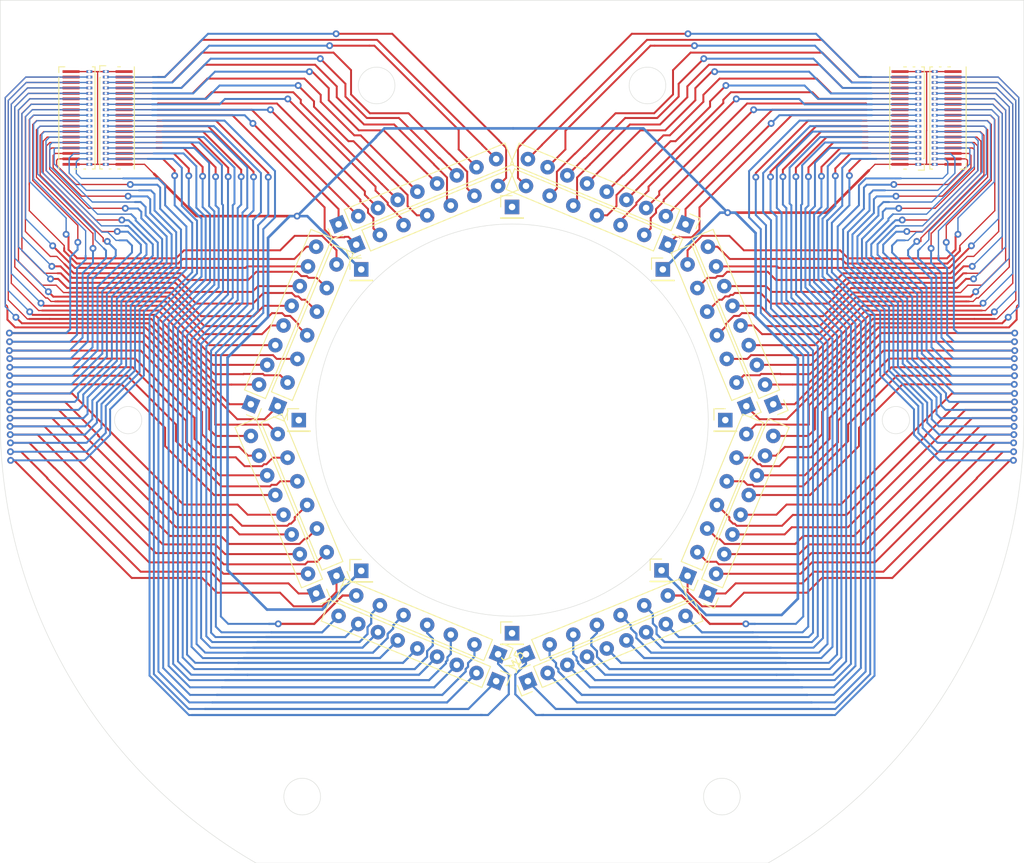
<source format=kicad_pcb>
(kicad_pcb (version 20221018) (generator pcbnew)
  (layers (0 "F.Cu" signal) (31 "B.Cu" signal) (34 "B.Paste" user) (35 "F.Paste" user) (36 "B.SilkS" user "B.Silkscreen") (37 "F.SilkS" user "F.Silkscreen") (38 "B.Mask" user) (39 "F.Mask" user) (44 "Edge.Cuts" user))
  (net 0 "")
  (net 1 "Net-(J1_G1-Pin_1)")
  (net 2 "Net-(J15-Pin_1)")
  (net 3 "Net-(J16-Pin_1)")
  (net 4 "Net-(J16-Pin_2)")
  (net 5 "Net-(J15-Pin_2)")
  (net 6 "Net-(J16-Pin_3)")
  (net 7 "Net-(J15-Pin_3)")
  (net 8 "Net-(J16-Pin_4)")
  (net 9 "Net-(J15-Pin_4)")
  (net 10 "Net-(J16-Pin_5)")
  (net 11 "Net-(J16-Pin_6)")
  (net 12 "Net-(J15-Pin_5)")
  (net 13 "Net-(J16-Pin_7)")
  (net 14 "Net-(J15-Pin_6)")
  (net 15 "Net-(J16-Pin_8)")
  (net 16 "Net-(J16-Pin_9)")
  (net 17 "Net-(J15-Pin_7)")
  (net 18 "Net-(J3_Omnetics1-Pin_19)")
  (net 19 "Net-(J10-Pin_1)")
  (net 20 "Net-(J10-Pin_2)")
  (net 21 "Net-(J3_Omnetics1-Pin_22)")
  (net 22 "Net-(J10-Pin_3)")
  (net 23 "Net-(J3_Omnetics1-Pin_24)")
  (net 24 "Net-(J10-Pin_4)")
  (net 25 "Net-(J3_Omnetics1-Pin_26)")
  (net 26 "Net-(J10-Pin_5)")
  (net 27 "Net-(J10-Pin_6)")
  (net 28 "Net-(J3_Omnetics1-Pin_29)")
  (net 29 "Net-(J10-Pin_7)")
  (net 30 "Net-(J3_Omnetics1-Pin_31)")
  (net 31 "Net-(J10-Pin_8)")
  (net 32 "Net-(J10-Pin_9)")
  (net 33 "Net-(J3_Omnetics1-Pin_34)")
  (net 34 "Net-(J1_Omnetics1-Pin_3)")
  (net 35 "Net-(J1_Omnetics1-Pin_4)")
  (net 36 "Net-(J1_Omnetics1-Pin_5)")
  (net 37 "Net-(J1_Omnetics1-Pin_6)")
  (net 38 "Net-(J1_Omnetics1-Pin_7)")
  (net 39 "Net-(J1_Omnetics1-Pin_8)")
  (net 40 "Net-(J1_Omnetics1-Pin_9)")
  (net 41 "Net-(J1_Omnetics1-Pin_10)")
  (net 42 "Net-(J1_Omnetics1-Pin_11)")
  (net 43 "Net-(J1_Omnetics1-Pin_12)")
  (net 44 "Net-(J1_Omnetics1-Pin_13)")
  (net 45 "Net-(J1_Omnetics1-Pin_14)")
  (net 46 "Net-(J1_Omnetics1-Pin_15)")
  (net 47 "Net-(J1_Omnetics1-Pin_16)")
  (net 48 "Net-(J1_Omnetics1-Pin_17)")
  (net 49 "Net-(J1_Omnetics1-Pin_18)")
  (net 50 "Net-(J1-Pin_1)")
  (net 51 "Net-(J1_Omnetics1-Pin_20)")
  (net 52 "Net-(J1_Omnetics1-Pin_21)")
  (net 53 "Net-(J1-Pin_2)")
  (net 54 "Net-(J1_Omnetics1-Pin_23)")
  (net 55 "Net-(J1-Pin_3)")
  (net 56 "Net-(J1_Omnetics1-Pin_25)")
  (net 57 "Net-(J1-Pin_4)")
  (net 58 "Net-(J1_Omnetics1-Pin_27)")
  (net 59 "Net-(J1_Omnetics1-Pin_28)")
  (net 60 "Net-(J1-Pin_5)")
  (net 61 "Net-(J1_Omnetics1-Pin_30)")
  (net 62 "Net-(J1-Pin_6)")
  (net 63 "Net-(J1_Omnetics1-Pin_32)")
  (net 64 "Net-(J1_Omnetics1-Pin_33)")
  (net 65 "Net-(J1-Pin_7)")
  (net 66 "Net-(J13-Pin_1)")
  (net 67 "Net-(J14-Pin_1)")
  (net 68 "Net-(J14-Pin_2)")
  (net 69 "Net-(J13-Pin_2)")
  (net 70 "Net-(J14-Pin_3)")
  (net 71 "Net-(J13-Pin_3)")
  (net 72 "Net-(J14-Pin_4)")
  (net 73 "Net-(J13-Pin_4)")
  (net 74 "Net-(J14-Pin_5)")
  (net 75 "Net-(J14-Pin_6)")
  (net 76 "Net-(J13-Pin_5)")
  (net 77 "Net-(J14-Pin_7)")
  (net 78 "Net-(J13-Pin_6)")
  (net 79 "Net-(J14-Pin_8)")
  (net 80 "Net-(J14-Pin_9)")
  (net 81 "Net-(J13-Pin_7)")
  (net 82 "Net-(J11-Pin_7)")
  (net 83 "Net-(J12-Pin_9)")
  (net 84 "Net-(J12-Pin_8)")
  (net 85 "Net-(J11-Pin_6)")
  (net 86 "Net-(J12-Pin_7)")
  (net 87 "Net-(J11-Pin_5)")
  (net 88 "Net-(J12-Pin_6)")
  (net 89 "Net-(J11-Pin_4)")
  (net 90 "Net-(J12-Pin_5)")
  (net 91 "Net-(J12-Pin_4)")
  (net 92 "Net-(J11-Pin_3)")
  (net 93 "Net-(J12-Pin_3)")
  (net 94 "Net-(J11-Pin_2)")
  (net 95 "Net-(J12-Pin_2)")
  (net 96 "Net-(J12-Pin_1)")
  (net 97 "Net-(J11-Pin_1)")
  (net 98 "Net-(J2_Omnetics1-Pin_3)")
  (net 99 "Net-(J2_Omnetics1-Pin_4)")
  (net 100 "Net-(J2_Omnetics1-Pin_5)")
  (net 101 "Net-(J2_Omnetics1-Pin_6)")
  (net 102 "Net-(J2_Omnetics1-Pin_7)")
  (net 103 "Net-(J2_Omnetics1-Pin_8)")
  (net 104 "Net-(J2_Omnetics1-Pin_9)")
  (net 105 "Net-(J2_Omnetics1-Pin_10)")
  (net 106 "Net-(J2_Omnetics1-Pin_11)")
  (net 107 "Net-(J2_Omnetics1-Pin_12)")
  (net 108 "Net-(J2_Omnetics1-Pin_13)")
  (net 109 "Net-(J2_Omnetics1-Pin_14)")
  (net 110 "Net-(J2_Omnetics1-Pin_15)")
  (net 111 "Net-(J2_Omnetics1-Pin_16)")
  (net 112 "Net-(J2_Omnetics1-Pin_17)")
  (net 113 "Net-(J2_Omnetics1-Pin_18)")
  (net 114 "Net-(J2_Omnetics1-Pin_19)")
  (net 115 "Net-(J2_Omnetics1-Pin_20)")
  (net 116 "Net-(J2_Omnetics1-Pin_21)")
  (net 117 "Net-(J2_Omnetics1-Pin_22)")
  (net 118 "Net-(J2_Omnetics1-Pin_23)")
  (net 119 "Net-(J2_Omnetics1-Pin_24)")
  (net 120 "Net-(J2_Omnetics1-Pin_25)")
  (net 121 "Net-(J2_Omnetics1-Pin_26)")
  (net 122 "Net-(J2_Omnetics1-Pin_27)")
  (net 123 "Net-(J2_Omnetics1-Pin_28)")
  (net 124 "Net-(J2_Omnetics1-Pin_29)")
  (net 125 "Net-(J2_Omnetics1-Pin_30)")
  (net 126 "Net-(J2_Omnetics1-Pin_31)")
  (net 127 "Net-(J2_Omnetics1-Pin_32)")
  (net 128 "Net-(J2_Omnetics1-Pin_33)")
  (net 129 "Net-(J2_Omnetics1-Pin_34)")
  (footprint "Connector_PinHeader_2.54mm:PinHeader_1x07_P3.0mm_Vertical" (layer "F.Cu") (at 168.2647 79.4233 -112.5)
    (fp_text reference "J1" hide)
    (fp_text value "Conn_01x07" hide)
  )
  (footprint "Connector_PinHeader_2.54mm:PinHeader_1x09_P2.5mm_Vertical" (layer "F.Cu") (at 170.3366 77.0343 -112.5)
    (fp_text reference "J2" hide)
    (fp_text value "Conn_01x09" hide)
  )
  (footprint "Connector_PinHeader_2.54mm:PinHeader_1x07_P3.0mm_Vertical" (layer "F.Cu") (at 177.465 98.3651 -157.5)
    (fp_text reference "J3" hide)
    (fp_text value "Conn_01x07" hide)
  )
  (footprint "Connector_PinHeader_2.54mm:PinHeader_1x09_P2.5mm_Vertical" (layer "F.Cu") (at 180.6193 98.141 -157.5)
    (fp_text reference "J4" hide)
    (fp_text value "Conn_01x09" hide)
  )
  (footprint "Connector_PinHeader_2.54mm:PinHeader_1x07_P3.0mm_Vertical" (layer "F.Cu") (at 170.5767 118.2647 157.5)
    (fp_text reference "J5" hide)
    (fp_text value "Conn_01x07" hide)
  )
  (footprint "Connector_PinHeader_2.54mm:PinHeader_1x09_P2.5mm_Vertical" (layer "F.Cu") (at 172.9657 120.3366 157.5)
    (fp_text reference "J6" hide)
    (fp_text value "Conn_01x09" hide)
  )
  (footprint "Connector_PinHeader_2.54mm:PinHeader_1x07_P3.0mm_Vertical" (layer "F.Cu") (at 151.6349 127.465 112.5)
    (fp_text reference "J7")
    (fp_text value "Conn_01x07" hide)
  )
  (footprint "Connector_PinHeader_2.54mm:PinHeader_1x09_P2.5mm_Vertical" (layer "F.Cu") (at 151.859 130.6193 112.5)
    (fp_text reference "J8" hide)
    (fp_text value "Conn_01x09" hide)
  )
  (footprint "Connector_PinHeader_2.54mm:PinHeader_1x07_P3.0mm_Vertical" (layer "F.Cu") (at 131.7353 79.4233 112.5)
    (fp_text reference "J9" hide)
    (fp_text value "Conn_01x07" hide)
  )
  (footprint "Connector_PinHeader_2.54mm:PinHeader_1x09_P2.5mm_Vertical" (layer "F.Cu") (at 129.6634 77.0343 112.5)
    (fp_text reference "J10" hide)
    (fp_text value "Conn_01x09" hide)
  )
  (footprint "Connector_PinHeader_2.54mm:PinHeader_1x07_P3.0mm_Vertical" (layer "F.Cu") (at 122.535 98.3651 157.5)
    (fp_text reference "J11" hide)
    (fp_text value "Conn_01x07")
  )
  (footprint "Connector_PinHeader_2.54mm:PinHeader_1x09_P2.5mm_Vertical" (layer "F.Cu") (at 119.3807 98.141 157.5)
    (fp_text reference "J12" hide)
    (fp_text value "Conn_01x09" hide)
  )
  (footprint "Connector_PinHeader_2.54mm:PinHeader_1x07_P3.0mm_Vertical" (layer "F.Cu") (at 129.4233 118.2647 -157.5)
    (fp_text reference "J13" hide)
    (fp_text value "Conn_01x07")
  )
  (footprint "Connector_PinHeader_2.54mm:PinHeader_1x09_P2.5mm_Vertical" (layer "F.Cu") (at 127.0343 120.3366 -157.5)
    (fp_text reference "J14" hide)
    (fp_text value "Conn_01x09" hide)
  )
  (footprint "Connector_PinHeader_2.54mm:PinHeader_1x07_P3.0mm_Vertical" (layer "F.Cu") (at 148.3651 127.465 -112.5)
    (fp_text reference "J15")
    (fp_text value "Conn_01x07" hide)
  )
  (footprint "Connector_PinHeader_2.54mm:PinHeader_1x09_P2.5mm_Vertical" (layer "F.Cu") (at 148.141 130.6193 -112.5)
    (fp_text reference "J16" hide)
    (fp_text value "Conn_01x09" hide)
  )
  (footprint "Connector_PinHeader_2.54mm:PinHeader_1x01_P2.54mm_Vertical" (layer "F.Cu") (at 167.6777 82.3223)
    (fp_text reference "J1_G1" hide)
    (fp_text value "Conn_01x01" hide)
  )
  (footprint "Connector_PinHeader_1.00mm:PinHeader_2x18_Omnetics_Vertical_Hole_SMD_right" (layer "F.Cu") (at 197.619 70 180)
    (fp_text reference "J1_Omnetics1" hide)
    (fp_text value "Conn_02x18_Odd_Even" hide)
  )
  (footprint "Connector_PinHeader_2.54mm:PinHeader_1x01_P2.54mm_Vertical" (layer "F.Cu") (at 150 75)
    (fp_text reference "J1_stim1" hide)
    (fp_text value "Conn_01x01" hide)
  )
  (footprint "Connector_PinHeader_2.54mm:PinHeader_1x01_P2.54mm_Vertical" (layer "F.Cu") (at 167.526 117.6276)
    (fp_text reference "J2_G1" hide)
    (fp_text value "Conn_01x01" hide)
  )
  (footprint "Connector_PinHeader_1.00mm:PinHeader_2x18_Omnetics_Vertical_Hole_SMD_left" (layer "F.Cu") (at 200.6924 70 180)
    (fp_text reference "J2_Omnetics1" hide)
    (fp_text value "Conn_02x18_Odd_Even" hide)
  )
  (footprint "Connector_PinHeader_2.54mm:PinHeader_1x01_P2.54mm_Vertical" (layer "F.Cu") (at 175 100)
    (fp_text reference "J2_stim1" hide)
    (fp_text value "Conn_01x01" hide)
  )
  (footprint "Connector_PinHeader_2.54mm:PinHeader_1x01_P2.54mm_Vertical" (layer "F.Cu") (at 132.3223 82.3223)
    (fp_text reference "J3_G1" hide)
    (fp_text value "Conn_01x01" hide)
  )
  (footprint "Connector_PinHeader_1.00mm:PinHeader_2x18_Omnetics_Vertical_Hole_SMD_right_back" (layer "F.Cu") (at 102.381 59.12)
    (fp_text reference "J3_Omnetics1" hide)
    (fp_text value "Conn_02x18_Odd_Even" hide)
  )
  (footprint "Connector_PinHeader_2.54mm:PinHeader_1x01_P2.54mm_Vertical" (layer "F.Cu") (at 150 125)
    (fp_text reference "J3_stim1" hide)
    (fp_text value "Conn_01x01" hide)
  )
  (footprint "Connector_PinHeader_2.54mm:PinHeader_1x01_P2.54mm_Vertical" (layer "F.Cu") (at 132.3223 117.6777)
    (fp_text reference "J4_G1" hide)
    (fp_text value "Conn_01x01" hide)
  )
  (footprint "Connector_PinHeader_1.00mm:PinHeader_2x18_Omnetics_Vertical_Hole_SMD_left_back" (layer "F.Cu") (at 99.4076 59.12)
    (fp_text reference "J4_Omnetics1" hide)
    (fp_text value "Conn_02x18_Odd_Even" hide)
  )
  (footprint "Connector_PinHeader_2.54mm:PinHeader_1x01_P2.54mm_Vertical" (layer "F.Cu") (at 125 100)
    (fp_text reference "J4_stim1" hide)
    (fp_text value "Conn_01x01" hide)
  )
  (gr_line (start 210 50.75) (end 210 100) (stroke (width 0.05)) (layer "Edge.Cuts"))
  (gr_line (start 150 151.961524) (end 120 151.961524) (stroke (width 0.05)) (layer "Edge.Cuts"))
  (gr_line (start 90 50.75) (end 90 100) (stroke (width 0.05)) (layer "Edge.Cuts"))
  (gr_circle (center 125.4 144.16) (end 127.55 144.16) (stroke (width 0.05)) (fill none) (layer "Edge.Cuts"))
  (gr_line (start 150 50.75) (end 90 50.75) (stroke (width 0.05)) (layer "Edge.Cuts"))
  (gr_arc (start 120 151.961524) (mid 98.038476 130) (end 90 100) (stroke (width 0.05)) (layer "Edge.Cuts"))
  (gr_circle (center 134.125 60.75) (end 131.975 60.75) (stroke (width 0.05)) (fill none) (layer "Edge.Cuts"))
  (gr_circle (center 105 100) (end 103.4 100) (stroke (width 0.05)) (fill none) (layer "Edge.Cuts"))
  (gr_circle (center 165.875 60.75) (end 168.025 60.75) (stroke (width 0.05)) (fill none) (layer "Edge.Cuts"))
  (gr_line (start 150 151.961524) (end 180 151.961524) (stroke (width 0.05)) (layer "Edge.Cuts"))
  (gr_circle (center 174.6 144.16) (end 176.75 144.16) (stroke (width 0.05)) (fill none) (layer "Edge.Cuts"))
  (gr_circle (center 195 100) (end 196.6 100) (stroke (width 0.05)) (fill none) (layer "Edge.Cuts"))
  (gr_line (start 150 50.75) (end 210 50.75) (stroke (width 0.05)) (layer "Edge.Cuts"))
  (gr_arc (start 210 100) (mid 201.961524 130) (end 180 151.961524) (stroke (width 0.05)) (layer "Edge.Cuts"))
  (gr_circle (center 150 100) (end 173 100) (stroke (width 0.05)) (fill none) (layer "Edge.Cuts"))
  (segment (start 100.4476 59.12) (end 98.3076 59.12) (width 0.1524) (layer "F.Cu") (net 1))
  (segment (start 104.521 59.12) (end 102.381 59.12) (width 0.1524) (layer "F.Cu") (net 1))
  (segment (start 104.521 70) (end 102.381 70) (width 0.1524) (layer "F.Cu") (net 1))
  (segment (start 100.4476 70) (end 98.3076 70) (width 0.1524) (layer "F.Cu") (net 1))
  (segment (start 101.4124 70) (end 102 70) (width 0.1524) (layer "F.Cu") (net 1))
  (segment (start 198.8416 70) (end 199.5524 70) (width 0.1524) (layer "F.Cu") (net 1))
  (segment (start 106.919 70) (end 108.0392 71.1202) (width 0.1524) (layer "F.Cu") (net 1))
  (segment (start 192.5476 70) (end 195.479 70) (width 0.1524) (layer "F.Cu") (net 1))
  (segment (start 198.6016 59.12) (end 198.782 59.12) (width 0.1524) (layer "F.Cu") (net 1))
  (segment (start 198 70) (end 197.619 70) (width 0.1524) (layer "F.Cu") (net 1))
  (segment (start 199.5524 59.12) (end 201.6924 59.12) (width 0.1524) (layer "F.Cu") (net 1))
  (segment (start 100.4476 59.12) (end 101.3196 59.12) (width 0.1524) (layer "F.Cu") (net 1))
  (segment (start 199.5524 70) (end 201.6924 70) (width 0.1524) (layer "F.Cu") (net 1))
  (segment (start 102.406 59.12) (end 102 59.12) (width 0.1524) (layer "F.Cu") (net 1))
  (segment (start 198.5928 70) (end 198.8416 70) (width 0.1524) (layer "F.Cu") (net 1))
  (segment (start 198 59.12) (end 198.5024 59.12) (width 0.1524) (layer "F.Cu") (net 1))
  (segment (start 101.3196 59.12) (end 102 59.12) (width 0.1524) (layer "F.Cu") (net 1))
  (segment (start 198 70) (end 198.5928 70) (width 0.1524) (layer "F.Cu") (net 1))
  (segment (start 198.6016 66.0262) (end 198.5928 66.035) (width 0.1524) (layer "F.Cu") (net 1))
  (segment (start 199.5524 59.12) (end 198.782 59.12) (width 0.1524) (layer "F.Cu") (net 1))
  (segment (start 175.273 75.6668) (end 186.8808 75.6668) (width 0.3048) (layer "F.Cu") (net 1))
  (segment (start 195.479 70) (end 197.619 70) (width 0.1524) (layer "F.Cu") (net 1))
  (segment (start 198 59.12) (end 198.6016 59.12) (width 0.1524) (layer "F.Cu") (net 1))
  (segment (start 101.4124 59.2128) (end 101.3196 59.12) (width 0.1524) (layer "F.Cu") (net 1))
  (segment (start 112.9922 76.0732) (end 108.0392 71.1202) (width 0.3048) (layer "F.Cu") (net 1))
  (segment (start 124.8032 76.0732) (end 112.9922 76.0732) (width 0.3048) (layer "F.Cu") (net 1))
  (segment (start 104.546 70) (end 106.919 70) (width 0.1524) (layer "F.Cu") (net 1))
  (segment (start 191.8338 70.7138) (end 192.5476 70) (width 0.1524) (layer "F.Cu") (net 1))
  (segment (start 198.5928 66.035) (end 198.5928 70) (width 0.1524) (layer "F.Cu") (net 1))
  (segment (start 198.6016 59.12) (end 198.6016 66.0262) (width 0.1524) (layer "F.Cu") (net 1))
  (segment (start 102 70) (end 102.406 70) (width 0.1524) (layer "F.Cu") (net 1))
  (segment (start 100.4476 70) (end 101.4124 70) (width 0.1524) (layer "F.Cu") (net 1))
  (segment (start 186.8808 75.6668) (end 191.8338 70.7138) (width 0.3048) (layer "F.Cu") (net 1))
  (segment (start 101.4124 70) (end 101.4124 59.2128) (width 0.1524) (layer "F.Cu") (net 1))
  (segment (start 198 59.12) (end 197.619 59.12) (width 0.1524) (layer "F.Cu") (net 1))
  (segment (start 195.479 59.12) (end 197.619 59.12) (width 0.1524) (layer "F.Cu") (net 1))
  (via (at 175.273 75.6668) (size 0.8) (drill 0.4) (layers "F.Cu" "B.Cu") (net 1))
  (via (at 124.8032 76.0732) (size 0.8) (drill 0.4) (layers "F.Cu" "B.Cu") (net 1))
  (segment (start 132.3223 82.3223) (end 132.2715 82.3223) (width 0.3048) (layer "B.Cu") (net 1))
  (segment (start 132.2715 82.3223) (end 127.6226 77.6734) (width 0.3048) (layer "B.Cu") (net 1))
  (segment (start 124.8032 76.0732) (end 124.8032 76.0732) (width 0.3048) (layer "B.Cu") (net 1))
  (segment (start 175.273 75.6668) (end 175.273 75.6668) (width 0.3048) (layer "B.Cu") (net 1))
  (segment (start 181.5976 122.86) (end 183.5026 120.955) (width 0.3048) (layer "B.Cu") (net 1))
  (segment (start 172.7584 122.86) (end 181.5976 122.86) (width 0.3048) (layer "B.Cu") (net 1))
  (segment (start 127.6226 77.6734) (end 127.5972 77.6734) (width 0.3048) (layer "B.Cu") (net 1))
  (segment (start 132.3223 117.6777) (end 132.2969 117.6777) (width 0.3048) (layer "B.Cu") (net 1))
  (segment (start 134.0488 66.7768) (end 135.0394 65.7862) (width 0.3048) (layer "B.Cu") (net 1))
  (segment (start 127.7496 122.225) (end 121.2726 122.225) (width 0.3048) (layer "B.Cu") (net 1))
  (segment (start 127.5972 77.6734) (end 125.997 76.0732) (width 0.3048) (layer "B.Cu") (net 1))
  (segment (start 167.6777 82.3223) (end 167.7285 82.3223) (width 0.3048) (layer "B.Cu") (net 1))
  (segment (start 121.2726 122.225) (end 116.6498 117.6022) (width 0.3048) (layer "B.Cu") (net 1))
  (segment (start 116.6498 117.6022) (end 116.6498 92.6594) (width 0.3048) (layer "B.Cu") (net 1))
  (segment (start 178.5496 78.0544) (end 176.162 75.6668) (width 0.3048) (layer "B.Cu") (net 1))
  (segment (start 167.7285 82.3223) (end 174.384 75.6668) (width 0.3048) (layer "B.Cu") (net 1))
  (segment (start 116.6498 92.6594) (end 121.3996 87.9096) (width 0.3048) (layer "B.Cu") (net 1))
  (segment (start 183.5026 120.955) (end 183.5026 92.7864) (width 0.3048) (layer "B.Cu") (net 1))
  (segment (start 124.8032 76.0732) (end 134.0488 66.8276) (width 0.3048) (layer "B.Cu") (net 1))
  (segment (start 135.0394 65.7862) (end 150.127 65.7862) (width 0.3048) (layer "B.Cu") (net 1))
  (segment (start 178.5496 87.8334) (end 178.5496 78.0544) (width 0.3048) (layer "B.Cu") (net 1))
  (segment (start 165.3924 65.7862) (end 175.273 75.6668) (width 0.3048) (layer "B.Cu") (net 1))
  (segment (start 132.2969 117.6777) (end 127.7496 122.225) (width 0.3048) (layer "B.Cu") (net 1))
  (segment (start 125.997 76.0732) (end 124.8032 76.0732) (width 0.3048) (layer "B.Cu") (net 1))
  (segment (start 167.526 117.6276) (end 172.7584 122.86) (width 0.3048) (layer "B.Cu") (net 1))
  (segment (start 134.0488 66.8276) (end 134.0488 66.7768) (width 0.3048) (layer "B.Cu") (net 1))
  (segment (start 121.3996 78.6132) (end 123.9396 76.0732) (width 0.3048) (layer "B.Cu") (net 1))
  (segment (start 174.384 75.6668) (end 175.273 75.6668) (width 0.3048) (layer "B.Cu") (net 1))
  (segment (start 127.6226 77.6734) (end 127.6226 77.648) (width 0.254) (layer "B.Cu") (net 1))
  (segment (start 150.127 65.7862) (end 165.3924 65.7862) (width 0.3048) (layer "B.Cu") (net 1))
  (segment (start 167.6777 117.6777) (end 167.7031 117.6777) (width 0.3048) (layer "B.Cu") (net 1))
  (segment (start 183.5026 92.7864) (end 178.5496 87.8334) (width 0.3048) (layer "B.Cu") (net 1))
  (segment (start 121.3996 87.9096) (end 121.3996 78.6132) (width 0.3048) (layer "B.Cu") (net 1))
  (segment (start 176.162 75.6668) (end 175.273 75.6668) (width 0.3048) (layer "B.Cu") (net 1))
  (segment (start 123.9396 76.0732) (end 124.8032 76.0732) (width 0.3048) (layer "B.Cu") (net 1))
  (segment (start 110.4522 70.7392) (end 110.4522 71.3234) (width 0.2286) (layer "F.Cu") (net 2))
  (segment (start 109.073 69.36) (end 110.4522 70.7392) (width 0.2286) (layer "F.Cu") (net 2))
  (segment (start 110.4522 71.3234) (end 110.4522 71.3234) (width 0.2286) (layer "F.Cu") (net 2))
  (segment (start 108.184 69.36) (end 108.2602 69.36) (width 0.1524) (layer "F.Cu") (net 2))
  (segment (start 109.073 69.36) (end 108.2602 69.36) (width 0.2286) (layer "F.Cu") (net 2))
  (segment (start 104.521 69.36) (end 108.184 69.36) (width 0.1524) (layer "F.Cu") (net 2))
  (via (at 110.4522 71.3234) (size 0.8) (drill 0.4) (layers "F.Cu" "B.Cu") (net 2))
  (segment (start 149.5428 129.7688) (end 149.5428 129.7942) (width 0.254) (layer "B.Cu") (net 2))
  (segment (start 112.5096 82.6518) (end 112.5096 76.8606) (width 0.2286) (layer "B.Cu") (net 2))
  (segment (start 112.5096 76.8606) (end 110.4522 74.8032) (width 0.2286) (layer "B.Cu") (net 2))
  (segment (start 107.5058 87.6556) (end 112.5096 82.6518) (width 0.2286) (layer "B.Cu") (net 2))
  (segment (start 146.5456 134.5948) (end 146.317 134.5948) (width 0.254) (layer "B.Cu") (net 2))
  (segment (start 107.5058 129.972) (end 107.5058 87.6556) (width 0.2286) (layer "B.Cu") (net 2))
  (segment (start 149.619 129.8704) (end 149.619 132.1564) (width 0.254) (layer "B.Cu") (net 2))
  (segment (start 112.1286 134.5948) (end 107.5058 129.972) (width 0.2286) (layer "B.Cu") (net 2))
  (segment (start 147.1806 134.5948) (end 146.317 134.5948) (width 0.254) (layer "B.Cu") (net 2))
  (segment (start 148.3651 127.465) (end 148.3651 128.5911) (width 0.254) (layer "B.Cu") (net 2))
  (segment (start 112.4588 134.5948) (end 112.1286 134.5948) (width 0.2286) (layer "B.Cu") (net 2))
  (segment (start 148.3651 128.5911) (end 149.5428 129.7688) (width 0.254) (layer "B.Cu") (net 2))
  (segment (start 149.619 132.1564) (end 147.1806 134.5948) (width 0.254) (layer "B.Cu") (net 2))
  (segment (start 149.5428 129.7942) (end 149.619 129.8704) (width 0.254) (layer "B.Cu") (net 2))
  (segment (start 110.4522 74.8032) (end 110.4522 71.3234) (width 0.2286) (layer "B.Cu") (net 2))
  (segment (start 146.317 134.5948) (end 112.4588 134.5948) (width 0.254) (layer "B.Cu") (net 2))
  (segment (start 113.0684 82.8042) (end 108.0138 87.8588) (width 0.2286) (layer "B.Cu") (net 3))
  (segment (start 148.141 130.6193) (end 144.8767 133.8836) (width 0.254) (layer "B.Cu") (net 3))
  (segment (start 112.9922 76.5304) (end 113.0684 76.6066) (width 0.2286) (layer "B.Cu") (net 3))
  (segment (start 102.381 69.36) (end 103.7644 69.36) (width 0.1524) (layer "B.Cu") (net 3))
  (segment (start 111.2904 70.409) (end 111.2904 74.854) (width 0.2286) (layer "B.Cu") (net 3))
  (segment (start 111.2904 70.409) (end 110.2414 69.36) (width 0.2286) (layer "B.Cu") (net 3))
  (segment (start 103.7644 69.36) (end 107.295 69.36) (width 0.1524) (layer "B.Cu") (net 3))
  (segment (start 110.2414 69.36) (end 107.295 69.36) (width 0.2286) (layer "B.Cu") (net 3))
  (segment (start 112.1032 133.8836) (end 114.0082 133.8836) (width 0.2286) (layer "B.Cu") (net 3))
  (segment (start 144.8767 133.8836) (end 114.0082 133.8836) (width 0.254) (layer "B.Cu") (net 3))
  (segment (start 113.0684 76.6066) (end 113.0684 82.8042) (width 0.2286) (layer "B.Cu") (net 3))
  (segment (start 112.9668 76.5304) (end 112.9922 76.5304) (width 0.2286) (layer "B.Cu") (net 3))
  (segment (start 108.0138 129.7942) (end 112.1032 133.8836) (width 0.2286) (layer "B.Cu") (net 3))
  (segment (start 108.0138 87.8588) (end 108.0138 129.7942) (width 0.2286) (layer "B.Cu") (net 3))
  (segment (start 111.2904 74.854) (end 112.9668 76.5304) (width 0.2286) (layer "B.Cu") (net 3))
  (segment (start 110.338 68.72) (end 108.2804 68.72) (width 0.2286) (layer "F.Cu") (net 4))
  (segment (start 110.338 68.72) (end 112.1032 70.4852) (width 0.2286) (layer "F.Cu") (net 4))
  (segment (start 112.1032 70.4852) (end 112.1032 71.3488) (width 0.2286) (layer "F.Cu") (net 4))
  (segment (start 112.1032 71.3488) (end 112.1032 71.3488) (width 0.2286) (layer "F.Cu") (net 4))
  (segment (start 104.521 68.72) (end 108.2804 68.72) (width 0.1524) (layer "F.Cu") (net 4))
  (via (at 112.1032 71.3488) (size 0.8) (drill 0.4) (layers "F.Cu" "B.Cu") (net 4))
  (segment (start 108.5472 88.2144) (end 113.6018 83.1598) (width 0.2286) (layer "B.Cu") (net 4))
  (segment (start 108.5472 129.4894) (end 108.5472 88.2144) (width 0.2286) (layer "B.Cu") (net 4))
  (segment (start 112.1032 74.8794) (end 112.1032 71.3488) (width 0.2286) (layer "B.Cu") (net 4))
  (segment (start 112.171692 133.113892) (end 108.5472 129.4894) (width 0.2286) (layer "B.Cu") (net 4))
  (segment (start 113.6018 83.1598) (end 113.6018 76.378) (width 0.2286) (layer "B.Cu") (net 4))
  (segment (start 114.864092 133.113892) (end 112.171692 133.113892) (width 0.2286) (layer "B.Cu") (net 4))
  (segment (start 113.6018 76.378) (end 112.1032 74.8794) (width 0.2286) (layer "B.Cu") (net 4))
  (segment (start 145.831301 129.662591) (end 142.38 133.113892) (width 0.254) (layer "B.Cu") (net 4))
  (segment (start 142.38 133.113892) (end 114.864092 133.113892) (width 0.254) (layer "B.Cu") (net 4))
  (segment (start 109.106 88.4684) (end 109.106 129.083) (width 0.2286) (layer "B.Cu") (net 5))
  (segment (start 102.381 68.72) (end 107.9756 68.72) (width 0.1524) (layer "B.Cu") (net 5))
  (segment (start 109.106 129.083) (end 112.2556 132.2326) (width 0.2286) (layer "B.Cu") (net 5))
  (segment (start 112.9922 70.2312) (end 112.9922 75.0826) (width 0.2286) (layer "B.Cu") (net 5))
  (segment (start 145.593461 126.31695) (end 145.593461 127.749139) (width 0.254) (layer "B.Cu") (net 5))
  (segment (start 114.0844 76.1748) (end 114.0844 83.49) (width 0.2286) (layer "B.Cu") (net 5))
  (segment (start 144.8438 128.4988) (end 144.8438 128.9306) (width 0.254) (layer "B.Cu") (net 5))
  (segment (start 112.9922 75.0826) (end 114.0844 76.1748) (width 0.2286) (layer "B.Cu") (net 5))
  (segment (start 111.481 68.72) (end 107.9756 68.72) (width 0.2286) (layer "B.Cu") (net 5))
  (segment (start 112.2556 132.2326) (end 115.4052 132.2326) (width 0.2286) (layer "B.Cu") (net 5))
  (segment (start 112.9922 70.2312) (end 111.481 68.72) (width 0.2286) (layer "B.Cu") (net 5))
  (segment (start 144.5644 129.4894) (end 141.8212 132.2326) (width 0.254) (layer "B.Cu") (net 5))
  (segment (start 141.8212 132.2326) (end 115.4052 132.2326) (width 0.254) (layer "B.Cu") (net 5))
  (segment (start 144.8438 128.9306) (end 144.5644 129.21) (width 0.254) (layer "B.Cu") (net 5))
  (segment (start 145.593461 127.749139) (end 144.8438 128.4988) (width 0.254) (layer "B.Cu") (net 5))
  (segment (start 144.5644 129.21) (end 144.5644 129.4894) (width 0.254) (layer "B.Cu") (net 5))
  (segment (start 114.0844 83.49) (end 109.106 88.4684) (width 0.2286) (layer "B.Cu") (net 5))
  (segment (start 111.5014 68.08) (end 113.7288 70.3074) (width 0.2286) (layer "F.Cu") (net 6))
  (segment (start 111.5014 68.08) (end 108.3108 68.08) (width 0.2286) (layer "F.Cu") (net 6))
  (segment (start 113.7288 71.3996) (end 113.7288 71.425) (width 0.2286) (layer "F.Cu") (net 6))
  (segment (start 104.521 68.08) (end 108.3108 68.08) (width 0.1524) (layer "F.Cu") (net 6))
  (segment (start 113.7288 70.3074) (end 113.7288 71.3996) (width 0.2286) (layer "F.Cu") (net 6))
  (via (at 113.7288 71.3996) (size 0.8) (drill 0.4) (layers "F.Cu" "B.Cu") (net 6))
  (segment (start 114.5924 75.87) (end 113.7288 75.0064) (width 0.2286) (layer "B.Cu") (net 6))
  (segment (start 140.883885 131.3436) (end 115.9894 131.3436) (width 0.254) (layer "B.Cu") (net 6))
  (segment (start 115.9894 131.3436) (end 112.2556 131.3436) (width 0.2286) (layer "B.Cu") (net 6))
  (segment (start 112.2556 131.3436) (end 109.741 128.829) (width 0.2286) (layer "B.Cu") (net 6))
  (segment (start 109.741 128.829) (end 109.741 88.6716) (width 0.2286) (layer "B.Cu") (net 6))
  (segment (start 143.521602 128.705883) (end 140.883885 131.3436) (width 0.254) (layer "B.Cu") (net 6))
  (segment (start 109.741 88.6716) (end 114.5924 83.8202) (width 0.2286) (layer "B.Cu") (net 6))
  (segment (start 113.7288 75.0064) (end 113.7288 71.3996) (width 0.2286) (layer "B.Cu") (net 6))
  (segment (start 114.5924 83.8202) (end 114.5924 75.87) (width 0.2286) (layer "B.Cu") (net 6))
  (segment (start 114.4908 74.9048) (end 115.1004 75.5144) (width 0.2286) (layer "B.Cu") (net 7))
  (segment (start 142.253 128.5242) (end 140.2718 130.5054) (width 0.254) (layer "B.Cu") (net 7))
  (segment (start 142.821823 127.421977) (end 142.4308 127.813) (width 0.254) (layer "B.Cu") (net 7))
  (segment (start 110.2744 128.6004) (end 112.1794 130.5054) (width 0.2286) (layer "B.Cu") (net 7))
  (segment (start 114.4908 69.8248) (end 114.4908 74.9048) (width 0.2286) (layer "B.Cu") (net 7))
  (segment (start 112.746 68.08) (end 109.0884 68.08) (width 0.2286) (layer "B.Cu") (net 7))
  (segment (start 115.1004 75.5144) (end 115.1004 84.125) (width 0.2286) (layer "B.Cu") (net 7))
  (segment (start 142.4308 127.813) (end 142.4308 128.1686) (width 0.254) (layer "B.Cu") (net 7))
  (segment (start 102.381 68.08) (end 109.0884 68.08) (width 0.1524) (layer "B.Cu") (net 7))
  (segment (start 115.1004 84.125) (end 110.2744 88.951) (width 0.2286) (layer "B.Cu") (net 7))
  (segment (start 140.2718 130.5054) (end 116.345 130.5054) (width 0.254) (layer "B.Cu") (net 7))
  (segment (start 142.253 128.3464) (end 142.253 128.5242) (width 0.254) (layer "B.Cu") (net 7))
  (segment (start 142.821823 125.168899) (end 142.821823 127.421977) (width 0.254) (layer "B.Cu") (net 7))
  (segment (start 142.4308 128.1686) (end 142.253 128.3464) (width 0.254) (layer "B.Cu") (net 7))
  (segment (start 114.4908 69.8248) (end 112.746 68.08) (width 0.2286) (layer "B.Cu") (net 7))
  (segment (start 110.2744 88.951) (end 110.2744 128.6004) (width 0.2286) (layer "B.Cu") (net 7))
  (segment (start 112.1794 130.5054) (end 116.345 130.5054) (width 0.2286) (layer "B.Cu") (net 7))
  (segment (start 104.521 67.44) (end 108.3158 67.44) (width 0.1524) (layer "F.Cu") (net 8))
  (segment (start 108.3186 67.4372) (end 108.3158 67.44) (width 0.2286) (layer "F.Cu") (net 8))
  (segment (start 115.2528 70.3582) (end 115.2528 71.4504) (width 0.2286) (layer "F.Cu") (net 8))
  (segment (start 115.2528 71.4504) (end 115.2528 71.4504) (width 0.2286) (layer "F.Cu") (net 8))
  (segment (start 112.3318 67.4372) (end 115.2528 70.3582) (width 0.2286) (layer "F.Cu") (net 8))
  (segment (start 112.3318 67.4372) (end 108.3186 67.4372) (width 0.2286) (layer "F.Cu") (net 8))
  (via (at 115.2528 71.4504) (size 0.8) (drill 0.4) (layers "F.Cu" "B.Cu") (net 8))
  (segment (start 115.6084 75.1842) (end 115.2528 74.8286) (width 0.2286) (layer "B.Cu") (net 8))
  (segment (start 139.104627 129.869173) (end 118.987827 129.869173) (width 0.254) (layer "B.Cu") (net 8))
  (segment (start 110.8332 89.205) (end 115.6084 84.4298) (width 0.2286) (layer "B.Cu") (net 8))
  (segment (start 117.004173 129.869173) (end 112.406773 129.869173) (width 0.2286) (layer "B.Cu") (net 8))
  (segment (start 118.987827 129.869173) (end 117.004173 129.869173) (width 0.254) (layer "B.Cu") (net 8))
  (segment (start 115.2528 74.8286) (end 115.2528 71.4504) (width 0.2286) (layer "B.Cu") (net 8))
  (segment (start 115.6084 84.4298) (end 115.6084 75.1842) (width 0.2286) (layer "B.Cu") (net 8))
  (segment (start 110.8332 128.2956) (end 110.8332 89.205) (width 0.2286) (layer "B.Cu") (net 8))
  (segment (start 140.361905 128.611895) (end 139.104627 129.869173) (width 0.254) (layer "B.Cu") (net 8))
  (segment (start 141.211904 127.749174) (end 140.361905 128.599173) (width 0.254) (layer "B.Cu") (net 8))
  (segment (start 112.406773 129.869173) (end 110.8332 128.2956) (width 0.2286) (layer "B.Cu") (net 8))
  (segment (start 140.361905 128.599173) (end 140.361905 128.611895) (width 0.254) (layer "B.Cu") (net 8))
  (segment (start 118.987827 129.869173) (end 118.9866 129.8704) (width 0.254) (layer "B.Cu") (net 8))
  (segment (start 109.058 67.44) (end 113.3252 67.44) (width 0.2286) (layer "B.Cu") (net 9))
  (segment (start 138.5954 129.21) (end 117.4626 129.21) (width 0.254) (layer "B.Cu") (net 9))
  (segment (start 140.7036 126.4414) (end 140.0432 127.1018) (width 0.254) (layer "B.Cu") (net 9))
  (segment (start 115.9894 74.6508) (end 116.1164 74.7778) (width 0.2286) (layer "B.Cu") (net 9))
  (segment (start 102.381 67.44) (end 109.058 67.44) (width 0.1524) (layer "B.Cu") (net 9))
  (segment (start 116.1164 74.7778) (end 116.1164 84.887) (width 0.2286) (layer "B.Cu") (net 9))
  (segment (start 111.392 89.6114) (end 111.392 127.8384) (width 0.2286) (layer "B.Cu") (net 9))
  (segment (start 112.7636 129.21) (end 117.4626 129.21) (width 0.2286) (layer "B.Cu") (net 9))
  (segment (start 140.7036 125.6286) (end 140.7036 126.4414) (width 0.254) (layer "B.Cu") (net 9))
  (segment (start 115.9894 70.1042) (end 115.9894 74.6508) (width 0.2286) (layer "B.Cu") (net 9))
  (segment (start 140.0432 127.7622) (end 138.5954 129.21) (width 0.254) (layer "B.Cu") (net 9))
  (segment (start 113.3252 67.44) (end 115.9894 70.1042) (width 0.2286) (layer "B.Cu") (net 9))
  (segment (start 140.050184 124.975184) (end 140.7036 125.6286) (width 0.254) (layer "B.Cu") (net 9))
  (segment (start 111.392 127.8384) (end 112.7636 129.21) (width 0.2286) (layer "B.Cu") (net 9))
  (segment (start 140.0432 127.1018) (end 140.0432 127.7622) (width 0.254) (layer "B.Cu") (net 9))
  (segment (start 116.1164 84.887) (end 111.392 89.6114) (width 0.2286) (layer "B.Cu") (net 9))
  (segment (start 140.050184 124.020849) (end 140.050184 124.975184) (width 0.254) (layer "B.Cu") (net 9))
  (segment (start 116.726 70.409) (end 116.726 71.4504) (width 0.2286) (layer "F.Cu") (net 10))
  (segment (start 116.726 71.4504) (end 116.726 71.4758) (width 0.2286) (layer "F.Cu") (net 10))
  (segment (start 113.117 66.8) (end 116.726 70.409) (width 0.2286) (layer "F.Cu") (net 10))
  (segment (start 113.117 66.8) (end 108.291 66.8) (width 0.2286) (layer "F.Cu") (net 10))
  (segment (start 104.521 66.8) (end 108.291 66.8) (width 0.1524) (layer "F.Cu") (net 10))
  (via (at 116.726 71.4504) (size 0.8) (drill 0.4) (layers "F.Cu" "B.Cu") (net 10))
  (segment (start 116.7006 85.268) (end 116.7006 71.4758) (width 0.2286) (layer "B.Cu") (net 10))
  (segment (start 112.8652 128.4734) (end 111.9 127.5082) (width 0.2286) (layer "B.Cu") (net 10))
  (segment (start 117.8944 128.4734) (end 112.8652 128.4734) (width 0.2286) (layer "B.Cu") (net 10))
  (segment (start 137.221271 128.4734) (end 117.8944 128.4734) (width 0.254) (layer "B.Cu") (net 10))
  (segment (start 138.902205 126.792466) (end 137.221271 128.4734) (width 0.254) (layer "B.Cu") (net 10))
  (segment (start 116.7006 71.4758) (end 116.726 71.4504) (width 0.2286) (layer "B.Cu") (net 10))
  (segment (start 111.9 127.5082) (end 111.9 90.0686) (width 0.2286) (layer "B.Cu") (net 10))
  (segment (start 111.9 90.0686) (end 116.7006 85.268) (width 0.2286) (layer "B.Cu") (net 10))
  (segment (start 112.4334 126.5938) (end 113.7542 127.9146) (width 0.2286) (layer "B.Cu") (net 11))
  (segment (start 136.592506 125.835757) (end 134.513663 127.9146) (width 0.254) (layer "B.Cu") (net 11))
  (segment (start 113.7542 127.9146) (end 118.504 127.9146) (width 0.2286) (layer "B.Cu") (net 11))
  (segment (start 102.381 66.8) (end 109.0276 66.8) (width 0.1524) (layer "B.Cu") (net 11))
  (segment (start 117.2594 85.649) (end 112.4334 90.475) (width 0.2286) (layer "B.Cu") (net 11))
  (segment (start 134.513663 127.9146) (end 118.504 127.9146) (width 0.254) (layer "B.Cu") (net 11))
  (segment (start 117.4626 74.6) (end 117.2594 74.8032) (width 0.2286) (layer "B.Cu") (net 11))
  (segment (start 109.0276 66.8) (end 113.879 66.8) (width 0.2286) (layer "B.Cu") (net 11))
  (segment (start 112.4334 90.475) (end 112.4334 126.5938) (width 0.2286) (layer "B.Cu") (net 11))
  (segment (start 117.4626 70.3836) (end 117.4626 74.6) (width 0.2286) (layer "B.Cu") (net 11))
  (segment (start 113.879 66.8) (end 117.4626 70.3836) (width 0.2286) (layer "B.Cu") (net 11))
  (segment (start 117.2594 74.8032) (end 117.2594 85.649) (width 0.2286) (layer "B.Cu") (net 11))
  (segment (start 113.7724 66.16) (end 108.3114 66.16) (width 0.2286) (layer "F.Cu") (net 12))
  (segment (start 104.521 66.16) (end 108.3114 66.16) (width 0.1524) (layer "F.Cu") (net 12))
  (segment (start 118.25 71.4504) (end 118.25 71.4504) (width 0.2286) (layer "F.Cu") (net 12))
  (segment (start 118.25 70.6376) (end 118.25 71.4504) (width 0.2286) (layer "F.Cu") (net 12))
  (segment (start 113.7724 66.16) (end 118.25 70.6376) (width 0.2286) (layer "F.Cu") (net 12))
  (via (at 118.25 71.4504) (size 0.8) (drill 0.4) (layers "F.Cu" "B.Cu") (net 12))
  (segment (start 136.0554 124.095945) (end 136.0554 124.4602) (width 0.254) (layer "B.Cu") (net 12))
  (segment (start 113.0176 126.2636) (end 113.0176 90.7544) (width 0.2286) (layer "B.Cu") (net 12))
  (segment (start 118.25 74.727) (end 118.25 71.4504) (width 0.2286) (layer "B.Cu") (net 12))
  (segment (start 135.4204 125.5524) (end 133.6932 127.2796) (width 0.254) (layer "B.Cu") (net 12))
  (segment (start 135.4204 125.0698) (end 135.4204 125.5524) (width 0.254) (layer "B.Cu") (net 12))
  (segment (start 133.6932 127.2796) (end 118.8596 127.2796) (width 0.254) (layer "B.Cu") (net 12))
  (segment (start 136.0554 124.4602) (end 135.6236 124.892) (width 0.254) (layer "B.Cu") (net 12))
  (segment (start 117.8436 75.1334) (end 118.25 74.727) (width 0.2286) (layer "B.Cu") (net 12))
  (segment (start 137.278546 122.872799) (end 136.0554 124.095945) (width 0.254) (layer "B.Cu") (net 12))
  (segment (start 118.8596 127.2796) (end 114.0336 127.2796) (width 0.2286) (layer "B.Cu") (net 12))
  (segment (start 135.6236 124.892) (end 135.5982 124.892) (width 0.254) (layer "B.Cu") (net 12))
  (segment (start 117.8436 85.9284) (end 117.8436 75.1334) (width 0.2286) (layer "B.Cu") (net 12))
  (segment (start 113.0176 90.7544) (end 117.8436 85.9284) (width 0.2286) (layer "B.Cu") (net 12))
  (segment (start 114.0336 127.2796) (end 113.0176 126.2636) (width 0.2286) (layer "B.Cu") (net 12))
  (segment (start 135.5982 124.892) (end 135.4204 125.0698) (width 0.254) (layer "B.Cu") (net 12))
  (segment (start 118.4024 75.6668) (end 118.4024 86.2078) (width 0.2286) (layer "B.Cu") (net 13))
  (segment (start 132.466456 126.6954) (end 119.8502 126.6954) (width 0.254) (layer "B.Cu") (net 13))
  (segment (start 113.551 91.0592) (end 113.551 125.5778) (width 0.2286) (layer "B.Cu") (net 13))
  (segment (start 114.6686 126.6954) (end 119.8502 126.6954) (width 0.2286) (layer "B.Cu") (net 13))
  (segment (start 134.282807 124.879049) (end 132.466456 126.6954) (width 0.254) (layer "B.Cu") (net 13))
  (segment (start 108.9862 66.16) (end 114.763 66.16) (width 0.2286) (layer "B.Cu") (net 13))
  (segment (start 113.551 125.5778) (end 114.6686 126.6954) (width 0.2286) (layer "B.Cu") (net 13))
  (segment (start 102.381 66.16) (end 108.9862 66.16) (width 0.1524) (layer "B.Cu") (net 13))
  (segment (start 118.4024 86.2078) (end 113.551 91.0592) (width 0.2286) (layer "B.Cu") (net 13))
  (segment (start 114.763 66.16) (end 118.9612 70.3582) (width 0.2286) (layer "B.Cu") (net 13))
  (segment (start 118.9612 70.3582) (end 118.9612 75.108) (width 0.2286) (layer "B.Cu") (net 13))
  (segment (start 118.9612 75.108) (end 118.4024 75.6668) (width 0.2286) (layer "B.Cu") (net 13))
  (segment (start 119.8502 126.6954) (end 119.6216 126.6954) (width 0.254) (layer "B.Cu") (net 13))
  (segment (start 119.6978 71.4758) (end 119.6978 71.4758) (width 0.2286) (layer "F.Cu") (net 14))
  (segment (start 119.6978 70.8662) (end 114.3516 65.52) (width 0.2286) (layer "F.Cu") (net 14))
  (segment (start 104.521 65.52) (end 108.3572 65.52) (width 0.1524) (layer "F.Cu") (net 14))
  (segment (start 114.3516 65.52) (end 108.3572 65.52) (width 0.2286) (layer "F.Cu") (net 14))
  (segment (start 119.6978 71.4758) (end 119.6978 70.8662) (width 0.2286) (layer "F.Cu") (net 14))
  (via (at 119.6978 71.4758) (size 0.8) (drill 0.4) (layers "F.Cu" "B.Cu") (net 14))
  (segment (start 114.1606 91.3386) (end 118.9866 86.5126) (width 0.2286) (layer "B.Cu") (net 14))
  (segment (start 134.506907 121.724749) (end 133.49 122.741656) (width 0.254) (layer "B.Cu") (net 14))
  (segment (start 114.1606 125.3492) (end 114.1606 91.3386) (width 0.2286) (layer "B.Cu") (net 14))
  (segment (start 118.9866 86.5126) (end 118.9866 76.124) (width 0.2286) (layer "B.Cu") (net 14))
  (segment (start 119.6978 75.4128) (end 119.6978 71.4758) (width 0.2286) (layer "B.Cu") (net 14))
  (segment (start 133.49 122.741656) (end 133.49 123.8506) (width 0.254) (layer "B.Cu") (net 14))
  (segment (start 132.1184 126.035) (end 120.1296 126.035) (width 0.254) (layer "B.Cu") (net 14))
  (segment (start 133.0582 125.0952) (end 132.1184 126.035) (width 0.254) (layer "B.Cu") (net 14))
  (segment (start 114.8464 126.035) (end 114.1606 125.3492) (width 0.2286) (layer "B.Cu") (net 14))
  (segment (start 133.49 123.8506) (end 133.0582 124.2824) (width 0.254) (layer "B.Cu") (net 14))
  (segment (start 118.9866 76.124) (end 119.6978 75.4128) (width 0.2286) (layer "B.Cu") (net 14))
  (segment (start 133.0582 124.2824) (end 133.0582 125.0952) (width 0.254) (layer "B.Cu") (net 14))
  (segment (start 120.1296 126.035) (end 114.8464 126.035) (width 0.2286) (layer "B.Cu") (net 14))
  (segment (start 130.444648 125.4508) (end 121.1456 125.4508) (width 0.254) (layer "B.Cu") (net 15))
  (segment (start 102.381 65.52) (end 109.1436 65.52) (width 0.1524) (layer "B.Cu") (net 15))
  (segment (start 114.7194 124.9428) (end 115.2274 125.4508) (width 0.2286) (layer "B.Cu") (net 15))
  (segment (start 131.973108 123.92234) (end 130.444648 125.4508) (width 0.254) (layer "B.Cu") (net 15))
  (segment (start 119.647 86.919) (end 114.7194 91.8466) (width 0.2286) (layer "B.Cu") (net 15))
  (segment (start 120.5614 75.6414) (end 119.647 76.5558) (width 0.2286) (layer "B.Cu") (net 15))
  (segment (start 115.2274 125.4508) (end 121.1456 125.4508) (width 0.2286) (layer "B.Cu") (net 15))
  (segment (start 119.647 76.5558) (end 119.647 86.919) (width 0.2286) (layer "B.Cu") (net 15))
  (segment (start 120.5614 71.0186) (end 120.5614 75.6414) (width 0.2286) (layer "B.Cu") (net 15))
  (segment (start 114.7194 91.8466) (end 114.7194 124.9428) (width 0.2286) (layer "B.Cu") (net 15))
  (segment (start 109.1436 65.52) (end 115.0628 65.52) (width 0.2286) (layer "B.Cu") (net 15))
  (segment (start 115.0628 65.52) (end 120.5614 71.0186) (width 0.2286) (layer "B.Cu") (net 15))
  (segment (start 121.425 71.0186) (end 121.425 71.5012) (width 0.2286) (layer "F.Cu") (net 16))
  (segment (start 108.412 64.88) (end 115.2864 64.88) (width 0.2286) (layer "F.Cu") (net 16))
  (segment (start 121.425 71.5012) (end 121.425 71.5012) (width 0.2286) (layer "F.Cu") (net 16))
  (segment (start 104.521 64.88) (end 108.412 64.88) (width 0.1524) (layer "F.Cu") (net 16))
  (segment (start 115.2864 64.88) (end 121.425 71.0186) (width 0.2286) (layer "F.Cu") (net 16))
  (via (at 121.425 71.5012) (size 0.8) (drill 0.4) (layers "F.Cu" "B.Cu") (net 16))
  (segment (start 127.73704 124.892) (end 121.7552 124.892) (width 0.254) (layer "B.Cu") (net 16))
  (segment (start 120.2312 87.173) (end 120.2312 77.14) (width 0.2286) (layer "B.Cu") (net 16))
  (segment (start 120.2312 77.14) (end 121.425 75.9462) (width 0.2286) (layer "B.Cu") (net 16))
  (segment (start 121.425 75.9462) (end 121.425 71.5012) (width 0.2286) (layer "B.Cu") (net 16))
  (segment (start 129.663409 122.965631) (end 127.73704 124.892) (width 0.254) (layer "B.Cu") (net 16))
  (segment (start 115.2782 92.126) (end 120.2312 87.173) (width 0.2286) (layer "B.Cu") (net 16))
  (segment (start 115.9386 124.892) (end 115.2782 124.2316) (width 0.2286) (layer "B.Cu") (net 16))
  (segment (start 115.2782 124.2316) (end 115.2782 92.126) (width 0.2286) (layer "B.Cu") (net 16))
  (segment (start 121.7552 124.892) (end 115.9386 124.892) (width 0.2286) (layer "B.Cu") (net 16))
  (segment (start 126.8098 123.9014) (end 122.5934 123.9014) (width 0.254) (layer "F.Cu") (net 17))
  (segment (start 130.134502 120.576698) (end 126.8098 123.9014) (width 0.254) (layer "F.Cu") (net 17))
  (segment (start 131.735268 120.576698) (end 130.134502 120.576698) (width 0.254) (layer "F.Cu") (net 17))
  (segment (start 122.5934 123.9014) (end 122.5934 123.9014) (width 0.254) (layer "F.Cu") (net 17))
  (via (at 122.5934 123.9014) (size 0.8) (drill 0.4) (layers "F.Cu" "B.Cu") (net 17))
  (segment (start 109.0298 64.8718) (end 116.2942 64.8718) (width 0.2286) (layer "B.Cu") (net 17))
  (segment (start 122.2124 76.2256) (end 120.8408 77.5972) (width 0.2286) (layer "B.Cu") (net 17))
  (segment (start 116.2942 64.8718) (end 122.2124 70.79) (width 0.2286) (layer "B.Cu") (net 17))
  (segment (start 102.3892 64.8718) (end 102.381 64.88) (width 0.1524) (layer "B.Cu") (net 17))
  (segment (start 109.0298 64.8718) (end 102.3892 64.8718) (width 0.1524) (layer "B.Cu") (net 17))
  (segment (start 122.5934 123.9014) (end 121.5266 123.9014) (width 0.254) (layer "B.Cu") (net 17))
  (segment (start 120.8408 77.5972) (end 120.8408 87.427) (width 0.2286) (layer "B.Cu") (net 17))
  (segment (start 122.2124 70.79) (end 122.2124 76.2256) (width 0.2286) (layer "B.Cu") (net 17))
  (segment (start 115.8624 92.4054) (end 115.8624 123.0378) (width 0.2286) (layer "B.Cu") (net 17))
  (segment (start 116.726 123.9014) (end 121.5266 123.9014) (width 0.2286) (layer "B.Cu") (net 17))
  (segment (start 120.8408 87.427) (end 115.8624 92.4054) (width 0.2286) (layer "B.Cu") (net 17))
  (segment (start 115.8624 123.0378) (end 116.726 123.9014) (width 0.2286) (layer "B.Cu") (net 17))
  (segment (start 130.340816 78.5624) (end 128.9434 78.5624) (width 0.2286) (layer "F.Cu") (net 18))
  (segment (start 128.9434 78.5624) (end 128.029 77.648) (width 0.2286) (layer "F.Cu") (net 18))
  (segment (start 128.029 75.0572) (end 117.2118 64.24) (width 0.2286) (layer "F.Cu") (net 18))
  (segment (start 130.404108 78.499108) (end 130.340816 78.5624) (width 0.2286) (layer "F.Cu") (net 18))
  (segment (start 128.029 77.648) (end 128.029 75.0572) (width 0.2286) (layer "F.Cu") (net 18))
  (segment (start 131.7353 79.4233) (end 130.811108 78.499108) (width 0.2286) (layer "F.Cu") (net 18))
  (segment (start 130.811108 78.499108) (end 130.404108 78.499108) (width 0.2286) (layer "F.Cu") (net 18))
  (segment (start 117.2118 64.24) (end 108.417 64.24) (width 0.2286) (layer "F.Cu") (net 18))
  (segment (start 104.521 64.24) (end 108.417 64.24) (width 0.1524) (layer "F.Cu") (net 18))
  (segment (start 129.6634 75.2438) (end 119.6216 65.202) (width 0.2286) (layer "F.Cu") (net 19))
  (segment (start 129.6634 77.0343) (end 129.6634 75.2438) (width 0.2286) (layer "F.Cu") (net 19))
  (via (at 119.6216 65.202) (size 0.8) (drill 0.4) (layers "F.Cu" "B.Cu") (net 19))
  (segment (start 102.381 64.24) (end 107.8074 64.24) (width 0.1524) (layer "B.Cu") (net 19))
  (segment (start 107.8074 64.24) (end 118.6596 64.24) (width 0.2286) (layer "B.Cu") (net 19))
  (segment (start 119.6216 65.202) (end 119.6216 65.202) (width 0.2286) (layer "B.Cu") (net 19))
  (segment (start 118.6596 64.24) (end 119.6216 65.202) (width 0.2286) (layer "B.Cu") (net 19))
  (segment (start 119.4928 63.6) (end 108.4184 63.6) (width 0.2286) (layer "F.Cu") (net 20))
  (segment (start 120.570499 64.677699) (end 119.4928 63.6) (width 0.2286) (layer "F.Cu") (net 20))
  (segment (start 131.973099 76.077591) (end 120.573207 64.677699) (width 0.2286) (layer "F.Cu") (net 20))
  (segment (start 120.573207 64.677699) (end 120.570499 64.677699) (width 0.2286) (layer "F.Cu") (net 20))
  (segment (start 104.521 63.6) (end 108.4184 63.6) (width 0.1524) (layer "F.Cu") (net 20))
  (segment (start 133.723933 76.285184) (end 133.118497 75.679748) (width 0.2286) (layer "F.Cu") (net 21))
  (segment (start 132.22 74.346) (end 132.22 74.1428) (width 0.2286) (layer "F.Cu") (net 21))
  (segment (start 133.118497 75.679748) (end 133.118497 75.244497) (width 0.2286) (layer "F.Cu") (net 21))
  (segment (start 133.744 77.512311) (end 133.744 76.285184) (width 0.2286) (layer "F.Cu") (net 21))
  (segment (start 133.118497 75.244497) (end 132.22 74.346) (width 0.2286) (layer "F.Cu") (net 21))
  (segment (start 132.22 74.1428) (end 121.6772 63.6) (width 0.2286) (layer "F.Cu") (net 21))
  (segment (start 133.744 76.285184) (end 133.723933 76.285184) (width 0.2286) (layer "F.Cu") (net 21))
  (segment (start 134.506939 78.27525) (end 133.744 77.512311) (width 0.2286) (layer "F.Cu") (net 21))
  (via (at 121.6772 63.6) (size 0.8) (drill 0.4) (layers "F.Cu" "B.Cu") (net 21))
  (segment (start 121.6772 63.6) (end 121.6772 63.6) (width 0.2286) (layer "B.Cu") (net 21))
  (segment (start 121.6772 63.6) (end 107.7834 63.6) (width 0.2286) (layer "B.Cu") (net 21))
  (segment (start 102.381 63.6) (end 107.7834 63.6) (width 0.1524) (layer "B.Cu") (net 21))
  (segment (start 122.441 62.8652) (end 108.5218 62.8652) (width 0.2286) (layer "F.Cu") (net 22))
  (segment (start 132.745915 73.584) (end 132.745915 73.170115) (width 0.2286) (layer "F.Cu") (net 22))
  (segment (start 108.5218 62.8652) (end 108.427 62.96) (width 0.2286) (layer "F.Cu") (net 22))
  (segment (start 134.282798 75.120883) (end 132.745915 73.584) (width 0.2286) (layer "F.Cu") (net 22))
  (segment (start 104.521 62.96) (end 108.427 62.96) (width 0.1524) (layer "F.Cu") (net 22))
  (segment (start 132.745915 73.170115) (end 122.441 62.8652) (width 0.2286) (layer "F.Cu") (net 22))
  (segment (start 137.278577 76.573421) (end 135.428195 74.723039) (width 0.2286) (layer "F.Cu") (net 23))
  (segment (start 133.998 73.076) (end 133.998 72.6188) (width 0.2286) (layer "F.Cu") (net 23))
  (segment (start 135.428195 74.723039) (end 135.428195 74.506195) (width 0.2286) (layer "F.Cu") (net 23))
  (segment (start 133.998 72.6188) (end 123.711 62.3318) (width 0.2286) (layer "F.Cu") (net 23))
  (segment (start 137.278577 77.127199) (end 137.278577 76.573421) (width 0.2286) (layer "F.Cu") (net 23))
  (segment (start 135.428195 74.506195) (end 133.998 73.076) (width 0.2286) (layer "F.Cu") (net 23))
  (via (at 123.711 62.3318) (size 0.8) (drill 0.4) (layers "F.Cu" "B.Cu") (net 23))
  (segment (start 115.7168 62.96) (end 107.8038 62.96) (width 0.2286) (layer "B.Cu") (net 23))
  (segment (start 102.381 62.96) (end 107.8038 62.96) (width 0.1524) (layer "B.Cu") (net 23))
  (segment (start 123.711 62.3318) (end 123.711 62.3318) (width 0.2286) (layer "B.Cu") (net 23))
  (segment (start 116.345 62.3318) (end 115.7168 62.96) (width 0.2286) (layer "B.Cu") (net 23))
  (segment (start 123.711 62.3318) (end 116.345 62.3318) (width 0.2286) (layer "B.Cu") (net 23))
  (segment (start 134.742322 72.314) (end 134.7346 72.314) (width 0.2286) (layer "F.Cu") (net 24))
  (segment (start 136.592496 74.164174) (end 134.742322 72.314) (width 0.2286) (layer "F.Cu") (net 24))
  (segment (start 125.235 62.4334) (end 124.346 61.5444) (width 0.2286) (layer "F.Cu") (net 24))
  (segment (start 134.7346 72.314) (end 125.235 62.8144) (width 0.2286) (layer "F.Cu") (net 24))
  (segment (start 114.02 62.32) (end 108.4066 62.32) (width 0.2286) (layer "F.Cu") (net 24))
  (segment (start 125.235 62.8144) (end 125.235 62.4334) (width 0.2286) (layer "F.Cu") (net 24))
  (segment (start 104.521 62.32) (end 108.4066 62.32) (width 0.1524) (layer "F.Cu") (net 24))
  (segment (start 124.346 61.5444) (end 114.7956 61.5444) (width 0.2286) (layer "F.Cu") (net 24))
  (segment (start 114.7956 61.5444) (end 114.02 62.32) (width 0.2286) (layer "F.Cu") (net 24))
  (segment (start 126.7844 62.6112) (end 124.9302 60.757) (width 0.2286) (layer "F.Cu") (net 25))
  (segment (start 131.4072 67.2848) (end 130.823 67.2848) (width 0.2286) (layer "F.Cu") (net 25))
  (segment (start 130.823 67.2848) (end 126.7844 63.2462) (width 0.2286) (layer "F.Cu") (net 25))
  (segment (start 137.756797 73.605309) (end 135.957488 71.806) (width 0.2286) (layer "F.Cu") (net 25))
  (segment (start 138.848135 75.979149) (end 137.756797 74.887811) (width 0.2286) (layer "F.Cu") (net 25))
  (segment (start 135.9284 71.806) (end 131.4072 67.2848) (width 0.2286) (layer "F.Cu") (net 25))
  (segment (start 137.756797 74.887811) (end 137.756797 73.605309) (width 0.2286) (layer "F.Cu") (net 25))
  (segment (start 126.7844 63.2462) (end 126.7844 62.6112) (width 0.2286) (layer "F.Cu") (net 25))
  (segment (start 135.957488 71.806) (end 135.9284 71.806) (width 0.2286) (layer "F.Cu") (net 25))
  (segment (start 140.050216 75.979149) (end 138.848135 75.979149) (width 0.2286) (layer "F.Cu") (net 25))
  (via (at 124.9302 60.757) (size 0.8) (drill 0.4) (layers "F.Cu" "B.Cu") (net 25))
  (segment (start 115.71 60.757) (end 124.9302 60.757) (width 0.2286) (layer "B.Cu") (net 25))
  (segment (start 102.381 62.32) (end 107.797 62.32) (width 0.1524) (layer "B.Cu") (net 25))
  (segment (start 114.147 62.32) (end 115.71 60.757) (width 0.2286) (layer "B.Cu") (net 25))
  (segment (start 124.9302 60.757) (end 124.9302 60.757) (width 0.2286) (layer "B.Cu") (net 25))
  (segment (start 114.147 62.32) (end 107.797 62.32) (width 0.2286) (layer "B.Cu") (net 25))
  (segment (start 114.2876 59.9442) (end 112.5518 61.68) (width 0.2286) (layer "F.Cu") (net 26))
  (segment (start 112.5518 61.68) (end 108.4116 61.68) (width 0.2286) (layer "F.Cu") (net 26))
  (segment (start 125.6668 59.9442) (end 114.2876 59.9442) (width 0.2286) (layer "F.Cu") (net 26))
  (segment (start 127.5718 61.8492) (end 125.6668 59.9442) (width 0.2286) (layer "F.Cu") (net 26))
  (segment (start 132.2454 66.599) (end 131.5088 66.599) (width 0.2286) (layer "F.Cu") (net 26))
  (segment (start 136.9444 71.298) (end 132.2454 66.599) (width 0.2286) (layer "F.Cu") (net 26))
  (segment (start 136.992729 71.298) (end 136.9444 71.298) (width 0.2286) (layer "F.Cu") (net 26))
  (segment (start 131.5088 66.599) (end 127.5718 62.662) (width 0.2286) (layer "F.Cu") (net 26))
  (segment (start 127.5718 62.662) (end 127.5718 61.8492) (width 0.2286) (layer "F.Cu") (net 26))
  (segment (start 104.521 61.68) (end 108.4116 61.68) (width 0.1524) (layer "F.Cu") (net 26))
  (segment (start 138.902195 73.207466) (end 136.992729 71.298) (width 0.2286) (layer "F.Cu") (net 26))
  (segment (start 134.9632 66.0148) (end 132.0422 66.0148) (width 0.2286) (layer "F.Cu") (net 27))
  (segment (start 128.5116 62.4842) (end 128.5116 61.0618) (width 0.2286) (layer "F.Cu") (net 27))
  (segment (start 141.211894 72.250757) (end 139.702064 70.740927) (width 0.2286) (layer "F.Cu") (net 27))
  (segment (start 128.5116 61.0618) (end 126.5812 59.1314) (width 0.2286) (layer "F.Cu") (net 27))
  (segment (start 132.0422 66.0148) (end 128.5116 62.4842) (width 0.2286) (layer "F.Cu") (net 27))
  (segment (start 139.702064 70.740927) (end 139.689327 70.740927) (width 0.2286) (layer "F.Cu") (net 27))
  (segment (start 139.689327 70.740927) (end 134.9632 66.0148) (width 0.2286) (layer "F.Cu") (net 27))
  (segment (start 126.5812 59.1314) (end 126.251 59.1314) (width 0.2286) (layer "F.Cu") (net 27))
  (via (at 126.251 59.1314) (size 0.8) (drill 0.4) (layers "F.Cu" "B.Cu") (net 27))
  (segment (start 102.381 61.68) (end 107.8446 61.68) (width 0.1524) (layer "B.Cu") (net 27))
  (segment (start 112.628 61.68) (end 115.1766 59.1314) (width 0.2286) (layer "B.Cu") (net 27))
  (segment (start 112.628 61.68) (end 107.8446 61.68) (width 0.2286) (layer "B.Cu") (net 27))
  (segment (start 115.1766 59.1314) (end 126.251 59.1314) (width 0.2286) (layer "B.Cu") (net 27))
  (segment (start 126.251 59.1314) (end 126.251 59.1314) (width 0.2286) (layer "B.Cu") (net 27))
  (segment (start 113.9574 58.3186) (end 111.236 61.04) (width 0.2286) (layer "F.Cu") (net 28))
  (segment (start 129.4514 60.8586) (end 126.9114 58.3186) (width 0.2286) (layer "F.Cu") (net 28))
  (segment (start 140.856 70.0026) (end 136.1824 65.329) (width 0.2286) (layer "F.Cu") (net 28))
  (segment (start 136.1824 65.329) (end 132.6518 65.329) (width 0.2286) (layer "F.Cu") (net 28))
  (segment (start 140.856 70.028) (end 140.856 70.0026) (width 0.2286) (layer "F.Cu") (net 28))
  (segment (start 111.236 61.04) (end 108.4166 61.04) (width 0.2286) (layer "F.Cu") (net 28))
  (segment (start 142.821854 74.831099) (end 142.376195 74.38544) (width 0.2286) (layer "F.Cu") (net 28))
  (segment (start 126.9114 58.3186) (end 113.9574 58.3186) (width 0.2286) (layer "F.Cu") (net 28))
  (segment (start 104.521 61.04) (end 108.4166 61.04) (width 0.1524) (layer "F.Cu") (net 28))
  (segment (start 142.376195 71.548195) (end 140.856 70.028) (width 0.2286) (layer "F.Cu") (net 28))
  (segment (start 132.6518 65.329) (end 129.4514 62.1286) (width 0.2286) (layer "F.Cu") (net 28))
  (segment (start 129.4514 62.1286) (end 129.4514 60.8586) (width 0.2286) (layer "F.Cu") (net 28))
  (segment (start 142.376195 74.38544) (end 142.376195 71.548195) (width 0.2286) (layer "F.Cu") (net 28))
  (segment (start 130.4674 62.0524) (end 130.4674 60.5538) (width 0.2286) (layer "F.Cu") (net 29))
  (segment (start 132.982 64.567) (end 130.4674 62.0524) (width 0.2286) (layer "F.Cu") (net 29))
  (segment (start 130.4674 60.5538) (end 127.521 57.6074) (width 0.2286) (layer "F.Cu") (net 29))
  (segment (start 141.4402 69.266) (end 136.7412 64.567) (width 0.2286) (layer "F.Cu") (net 29))
  (segment (start 136.7412 64.567) (end 132.982 64.567) (width 0.2286) (layer "F.Cu") (net 29))
  (segment (start 141.493544 69.266) (end 141.4402 69.266) (width 0.2286) (layer "F.Cu") (net 29))
  (segment (start 143.521593 71.294049) (end 141.493544 69.266) (width 0.2286) (layer "F.Cu") (net 29))
  (via (at 127.521 57.6074) (size 0.8) (drill 0.4) (layers "F.Cu" "B.Cu") (net 29))
  (segment (start 111.236 61.04) (end 107.9086 61.04) (width 0.2286) (layer "B.Cu") (net 29))
  (segment (start 102.381 61.04) (end 107.9086 61.04) (width 0.1524) (layer "B.Cu") (net 29))
  (segment (start 114.6686 57.6074) (end 127.521 57.6074) (width 0.2286) (layer "B.Cu") (net 29))
  (segment (start 127.521 57.6074) (end 127.521 57.6074) (width 0.2286) (layer "B.Cu") (net 29))
  (segment (start 111.236 61.04) (end 114.6686 57.6074) (width 0.2286) (layer "B.Cu") (net 29))
  (segment (start 129.0704 56.8962) (end 113.6272 56.8962) (width 0.2286) (layer "F.Cu") (net 30))
  (segment (start 104.521 60.4) (end 108.4216 60.4) (width 0.1524) (layer "F.Cu") (net 30))
  (segment (start 131.1278 58.9536) (end 129.0704 56.8962) (width 0.2286) (layer "F.Cu") (net 30))
  (segment (start 131.1278 61.7984) (end 131.1278 58.9536) (width 0.2286) (layer "F.Cu") (net 30))
  (segment (start 133.3376 64.0082) (end 131.1278 61.7984) (width 0.2286) (layer "F.Cu") (net 30))
  (segment (start 110.1234 60.4) (end 108.4216 60.4) (width 0.2286) (layer "F.Cu") (net 30))
  (segment (start 144.743494 70.867494) (end 142.634 68.758) (width 0.2286) (layer "F.Cu") (net 30))
  (segment (start 145.593493 73.683049) (end 144.743494 72.83305) (width 0.2286) (layer "F.Cu") (net 30))
  (segment (start 144.743494 72.83305) (end 144.743494 70.867494) (width 0.2286) (layer "F.Cu") (net 30))
  (segment (start 142.634 68.758) (end 142.6086 68.758) (width 0.2286) (layer "F.Cu") (net 30))
  (segment (start 137.8588 64.0082) (end 133.3376 64.0082) (width 0.2286) (layer "F.Cu") (net 30))
  (segment (start 113.6272 56.8962) (end 110.1234 60.4) (width 0.2286) (layer "F.Cu") (net 30))
  (segment (start 142.6086 68.758) (end 137.8588 64.0082) (width 0.2286) (layer "F.Cu") (net 30))
  (segment (start 143.743952 68.25) (end 143.743952 65.956352) (width 0.2286) (layer "F.Cu") (net 31))
  (segment (start 143.743952 65.956352) (end 133.871 56.0834) (width 0.2286) (layer "F.Cu") (net 31))
  (segment (start 145.831292 70.33734) (end 143.743952 68.25) (width 0.2286) (layer "F.Cu") (net 31))
  (segment (start 133.871 56.0834) (end 133.2868 56.0834) (width 0.2286) (layer "F.Cu") (net 31))
  (segment (start 133.2868 56.0834) (end 128.6132 56.0834) (width 0.2286) (layer "F.Cu") (net 31))
  (via (at 128.6132 56.0834) (size 0.8) (drill 0.4) (layers "F.Cu" "B.Cu") (net 31))
  (segment (start 128.6132 56.0834) (end 128.6132 56.0834) (width 0.2286) (layer "B.Cu") (net 31))
  (segment (start 110.1742 60.4) (end 107.9108 60.4) (width 0.2286) (layer "B.Cu") (net 31))
  (segment (start 102.381 60.4) (end 107.9108 60.4) (width 0.1524) (layer "B.Cu") (net 31))
  (segment (start 114.4908 56.0834) (end 128.6132 56.0834) (width 0.2286) (layer "B.Cu") (net 31))
  (segment (start 110.1742 60.4) (end 114.4908 56.0834) (width 0.2286) (layer "B.Cu") (net 31))
  (segment (start 134.1758 55.3976) (end 113.6526 55.3976) (width 0.2286) (layer "F.Cu") (net 32))
  (segment (start 113.6526 55.3976) (end 109.2902 59.76) (width 0.2286) (layer "F.Cu") (net 32))
  (segment (start 109.2902 59.76) (end 108.579 59.76) (width 0.2286) (layer "F.Cu") (net 32))
  (segment (start 148.140991 69.380631) (end 146.50236 67.742) (width 0.2286) (layer "F.Cu") (net 32))
  (segment (start 108.579 59.76) (end 108.4646 59.76) (width 0.2286) (layer "F.Cu") (net 32))
  (segment (start 146.50236 67.72416) (end 134.1758 55.3976) (width 0.2286) (layer "F.Cu") (net 32))
  (segment (start 146.50236 67.742) (end 146.50236 67.72416) (width 0.2286) (layer "F.Cu") (net 32))
  (segment (start 104.521 59.76) (end 108.4646 59.76) (width 0.1524) (layer "F.Cu") (net 32))
  (segment (start 148.476 67.2086) (end 135.9538 54.6864) (width 0.2286) (layer "F.Cu") (net 33))
  (segment (start 148.365132 72.534998) (end 149.305292 71.594838) (width 0.2286) (layer "F.Cu") (net 33))
  (segment (start 148.476 67.234) (end 148.476 67.2086) (width 0.2286) (layer "F.Cu") (net 33))
  (segment (start 149.305292 68.063292) (end 148.476 67.234) (width 0.2286) (layer "F.Cu") (net 33))
  (segment (start 149.305292 71.594838) (end 149.305292 68.063292) (width 0.2286) (layer "F.Cu") (net 33))
  (segment (start 135.9538 54.6864) (end 129.3752 54.6864) (width 0.2286) (layer "F.Cu") (net 33))
  (via (at 129.3752 54.6864) (size 0.8) (drill 0.4) (layers "F.Cu" "B.Cu") (net 33))
  (segment (start 114.3638 54.6864) (end 129.3752 54.6864) (width 0.2286) (layer "B.Cu") (net 33))
  (segment (start 129.3752 54.6864) (end 129.3752 54.6864) (width 0.2286) (layer "B.Cu") (net 33))
  (segment (start 109.2902 59.76) (end 114.3638 54.6864) (width 0.2286) (layer "B.Cu") (net 33))
  (segment (start 109.2902 59.76) (end 107.8804 59.76) (width 0.2286) (layer "B.Cu") (net 33))
  (segment (start 102.381 59.76) (end 107.8804 59.76) (width 0.1524) (layer "B.Cu") (net 33))
  (segment (start 189.5478 71.3234) (end 189.5478 71.3234) (width 0.2286) (layer "F.Cu") (net 34))
  (segment (start 189.5478 70.7392) (end 189.5478 71.3234) (width 0.2286) (layer "F.Cu") (net 34))
  (segment (start 190.927 69.36) (end 189.5478 70.7392) (width 0.2286) (layer "F.Cu") (net 34))
  (segment (start 195.479 69.36) (end 191.816 69.36) (width 0.1524) (layer "F.Cu") (net 34))
  (segment (start 190.927 69.36) (end 191.7398 69.36) (width 0.2286) (layer "F.Cu") (net 34))
  (segment (start 191.816 69.36) (end 191.7398 69.36) (width 0.1524) (layer "F.Cu") (net 34))
  (via (at 189.5478 71.3234) (size 0.8) (drill 0.4) (layers "F.Cu" "B.Cu") (net 34))
  (segment (start 151.6349 127.465) (end 151.6349 128.5911) (width 0.254) (layer "B.Cu") (net 34))
  (segment (start 150.4572 129.7942) (end 150.381 129.8704) (width 0.254) (layer "B.Cu") (net 34))
  (segment (start 153.683 134.5948) (end 187.5412 134.5948) (width 0.254) (layer "B.Cu") (net 34))
  (segment (start 153.4544 134.5948) (end 153.683 134.5948) (width 0.254) (layer "B.Cu") (net 34))
  (segment (start 187.5412 134.5948) (end 187.8714 134.5948) (width 0.2286) (layer "B.Cu") (net 34))
  (segment (start 189.5478 74.8032) (end 189.5478 71.3234) (width 0.2286) (layer "B.Cu") (net 34))
  (segment (start 187.8714 134.5948) (end 192.4942 129.972) (width 0.2286) (layer "B.Cu") (net 34))
  (segment (start 187.4904 76.8606) (end 189.5478 74.8032) (width 0.2286) (layer "B.Cu") (net 34))
  (segment (start 150.381 129.8704) (end 150.381 132.1564) (width 0.254) (layer "B.Cu") (net 34))
  (segment (start 150.381 132.1564) (end 152.8194 134.5948) (width 0.254) (layer "B.Cu") (net 34))
  (segment (start 192.4942 129.972) (end 192.4942 87.6556) (width 0.2286) (layer "B.Cu") (net 34))
  (segment (start 151.6349 128.5911) (end 150.4572 129.7688) (width 0.254) (layer "B.Cu") (net 34))
  (segment (start 152.8194 134.5948) (end 153.683 134.5948) (width 0.254) (layer "B.Cu") (net 34))
  (segment (start 187.4904 82.6518) (end 187.4904 76.8606) (width 0.2286) (layer "B.Cu") (net 34))
  (segment (start 150.4572 129.7688) (end 150.4572 129.7942) (width 0.254) (layer "B.Cu") (net 34))
  (segment (start 192.4942 87.6556) (end 187.4904 82.6518) (width 0.2286) (layer "B.Cu") (net 34))
  (segment (start 191.9862 129.7942) (end 187.8968 133.8836) (width 0.2286) (layer "B.Cu") (net 35))
  (segment (start 191.9862 87.8588) (end 191.9862 129.7942) (width 0.2286) (layer "B.Cu") (net 35))
  (segment (start 155.1233 133.8836) (end 185.9918 133.8836) (width 0.254) (layer "B.Cu") (net 35))
  (segment (start 189.7586 69.36) (end 192.705 69.36) (width 0.2286) (layer "B.Cu") (net 35))
  (segment (start 188.7096 70.409) (end 189.7586 69.36) (width 0.2286) (layer "B.Cu") (net 35))
  (segment (start 187.0078 76.5304) (end 186.9316 76.6066) (width 0.2286) (layer "B.Cu") (net 35))
  (segment (start 186.9316 82.8042) (end 191.9862 87.8588) (width 0.2286) (layer "B.Cu") (net 35))
  (segment (start 187.0332 76.5304) (end 187.0078 76.5304) (width 0.2286) (layer "B.Cu") (net 35))
  (segment (start 197.619 69.36) (end 196.2356 69.36) (width 0.1524) (layer "B.Cu") (net 35))
  (segment (start 186.9316 76.6066) (end 186.9316 82.8042) (width 0.2286) (layer "B.Cu") (net 35))
  (segment (start 151.859 130.6193) (end 155.1233 133.8836) (width 0.254) (layer "B.Cu") (net 35))
  (segment (start 188.7096 74.854) (end 187.0332 76.5304) (width 0.2286) (layer "B.Cu") (net 35))
  (segment (start 196.2356 69.36) (end 192.705 69.36) (width 0.1524) (layer "B.Cu") (net 35))
  (segment (start 187.8968 133.8836) (end 185.9918 133.8836) (width 0.2286) (layer "B.Cu") (net 35))
  (segment (start 188.7096 70.409) (end 188.7096 74.854) (width 0.2286) (layer "B.Cu") (net 35))
  (segment (start 187.8968 71.3488) (end 187.8968 71.3488) (width 0.2286) (layer "F.Cu") (net 36))
  (segment (start 187.8968 70.4852) (end 187.8968 71.3488) (width 0.2286) (layer "F.Cu") (net 36))
  (segment (start 195.479 68.72) (end 191.7196 68.72) (width 0.1524) (layer "F.Cu") (net 36))
  (segment (start 189.662 68.72) (end 191.7196 68.72) (width 0.2286) (layer "F.Cu") (net 36))
  (segment (start 189.662 68.72) (end 187.8968 70.4852) (width 0.2286) (layer "F.Cu") (net 36))
  (via (at 187.8968 71.3488) (size 0.8) (drill 0.4) (layers "F.Cu" "B.Cu") (net 36))
  (segment (start 186.3982 76.378) (end 187.8968 74.8794) (width 0.2286) (layer "B.Cu") (net 36))
  (segment (start 191.4528 88.2144) (end 186.3982 83.1598) (width 0.2286) (layer "B.Cu") (net 36))
  (segment (start 187.828308 133.113892) (end 191.4528 129.4894) (width 0.2286) (layer "B.Cu") (net 36))
  (segment (start 191.4528 129.4894) (end 191.4528 88.2144) (width 0.2286) (layer "B.Cu") (net 36))
  (segment (start 157.62 133.113892) (end 185.135908 133.113892) (width 0.254) (layer "B.Cu") (net 36))
  (segment (start 185.135908 133.113892) (end 187.828308 133.113892) (width 0.2286) (layer "B.Cu") (net 36))
  (segment (start 154.168699 129.662591) (end 157.62 133.113892) (width 0.254) (layer "B.Cu") (net 36))
  (segment (start 187.8968 74.8794) (end 187.8968 71.3488) (width 0.2286) (layer "B.Cu") (net 36))
  (segment (start 186.3982 83.1598) (end 186.3982 76.378) (width 0.2286) (layer "B.Cu") (net 36))
  (segment (start 185.9156 83.49) (end 190.894 88.4684) (width 0.2286) (layer "B.Cu") (net 37))
  (segment (start 188.519 68.72) (end 192.0244 68.72) (width 0.2286) (layer "B.Cu") (net 37))
  (segment (start 155.4356 129.21) (end 155.4356 129.4894) (width 0.254) (layer "B.Cu") (net 37))
  (segment (start 187.0078 70.2312) (end 187.0078 75.0826) (width 0.2286) (layer "B.Cu") (net 37))
  (segment (start 197.619 68.72) (end 192.0244 68.72) (width 0.1524) (layer "B.Cu") (net 37))
  (segment (start 155.1562 128.9306) (end 155.4356 129.21) (width 0.254) (layer "B.Cu") (net 37))
  (segment (start 154.406539 127.749139) (end 155.1562 128.4988) (width 0.254) (layer "B.Cu") (net 37))
  (segment (start 187.0078 75.0826) (end 185.9156 76.1748) (width 0.2286) (layer "B.Cu") (net 37))
  (segment (start 155.4356 129.4894) (end 158.1788 132.2326) (width 0.254) (layer "B.Cu") (net 37))
  (segment (start 155.1562 128.4988) (end 155.1562 128.9306) (width 0.254) (layer "B.Cu") (net 37))
  (segment (start 190.894 129.083) (end 187.7444 132.2326) (width 0.2286) (layer "B.Cu") (net 37))
  (segment (start 190.894 88.4684) (end 190.894 129.083) (width 0.2286) (layer "B.Cu") (net 37))
  (segment (start 154.406539 126.31695) (end 154.406539 127.749139) (width 0.254) (layer "B.Cu") (net 37))
  (segment (start 187.0078 70.2312) (end 188.519 68.72) (width 0.2286) (layer "B.Cu") (net 37))
  (segment (start 185.9156 76.1748) (end 185.9156 83.49) (width 0.2286) (layer "B.Cu") (net 37))
  (segment (start 187.7444 132.2326) (end 184.5948 132.2326) (width 0.2286) (layer "B.Cu") (net 37))
  (segment (start 158.1788 132.2326) (end 184.5948 132.2326) (width 0.254) (layer "B.Cu") (net 37))
  (segment (start 186.2712 71.3996) (end 186.2712 71.425) (width 0.2286) (layer "F.Cu") (net 38))
  (segment (start 188.4986 68.08) (end 191.6892 68.08) (width 0.2286) (layer "F.Cu") (net 38))
  (segment (start 186.2712 70.3074) (end 186.2712 71.3996) (width 0.2286) (layer "F.Cu") (net 38))
  (segment (start 188.4986 68.08) (end 186.2712 70.3074) (width 0.2286) (layer "F.Cu") (net 38))
  (segment (start 195.479 68.08) (end 191.6892 68.08) (width 0.1524) (layer "F.Cu") (net 38))
  (via (at 186.2712 71.3996) (size 0.8) (drill 0.4) (layers "F.Cu" "B.Cu") (net 38))
  (segment (start 185.4076 75.87) (end 186.2712 75.0064) (width 0.2286) (layer "B.Cu") (net 38))
  (segment (start 184.0106 131.3436) (end 187.7444 131.3436) (width 0.2286) (layer "B.Cu") (net 38))
  (segment (start 156.478398 128.705883) (end 159.116115 131.3436) (width 0.254) (layer "B.Cu") (net 38))
  (segment (start 159.116115 131.3436) (end 184.0106 131.3436) (width 0.254) (layer "B.Cu") (net 38))
  (segment (start 187.7444 131.3436) (end 190.259 128.829) (width 0.2286) (layer "B.Cu") (net 38))
  (segment (start 185.4076 83.8202) (end 185.4076 75.87) (width 0.2286) (layer "B.Cu") (net 38))
  (segment (start 190.259 128.829) (end 190.259 88.6716) (width 0.2286) (layer "B.Cu") (net 38))
  (segment (start 190.259 88.6716) (end 185.4076 83.8202) (width 0.2286) (layer "B.Cu") (net 38))
  (segment (start 186.2712 75.0064) (end 186.2712 71.3996) (width 0.2286) (layer "B.Cu") (net 38))
  (segment (start 157.5692 128.1686) (end 157.747 128.3464) (width 0.254) (layer "B.Cu") (net 39))
  (segment (start 189.7256 88.951) (end 189.7256 128.6004) (width 0.2286) (layer "B.Cu") (net 39))
  (segment (start 185.5092 69.8248) (end 185.5092 74.9048) (width 0.2286) (layer "B.Cu") (net 39))
  (segment (start 157.178177 125.168899) (end 157.178177 127.421977) (width 0.254) (layer "B.Cu") (net 39))
  (segment (start 197.619 68.08) (end 190.9116 68.08) (width 0.1524) (layer "B.Cu") (net 39))
  (segment (start 157.178177 127.421977) (end 157.5692 127.813) (width 0.254) (layer "B.Cu") (net 39))
  (segment (start 189.7256 128.6004) (end 187.8206 130.5054) (width 0.2286) (layer "B.Cu") (net 39))
  (segment (start 157.747 128.5242) (end 159.7282 130.5054) (width 0.254) (layer "B.Cu") (net 39))
  (segment (start 187.8206 130.5054) (end 183.655 130.5054) (width 0.2286) (layer "B.Cu") (net 39))
  (segment (start 184.8996 75.5144) (end 184.8996 84.125) (width 0.2286) (layer "B.Cu") (net 39))
  (segment (start 185.5092 74.9048) (end 184.8996 75.5144) (width 0.2286) (layer "B.Cu") (net 39))
  (segment (start 157.5692 127.813) (end 157.5692 128.1686) (width 0.254) (layer "B.Cu") (net 39))
  (segment (start 157.747 128.3464) (end 157.747 128.5242) (width 0.254) (layer "B.Cu") (net 39))
  (segment (start 159.7282 130.5054) (end 183.655 130.5054) (width 0.254) (layer "B.Cu") (net 39))
  (segment (start 187.254 68.08) (end 190.9116 68.08) (width 0.2286) (layer "B.Cu") (net 39))
  (segment (start 184.8996 84.125) (end 189.7256 88.951) (width 0.2286) (layer "B.Cu") (net 39))
  (segment (start 185.5092 69.8248) (end 187.254 68.08) (width 0.2286) (layer "B.Cu") (net 39))
  (segment (start 184.7472 71.4504) (end 184.7472 71.4504) (width 0.2286) (layer "F.Cu") (net 40))
  (segment (start 187.6682 67.4372) (end 184.7472 70.3582) (width 0.2286) (layer "F.Cu") (net 40))
  (segment (start 195.479 67.44) (end 191.6842 67.44) (width 0.1524) (layer "F.Cu") (net 40))
  (segment (start 191.6814 67.4372) (end 191.6842 67.44) (width 0.2286) (layer "F.Cu") (net 40))
  (segment (start 187.6682 67.4372) (end 191.6814 67.4372) (width 0.2286) (layer "F.Cu") (net 40))
  (segment (start 184.7472 70.3582) (end 184.7472 71.4504) (width 0.2286) (layer "F.Cu") (net 40))
  (via (at 184.7472 71.4504) (size 0.8) (drill 0.4) (layers "F.Cu" "B.Cu") (net 40))
  (segment (start 184.7472 74.8286) (end 184.7472 71.4504) (width 0.2286) (layer "B.Cu") (net 40))
  (segment (start 160.895373 129.869173) (end 181.012173 129.869173) (width 0.254) (layer "B.Cu") (net 40))
  (segment (start 189.1668 89.205) (end 184.3916 84.4298) (width 0.2286) (layer "B.Cu") (net 40))
  (segment (start 181.012173 129.869173) (end 182.995827 129.869173) (width 0.254) (layer "B.Cu") (net 40))
  (segment (start 158.788096 127.749174) (end 159.638095 128.599173) (width 0.254) (layer "B.Cu") (net 40))
  (segment (start 159.638095 128.611895) (end 160.895373 129.869173) (width 0.254) (layer "B.Cu") (net 40))
  (segment (start 182.995827 129.869173) (end 187.593227 129.869173) (width 0.2286) (layer "B.Cu") (net 40))
  (segment (start 184.3916 75.1842) (end 184.7472 74.8286) (width 0.2286) (layer "B.Cu") (net 40))
  (segment (start 184.3916 84.4298) (end 184.3916 75.1842) (width 0.2286) (layer "B.Cu") (net 40))
  (segment (start 187.593227 129.869173) (end 189.1668 128.2956) (width 0.2286) (layer "B.Cu") (net 40))
  (segment (start 159.638095 128.599173) (end 159.638095 128.611895) (width 0.254) (layer "B.Cu") (net 40))
  (segment (start 189.1668 128.2956) (end 189.1668 89.205) (width 0.2286) (layer "B.Cu") (net 40))
  (segment (start 181.012173 129.869173) (end 181.0134 129.8704) (width 0.254) (layer "B.Cu") (net 40))
  (segment (start 184.0106 70.1042) (end 184.0106 74.6508) (width 0.2286) (layer "B.Cu") (net 41))
  (segment (start 161.4046 129.21) (end 182.5374 129.21) (width 0.254) (layer "B.Cu") (net 41))
  (segment (start 188.608 127.8384) (end 187.2364 129.21) (width 0.2286) (layer "B.Cu") (net 41))
  (segment (start 159.2964 125.6286) (end 159.2964 126.4414) (width 0.254) (layer "B.Cu") (net 41))
  (segment (start 186.6748 67.44) (end 184.0106 70.1042) (width 0.2286) (layer "B.Cu") (net 41))
  (segment (start 183.8836 84.887) (end 188.608 89.6114) (width 0.2286) (layer "B.Cu") (net 41))
  (segment (start 184.0106 74.6508) (end 183.8836 74.7778) (width 0.2286) (layer "B.Cu") (net 41))
  (segment (start 197.619 67.44) (end 190.942 67.44) (width 0.1524) (layer "B.Cu") (net 41))
  (segment (start 159.949816 124.020849) (end 159.949816 124.975184) (width 0.254) (layer "B.Cu") (net 41))
  (segment (start 159.949816 124.975184) (end 159.2964 125.6286) (width 0.254) (layer "B.Cu") (net 41))
  (segment (start 159.2964 126.4414) (end 159.9568 127.1018) (width 0.254) (layer "B.Cu") (net 41))
  (segment (start 183.8836 74.7778) (end 183.8836 84.887) (width 0.2286) (layer "B.Cu") (net 41))
  (segment (start 159.9568 127.7622) (end 161.4046 129.21) (width 0.254) (layer "B.Cu") (net 41))
  (segment (start 187.2364 129.21) (end 182.5374 129.21) (width 0.2286) (layer "B.Cu") (net 41))
  (segment (start 190.942 67.44) (end 186.6748 67.44) (width 0.2286) (layer "B.Cu") (net 41))
  (segment (start 188.608 89.6114) (end 188.608 127.8384) (width 0.2286) (layer "B.Cu") (net 41))
  (segment (start 159.9568 127.1018) (end 159.9568 127.7622) (width 0.254) (layer "B.Cu") (net 41))
  (segment (start 183.274 71.4504) (end 183.274 71.4758) (width 0.2286) (layer "F.Cu") (net 42))
  (segment (start 195.479 66.8) (end 191.709 66.8) (width 0.1524) (layer "F.Cu") (net 42))
  (segment (start 186.883 66.8) (end 191.709 66.8) (width 0.2286) (layer "F.Cu") (net 42))
  (segment (start 183.274 70.409) (end 183.274 71.4504) (width 0.2286) (layer "F.Cu") (net 42))
  (segment (start 186.883 66.8) (end 183.274 70.409) (width 0.2286) (layer "F.Cu") (net 42))
  (via (at 183.274 71.4504) (size 0.8) (drill 0.4) (layers "F.Cu" "B.Cu") (net 42))
  (segment (start 183.2994 71.4758) (end 183.274 71.4504) (width 0.2286) (layer "B.Cu") (net 42))
  (segment (start 161.097795 126.792466) (end 162.778729 128.4734) (width 0.254) (layer "B.Cu") (net 42))
  (segment (start 183.2994 85.268) (end 183.2994 71.4758) (width 0.2286) (layer "B.Cu") (net 42))
  (segment (start 182.1056 128.4734) (end 187.1348 128.4734) (width 0.2286) (layer "B.Cu") (net 42))
  (segment (start 187.1348 128.4734) (end 188.1 127.5082) (width 0.2286) (layer "B.Cu") (net 42))
  (segment (start 188.1 90.0686) (end 183.2994 85.268) (width 0.2286) (layer "B.Cu") (net 42))
  (segment (start 162.778729 128.4734) (end 182.1056 128.4734) (width 0.254) (layer "B.Cu") (net 42))
  (segment (start 188.1 127.5082) (end 188.1 90.0686) (width 0.2286) (layer "B.Cu") (net 42))
  (segment (start 182.5374 74.6) (end 182.7406 74.8032) (width 0.2286) (layer "B.Cu") (net 43))
  (segment (start 165.486337 127.9146) (end 181.496 127.9146) (width 0.254) (layer "B.Cu") (net 43))
  (segment (start 187.5666 90.475) (end 187.5666 126.5938) (width 0.2286) (layer "B.Cu") (net 43))
  (segment (start 182.7406 74.8032) (end 182.7406 85.649) (width 0.2286) (layer "B.Cu") (net 43))
  (segment (start 187.5666 126.5938) (end 186.2458 127.9146) (width 0.2286) (layer "B.Cu") (net 43))
  (segment (start 182.5374 70.3836) (end 182.5374 74.6) (width 0.2286) (layer "B.Cu") (net 43))
  (segment (start 190.9724 66.8) (end 186.121 66.8) (width 0.2286) (layer "B.Cu") (net 43))
  (segment (start 186.121 66.8) (end 182.5374 70.3836) (width 0.2286) (layer "B.Cu") (net 43))
  (segment (start 182.7406 85.649) (end 187.5666 90.475) (width 0.2286) (layer "B.Cu") (net 43))
  (segment (start 197.619 66.8) (end 190.9724 66.8) (width 0.1524) (layer "B.Cu") (net 43))
  (segment (start 186.2458 127.9146) (end 181.496 127.9146) (width 0.2286) (layer "B.Cu") (net 43))
  (segment (start 163.407494 125.835757) (end 165.486337 127.9146) (width 0.254) (layer "B.Cu") (net 43))
  (segment (start 181.75 71.4504) (end 181.75 71.4504) (width 0.2286) (layer "F.Cu") (net 44))
  (segment (start 195.479 66.16) (end 191.6886 66.16) (width 0.1524) (layer "F.Cu") (net 44))
  (segment (start 186.2276 66.16) (end 191.6886 66.16) (width 0.2286) (layer "F.Cu") (net 44))
  (segment (start 186.2276 66.16) (end 181.75 70.6376) (width 0.2286) (layer "F.Cu") (net 44))
  (segment (start 181.75 70.6376) (end 181.75 71.4504) (width 0.2286) (layer "F.Cu") (net 44))
  (via (at 181.75 71.4504) (size 0.8) (drill 0.4) (layers "F.Cu" "B.Cu") (net 44))
  (segment (start 164.3764 124.892) (end 164.4018 124.892) (width 0.254) (layer "B.Cu") (net 44))
  (segment (start 163.9446 124.095945) (end 163.9446 124.4602) (width 0.254) (layer "B.Cu") (net 44))
  (segment (start 185.9664 127.2796) (end 186.9824 126.2636) (width 0.2286) (layer "B.Cu") (net 44))
  (segment (start 164.5796 125.0698) (end 164.5796 125.5524) (width 0.254) (layer "B.Cu") (net 44))
  (segment (start 182.1564 75.1334) (end 181.75 74.727) (width 0.2286) (layer "B.Cu") (net 44))
  (segment (start 166.3068 127.2796) (end 181.1404 127.2796) (width 0.254) (layer "B.Cu") (net 44))
  (segment (start 186.9824 90.7544) (end 182.1564 85.9284) (width 0.2286) (layer "B.Cu") (net 44))
  (segment (start 163.9446 124.4602) (end 164.3764 124.892) (width 0.254) (layer "B.Cu") (net 44))
  (segment (start 164.5796 125.5524) (end 166.3068 127.2796) (width 0.254) (layer "B.Cu") (net 44))
  (segment (start 186.9824 126.2636) (end 186.9824 90.7544) (width 0.2286) (layer "B.Cu") (net 44))
  (segment (start 181.75 74.727) (end 181.75 71.4504) (width 0.2286) (layer "B.Cu") (net 44))
  (segment (start 181.1404 127.2796) (end 185.9664 127.2796) (width 0.2286) (layer "B.Cu") (net 44))
  (segment (start 182.1564 85.9284) (end 182.1564 75.1334) (width 0.2286) (layer "B.Cu") (net 44))
  (segment (start 164.4018 124.892) (end 164.5796 125.0698) (width 0.254) (layer "B.Cu") (net 44))
  (segment (start 162.721454 122.872799) (end 163.9446 124.095945) (width 0.254) (layer "B.Cu") (net 44))
  (segment (start 181.5976 86.2078) (end 186.449 91.0592) (width 0.2286) (layer "B.Cu") (net 45))
  (segment (start 185.237 66.16) (end 181.0388 70.3582) (width 0.2286) (layer "B.Cu") (net 45))
  (segment (start 197.619 66.16) (end 191.0138 66.16) (width 0.1524) (layer "B.Cu") (net 45))
  (segment (start 185.3314 126.6954) (end 180.1498 126.6954) (width 0.2286) (layer "B.Cu") (net 45))
  (segment (start 186.449 91.0592) (end 186.449 125.5778) (width 0.2286) (layer "B.Cu") (net 45))
  (segment (start 165.717193 124.879049) (end 167.533544 126.6954) (width 0.254) (layer "B.Cu") (net 45))
  (segment (start 186.449 125.5778) (end 185.3314 126.6954) (width 0.2286) (layer "B.Cu") (net 45))
  (segment (start 181.0388 75.108) (end 181.5976 75.6668) (width 0.2286) (layer "B.Cu") (net 45))
  (segment (start 167.533544 126.6954) (end 180.1498 126.6954) (width 0.254) (layer "B.Cu") (net 45))
  (segment (start 180.1498 126.6954) (end 180.3784 126.6954) (width 0.254) (layer "B.Cu") (net 45))
  (segment (start 191.0138 66.16) (end 185.237 66.16) (width 0.2286) (layer "B.Cu") (net 45))
  (segment (start 181.5976 75.6668) (end 181.5976 86.2078) (width 0.2286) (layer "B.Cu") (net 45))
  (segment (start 181.0388 70.3582) (end 181.0388 75.108) (width 0.2286) (layer "B.Cu") (net 45))
  (segment (start 180.3022 71.4758) (end 180.3022 71.4758) (width 0.2286) (layer "F.Cu") (net 46))
  (segment (start 180.3022 70.8662) (end 185.6484 65.52) (width 0.2286) (layer "F.Cu") (net 46))
  (segment (start 195.479 65.52) (end 191.6428 65.52) (width 0.1524) (layer "F.Cu") (net 46))
  (segment (start 180.3022 71.4758) (end 180.3022 70.8662) (width 0.2286) (layer "F.Cu") (net 46))
  (segment (start 185.6484 65.52) (end 191.6428 65.52) (width 0.2286) (layer "F.Cu") (net 46))
  (via (at 180.3022 71.4758) (size 0.8) (drill 0.4) (layers "F.Cu" "B.Cu") (net 46))
  (segment (start 167.8816 126.035) (end 179.8704 126.035) (width 0.254) (layer "B.Cu") (net 46))
  (segment (start 165.493093 121.724749) (end 166.51 122.741656) (width 0.254) (layer "B.Cu") (net 46))
  (segment (start 181.0134 86.5126) (end 181.0134 76.124) (width 0.2286) (layer "B.Cu") (net 46))
  (segment (start 185.8394 91.3386) (end 181.0134 86.5126) (width 0.2286) (layer "B.Cu") (net 46))
  (segment (start 179.8704 126.035) (end 185.1536 126.035) (width 0.2286) (layer "B.Cu") (net 46))
  (segment (start 166.51 123.8506) (end 166.9418 124.2824) (width 0.254) (layer "B.Cu") (net 46))
  (segment (start 166.9418 125.0952) (end 167.8816 126.035) (width 0.254) (layer "B.Cu") (net 46))
  (segment (start 166.51 122.741656) (end 166.51 123.8506) (width 0.254) (layer "B.Cu") (net 46))
  (segment (start 181.0134 76.124) (end 180.3022 75.4128) (width 0.2286) (layer "B.Cu") (net 46))
  (segment (start 180.3022 75.4128) (end 180.3022 71.4758) (width 0.2286) (layer "B.Cu") (net 46))
  (segment (start 166.9418 124.2824) (end 166.9418 125.0952) (width 0.254) (layer "B.Cu") (net 46))
  (segment (start 185.8394 125.3492) (end 185.8394 91.3386) (width 0.2286) (layer "B.Cu") (net 46))
  (segment (start 185.1536 126.035) (end 185.8394 125.3492) (width 0.2286) (layer "B.Cu") (net 46))
  (segment (start 184.9372 65.52) (end 179.4386 71.0186) (width 0.2286) (layer "B.Cu") (net 47))
  (segment (start 185.2806 91.8466) (end 185.2806 124.9428) (width 0.2286) (layer "B.Cu") (net 47))
  (segment (start 168.026892 123.92234) (end 169.555352 125.4508) (width 0.254) (layer "B.Cu") (net 47))
  (segment (start 180.353 76.5558) (end 180.353 86.919) (width 0.2286) (layer "B.Cu") (net 47))
  (segment (start 197.619 65.52) (end 190.8564 65.52) (width 0.1524) (layer "B.Cu") (net 47))
  (segment (start 179.4386 71.0186) (end 179.4386 75.6414) (width 0.2286) (layer "B.Cu") (net 47))
  (segment (start 190.8564 65.52) (end 184.9372 65.52) (width 0.2286) (layer "B.Cu") (net 47))
  (segment (start 179.4386 75.6414) (end 180.353 76.5558) (width 0.2286) (layer "B.Cu") (net 47))
  (segment (start 169.555352 125.4508) (end 178.8544 125.4508) (width 0.254) (layer "B.Cu") (net 47))
  (segment (start 184.7726 125.4508) (end 178.8544 125.4508) (width 0.2286) (layer "B.Cu") (net 47))
  (segment (start 185.2806 124.9428) (end 184.7726 125.4508) (width 0.2286) (layer "B.Cu") (net 47))
  (segment (start 180.353 86.919) (end 185.2806 91.8466) (width 0.2286) (layer "B.Cu") (net 47))
  (segment (start 178.575 71.5012) (end 178.575 71.5012) (width 0.2286) (layer "F.Cu") (net 48))
  (segment (start 184.7136 64.88) (end 178.575 71.0186) (width 0.2286) (layer "F.Cu") (net 48))
  (segment (start 191.588 64.88) (end 184.7136 64.88) (width 0.2286) (layer "F.Cu") (net 48))
  (segment (start 178.575 71.0186) (end 178.575 71.5012) (width 0.2286) (layer "F.Cu") (net 48))
  (segment (start 195.479 64.88) (end 191.588 64.88) (width 0.1524) (layer "F.Cu") (net 48))
  (via (at 178.575 71.5012) (size 0.8) (drill 0.4) (layers "F.Cu" "B.Cu") (net 48))
  (segment (start 184.0614 124.892) (end 184.7218 124.2316) (width 0.2286) (layer "B.Cu") (net 48))
  (segment (start 172.26296 124.892) (end 178.2448 124.892) (width 0.254) (layer "B.Cu") (net 48))
  (segment (start 170.336591 122.965631) (end 172.26296 124.892) (width 0.254) (layer "B.Cu") (net 48))
  (segment (start 184.7218 92.126) (end 179.7688 87.173) (width 0.2286) (layer "B.Cu") (net 48))
  (segment (start 184.7218 124.2316) (end 184.7218 92.126) (width 0.2286) (layer "B.Cu") (net 48))
  (segment (start 179.7688 77.14) (end 178.575 75.9462) (width 0.2286) (layer "B.Cu") (net 48))
  (segment (start 178.575 75.9462) (end 178.575 71.5012) (width 0.2286) (layer "B.Cu") (net 48))
  (segment (start 179.7688 87.173) (end 179.7688 77.14) (width 0.2286) (layer "B.Cu") (net 48))
  (segment (start 178.2448 124.892) (end 184.0614 124.892) (width 0.2286) (layer "B.Cu") (net 48))
  (segment (start 177.4066 123.9014) (end 177.4066 123.9014) (width 0.254) (layer "F.Cu") (net 49))
  (segment (start 169.865498 120.576698) (end 173.1902 123.9014) (width 0.254) (layer "F.Cu") (net 49))
  (segment (start 168.264732 120.576698) (end 169.865498 120.576698) (width 0.254) (layer "F.Cu") (net 49))
  (segment (start 173.1902 123.9014) (end 177.4066 123.9014) (width 0.254) (layer "F.Cu") (net 49))
  (via (at 177.4066 123.9014) (size 0.8) (drill 0.4) (layers "F.Cu" "B.Cu") (net 49))
  (segment (start 190.9702 64.8718) (end 183.7058 64.8718) (width 0.2286) (layer "B.Cu") (net 49))
  (segment (start 197.6108 64.8718) (end 197.619 64.88) (width 0.1524) (layer "B.Cu") (net 49))
  (segment (start 177.4066 123.9014) (end 178.4734 123.9014) (width 0.254) (layer "B.Cu") (net 49))
  (segment (start 184.1376 123.0378) (end 183.274 123.9014) (width 0.2286) (layer "B.Cu") (net 49))
  (segment (start 177.7876 70.79) (end 177.7876 76.2256) (width 0.2286) (layer "B.Cu") (net 49))
  (segment (start 183.7058 64.8718) (end 177.7876 70.79) (width 0.2286) (layer "B.Cu") (net 49))
  (segment (start 177.7876 76.2256) (end 179.1592 77.5972) (width 0.2286) (layer "B.Cu") (net 49))
  (segment (start 190.9702 64.8718) (end 197.6108 64.8718) (width 0.1524) (layer "B.Cu") (net 49))
  (segment (start 179.1592 77.5972) (end 179.1592 87.427) (width 0.2286) (layer "B.Cu") (net 49))
  (segment (start 183.274 123.9014) (end 178.4734 123.9014) (width 0.2286) (layer "B.Cu") (net 49))
  (segment (start 184.1376 92.4054) (end 184.1376 123.0378) (width 0.2286) (layer "B.Cu") (net 49))
  (segment (start 179.1592 87.427) (end 184.1376 92.4054) (width 0.2286) (layer "B.Cu") (net 49))
  (segment (start 195.479 64.24) (end 191.583 64.24) (width 0.1524) (layer "F.Cu") (net 50))
  (segment (start 171.971 77.648) (end 171.971 75.0572) (width 0.2286) (layer "F.Cu") (net 50))
  (segment (start 169.188892 78.499108) (end 169.595892 78.499108) (width 0.2286) (layer "F.Cu") (net 50))
  (segment (start 171.0566 78.5624) (end 171.971 77.648) (width 0.2286) (layer "F.Cu") (net 50))
  (segment (start 168.2647 79.4233) (end 169.188892 78.499108) (width 0.2286) (layer "F.Cu") (net 50))
  (segment (start 169.595892 78.499108) (end 169.659184 78.5624) (width 0.2286) (layer "F.Cu") (net 50))
  (segment (start 182.7882 64.24) (end 191.583 64.24) (width 0.2286) (layer "F.Cu") (net 50))
  (segment (start 171.971 75.0572) (end 182.7882 64.24) (width 0.2286) (layer "F.Cu") (net 50))
  (segment (start 169.659184 78.5624) (end 171.0566 78.5624) (width 0.2286) (layer "F.Cu") (net 50))
  (segment (start 170.3366 75.2438) (end 180.3784 65.202) (width 0.2286) (layer "F.Cu") (net 51))
  (segment (start 170.3366 77.0343) (end 170.3366 75.2438) (width 0.2286) (layer "F.Cu") (net 51))
  (via (at 180.3784 65.202) (size 0.8) (drill 0.4) (layers "F.Cu" "B.Cu") (net 51))
  (segment (start 180.3784 65.202) (end 180.3784 65.202) (width 0.2286) (layer "B.Cu") (net 51))
  (segment (start 192.1926 64.24) (end 181.3404 64.24) (width 0.2286) (layer "B.Cu") (net 51))
  (segment (start 181.3404 64.24) (end 180.3784 65.202) (width 0.2286) (layer "B.Cu") (net 51))
  (segment (start 197.619 64.24) (end 192.1926 64.24) (width 0.1524) (layer "B.Cu") (net 51))
  (segment (start 179.429501 64.677699) (end 180.5072 63.6) (width 0.2286) (layer "F.Cu") (net 52))
  (segment (start 168.026901 76.077591) (end 179.426793 64.677699) (width 0.2286) (layer "F.Cu") (net 52))
  (segment (start 195.479 63.6) (end 191.5816 63.6) (width 0.1524) (layer "F.Cu") (net 52))
  (segment (start 180.5072 63.6) (end 191.5816 63.6) (width 0.2286) (layer "F.Cu") (net 52))
  (segment (start 179.426793 64.677699) (end 179.429501 64.677699) (width 0.2286) (layer "F.Cu") (net 52))
  (segment (start 167.78 74.346) (end 167.78 74.1428) (width 0.2286) (layer "F.Cu") (net 53))
  (segment (start 165.493061 78.27525) (end 166.256 77.512311) (width 0.2286) (layer "F.Cu") (net 53))
  (segment (start 166.256 76.285184) (end 166.276067 76.285184) (width 0.2286) (layer "F.Cu") (net 53))
  (segment (start 166.881503 75.679748) (end 166.881503 75.244497) (width 0.2286) (layer "F.Cu") (net 53))
  (segment (start 166.881503 75.244497) (end 167.78 74.346) (width 0.2286) (layer "F.Cu") (net 53))
  (segment (start 167.78 74.1428) (end 178.3228 63.6) (width 0.2286) (layer "F.Cu") (net 53))
  (segment (start 166.256 77.512311) (end 166.256 76.285184) (width 0.2286) (layer "F.Cu") (net 53))
  (segment (start 166.276067 76.285184) (end 166.881503 75.679748) (width 0.2286) (layer "F.Cu") (net 53))
  (via (at 178.3228 63.6) (size 0.8) (drill 0.4) (layers "F.Cu" "B.Cu") (net 53))
  (segment (start 178.3228 63.6) (end 178.3228 63.6) (width 0.2286) (layer "B.Cu") (net 53))
  (segment (start 197.619 63.6) (end 192.2166 63.6) (width 0.1524) (layer "B.Cu") (net 53))
  (segment (start 178.3228 63.6) (end 192.2166 63.6) (width 0.2286) (layer "B.Cu") (net 53))
  (segment (start 167.254085 73.170115) (end 177.559 62.8652) (width 0.2286) (layer "F.Cu") (net 54))
  (segment (start 191.4782 62.8652) (end 191.573 62.96) (width 0.2286) (layer "F.Cu") (net 54))
  (segment (start 167.254085 73.584) (end 167.254085 73.170115) (width 0.2286) (layer "F.Cu") (net 54))
  (segment (start 165.717202 75.120883) (end 167.254085 73.584) (width 0.2286) (layer "F.Cu") (net 54))
  (segment (start 177.559 62.8652) (end 191.4782 62.8652) (width 0.2286) (layer "F.Cu") (net 54))
  (segment (start 195.479 62.96) (end 191.573 62.96) (width 0.1524) (layer "F.Cu") (net 54))
  (segment (start 162.721423 76.573421) (end 164.571805 74.723039) (width 0.2286) (layer "F.Cu") (net 55))
  (segment (start 164.571805 74.506195) (end 166.002 73.076) (width 0.2286) (layer "F.Cu") (net 55))
  (segment (start 166.002 73.076) (end 166.002 72.6188) (width 0.2286) (layer "F.Cu") (net 55))
  (segment (start 166.002 72.6188) (end 176.289 62.3318) (width 0.2286) (layer "F.Cu") (net 55))
  (segment (start 162.721423 77.127199) (end 162.721423 76.573421) (width 0.2286) (layer "F.Cu") (net 55))
  (segment (start 164.571805 74.723039) (end 164.571805 74.506195) (width 0.2286) (layer "F.Cu") (net 55))
  (via (at 176.289 62.3318) (size 0.8) (drill 0.4) (layers "F.Cu" "B.Cu") (net 55))
  (segment (start 176.289 62.3318) (end 176.289 62.3318) (width 0.2286) (layer "B.Cu") (net 55))
  (segment (start 176.289 62.3318) (end 183.655 62.3318) (width 0.2286) (layer "B.Cu") (net 55))
  (segment (start 184.2832 62.96) (end 192.1962 62.96) (width 0.2286) (layer "B.Cu") (net 55))
  (segment (start 197.619 62.96) (end 192.1962 62.96) (width 0.1524) (layer "B.Cu") (net 55))
  (segment (start 183.655 62.3318) (end 184.2832 62.96) (width 0.2286) (layer "B.Cu") (net 55))
  (segment (start 165.2654 72.314) (end 174.765 62.8144) (width 0.2286) (layer "F.Cu") (net 56))
  (segment (start 195.479 62.32) (end 191.5934 62.32) (width 0.1524) (layer "F.Cu") (net 56))
  (segment (start 165.257678 72.314) (end 165.2654 72.314) (width 0.2286) (layer "F.Cu") (net 56))
  (segment (start 174.765 62.8144) (end 174.765 62.4334) (width 0.2286) (layer "F.Cu") (net 56))
  (segment (start 185.2044 61.5444) (end 185.98 62.32) (width 0.2286) (layer "F.Cu") (net 56))
  (segment (start 174.765 62.4334) (end 175.654 61.5444) (width 0.2286) (layer "F.Cu") (net 56))
  (segment (start 185.98 62.32) (end 191.5934 62.32) (width 0.2286) (layer "F.Cu") (net 56))
  (segment (start 175.654 61.5444) (end 185.2044 61.5444) (width 0.2286) (layer "F.Cu") (net 56))
  (segment (start 163.407504 74.164174) (end 165.257678 72.314) (width 0.2286) (layer "F.Cu") (net 56))
  (segment (start 173.2156 62.6112) (end 175.0698 60.757) (width 0.2286) (layer "F.Cu") (net 57))
  (segment (start 162.243203 74.887811) (end 162.243203 73.605309) (width 0.2286) (layer "F.Cu") (net 57))
  (segment (start 169.177 67.2848) (end 173.2156 63.2462) (width 0.2286) (layer "F.Cu") (net 57))
  (segment (start 168.5928 67.2848) (end 169.177 67.2848) (width 0.2286) (layer "F.Cu") (net 57))
  (segment (start 162.243203 73.605309) (end 164.042512 71.806) (width 0.2286) (layer "F.Cu") (net 57))
  (segment (start 159.949784 75.979149) (end 161.151865 75.979149) (width 0.2286) (layer "F.Cu") (net 57))
  (segment (start 161.151865 75.979149) (end 162.243203 74.887811) (width 0.2286) (layer "F.Cu") (net 57))
  (segment (start 173.2156 63.2462) (end 173.2156 62.6112) (width 0.2286) (layer "F.Cu") (net 57))
  (segment (start 164.0716 71.806) (end 168.5928 67.2848) (width 0.2286) (layer "F.Cu") (net 57))
  (segment (start 164.042512 71.806) (end 164.0716 71.806) (width 0.2286) (layer "F.Cu") (net 57))
  (via (at 175.0698 60.757) (size 0.8) (drill 0.4) (layers "F.Cu" "B.Cu") (net 57))
  (segment (start 175.0698 60.757) (end 175.0698 60.757) (width 0.2286) (layer "B.Cu") (net 57))
  (segment (start 185.853 62.32) (end 184.29 60.757) (width 0.2286) (layer "B.Cu") (net 57))
  (segment (start 185.853 62.32) (end 192.203 62.32) (width 0.2286) (layer "B.Cu") (net 57))
  (segment (start 197.619 62.32) (end 192.203 62.32) (width 0.1524) (layer "B.Cu") (net 57))
  (segment (start 184.29 60.757) (end 175.0698 60.757) (width 0.2286) (layer "B.Cu") (net 57))
  (segment (start 172.4282 61.8492) (end 174.3332 59.9442) (width 0.2286) (layer "F.Cu") (net 58))
  (segment (start 163.007271 71.298) (end 163.0556 71.298) (width 0.2286) (layer "F.Cu") (net 58))
  (segment (start 195.479 61.68) (end 191.5884 61.68) (width 0.1524) (layer "F.Cu") (net 58))
  (segment (start 161.097805 73.207466) (end 163.007271 71.298) (width 0.2286) (layer "F.Cu") (net 58))
  (segment (start 185.7124 59.9442) (end 187.4482 61.68) (width 0.2286) (layer "F.Cu") (net 58))
  (segment (start 167.7546 66.599) (end 168.4912 66.599) (width 0.2286) (layer "F.Cu") (net 58))
  (segment (start 187.4482 61.68) (end 191.5884 61.68) (width 0.2286) (layer "F.Cu") (net 58))
  (segment (start 174.3332 59.9442) (end 185.7124 59.9442) (width 0.2286) (layer "F.Cu") (net 58))
  (segment (start 168.4912 66.599) (end 172.4282 62.662) (width 0.2286) (layer "F.Cu") (net 58))
  (segment (start 172.4282 62.662) (end 172.4282 61.8492) (width 0.2286) (layer "F.Cu") (net 58))
  (segment (start 163.0556 71.298) (end 167.7546 66.599) (width 0.2286) (layer "F.Cu") (net 58))
  (segment (start 160.310673 70.740927) (end 165.0368 66.0148) (width 0.2286) (layer "F.Cu") (net 59))
  (segment (start 171.4884 61.0618) (end 173.4188 59.1314) (width 0.2286) (layer "F.Cu") (net 59))
  (segment (start 171.4884 62.4842) (end 171.4884 61.0618) (width 0.2286) (layer "F.Cu") (net 59))
  (segment (start 158.788106 72.250757) (end 160.297936 70.740927) (width 0.2286) (layer "F.Cu") (net 59))
  (segment (start 173.4188 59.1314) (end 173.749 59.1314) (width 0.2286) (layer "F.Cu") (net 59))
  (segment (start 165.0368 66.0148) (end 167.9578 66.0148) (width 0.2286) (layer "F.Cu") (net 59))
  (segment (start 160.297936 70.740927) (end 160.310673 70.740927) (width 0.2286) (layer "F.Cu") (net 59))
  (segment (start 167.9578 66.0148) (end 171.4884 62.4842) (width 0.2286) (layer "F.Cu") (net 59))
  (via (at 173.749 59.1314) (size 0.8) (drill 0.4) (layers "F.Cu" "B.Cu") (net 59))
  (segment (start 173.749 59.1314) (end 173.749 59.1314) (width 0.2286) (layer "B.Cu") (net 59))
  (segment (start 184.8234 59.1314) (end 173.749 59.1314) (width 0.2286) (layer "B.Cu") (net 59))
  (segment (start 187.372 61.68) (end 184.8234 59.1314) (width 0.2286) (layer "B.Cu") (net 59))
  (segment (start 197.619 61.68) (end 192.1554 61.68) (width 0.1524) (layer "B.Cu") (net 59))
  (segment (start 187.372 61.68) (end 192.1554 61.68) (width 0.2286) (layer "B.Cu") (net 59))
  (segment (start 195.479 61.04) (end 191.5834 61.04) (width 0.1524) (layer "F.Cu") (net 60))
  (segment (start 157.623805 71.548195) (end 159.144 70.028) (width 0.2286) (layer "F.Cu") (net 60))
  (segment (start 163.8176 65.329) (end 167.3482 65.329) (width 0.2286) (layer "F.Cu") (net 60))
  (segment (start 170.5486 62.1286) (end 170.5486 60.8586) (width 0.2286) (layer "F.Cu") (net 60))
  (segment (start 167.3482 65.329) (end 170.5486 62.1286) (width 0.2286) (layer "F.Cu") (net 60))
  (segment (start 186.0426 58.3186) (end 188.764 61.04) (width 0.2286) (layer "F.Cu") (net 60))
  (segment (start 157.178146 74.831099) (end 157.623805 74.38544) (width 0.2286) (layer "F.Cu") (net 60))
  (segment (start 159.144 70.028) (end 159.144 70.0026) (width 0.2286) (layer "F.Cu") (net 60))
  (segment (start 157.623805 74.38544) (end 157.623805 71.548195) (width 0.2286) (layer "F.Cu") (net 60))
  (segment (start 173.0886 58.3186) (end 186.0426 58.3186) (width 0.2286) (layer "F.Cu") (net 60))
  (segment (start 170.5486 60.8586) (end 173.0886 58.3186) (width 0.2286) (layer "F.Cu") (net 60))
  (segment (start 159.144 70.0026) (end 163.8176 65.329) (width 0.2286) (layer "F.Cu") (net 60))
  (segment (start 188.764 61.04) (end 191.5834 61.04) (width 0.2286) (layer "F.Cu") (net 60))
  (segment (start 158.5598 69.266) (end 163.2588 64.567) (width 0.2286) (layer "F.Cu") (net 61))
  (segment (start 163.2588 64.567) (end 167.018 64.567) (width 0.2286) (layer "F.Cu") (net 61))
  (segment (start 167.018 64.567) (end 169.5326 62.0524) (width 0.2286) (layer "F.Cu") (net 61))
  (segment (start 169.5326 62.0524) (end 169.5326 60.5538) (width 0.2286) (layer "F.Cu") (net 61))
  (segment (start 156.478407 71.294049) (end 158.506456 69.266) (width 0.2286) (layer "F.Cu") (net 61))
  (segment (start 169.5326 60.5538) (end 172.479 57.6074) (width 0.2286) (layer "F.Cu") (net 61))
  (segment (start 158.506456 69.266) (end 158.5598 69.266) (width 0.2286) (layer "F.Cu") (net 61))
  (via (at 172.479 57.6074) (size 0.8) (drill 0.4) (layers "F.Cu" "B.Cu") (net 61))
  (segment (start 172.479 57.6074) (end 172.479 57.6074) (width 0.2286) (layer "B.Cu") (net 61))
  (segment (start 197.619 61.04) (end 192.0914 61.04) (width 0.1524) (layer "B.Cu") (net 61))
  (segment (start 185.3314 57.6074) (end 172.479 57.6074) (width 0.2286) (layer "B.Cu") (net 61))
  (segment (start 188.764 61.04) (end 185.3314 57.6074) (width 0.2286) (layer "B.Cu") (net 61))
  (segment (start 188.764 61.04) (end 192.0914 61.04) (width 0.2286) (layer "B.Cu") (net 61))
  (segment (start 154.406507 73.683049) (end 155.256506 72.83305) (width 0.2286) (layer "F.Cu") (net 62))
  (segment (start 170.9296 56.8962) (end 186.3728 56.8962) (width 0.2286) (layer "F.Cu") (net 62))
  (segment (start 157.366 68.758) (end 157.3914 68.758) (width 0.2286) (layer "F.Cu") (net 62))
  (segment (start 155.256506 70.867494) (end 157.366 68.758) (width 0.2286) (layer "F.Cu") (net 62))
  (segment (start 168.8722 58.9536) (end 170.9296 56.8962) (width 0.2286) (layer "F.Cu") (net 62))
  (segment (start 155.256506 72.83305) (end 155.256506 70.867494) (width 0.2286) (layer "F.Cu") (net 62))
  (segment (start 186.3728 56.8962) (end 189.8766 60.4) (width 0.2286) (layer "F.Cu") (net 62))
  (segment (start 168.8722 61.7984) (end 168.8722 58.9536) (width 0.2286) (layer "F.Cu") (net 62))
  (segment (start 195.479 60.4) (end 191.5784 60.4) (width 0.1524) (layer "F.Cu") (net 62))
  (segment (start 189.8766 60.4) (end 191.5784 60.4) (width 0.2286) (layer "F.Cu") (net 62))
  (segment (start 157.3914 68.758) (end 162.1412 64.0082) (width 0.2286) (layer "F.Cu") (net 62))
  (segment (start 162.1412 64.0082) (end 166.6624 64.0082) (width 0.2286) (layer "F.Cu") (net 62))
  (segment (start 166.6624 64.0082) (end 168.8722 61.7984) (width 0.2286) (layer "F.Cu") (net 62))
  (segment (start 154.168708 70.33734) (end 156.256048 68.25) (width 0.2286) (layer "F.Cu") (net 63))
  (segment (start 156.256048 68.25) (end 156.256048 66.057952) (width 0.2286) (layer "F.Cu") (net 63))
  (segment (start 166.2306 56.0834) (end 166.7132 56.0834) (width 0.2286) (layer "F.Cu") (net 63))
  (segment (start 156.256048 66.057952) (end 166.2306 56.0834) (width 0.2286) (layer "F.Cu") (net 63))
  (segment (start 166.7132 56.0834) (end 171.3868 56.0834) (width 0.2286) (layer "F.Cu") (net 63))
  (via (at 171.3868 56.0834) (size 0.8) (drill 0.4) (layers "F.Cu" "B.Cu") (net 63))
  (segment (start 171.3868 56.0834) (end 171.3868 56.0834) (width 0.2286) (layer "B.Cu") (net 63))
  (segment (start 185.5092 56.0834) (end 171.3868 56.0834) (width 0.2286) (layer "B.Cu") (net 63))
  (segment (start 189.8258 60.4) (end 185.5092 56.0834) (width 0.2286) (layer "B.Cu") (net 63))
  (segment (start 197.619 60.4) (end 192.0892 60.4) (width 0.1524) (layer "B.Cu") (net 63))
  (segment (start 189.8258 60.4) (end 192.0892 60.4) (width 0.2286) (layer "B.Cu") (net 63))
  (segment (start 190.7098 59.76) (end 191.421 59.76) (width 0.2286) (layer "F.Cu") (net 64))
  (segment (start 151.859009 69.380631) (end 153.49764 67.742) (width 0.2286) (layer "F.Cu") (net 64))
  (segment (start 186.3474 55.3976) (end 190.7098 59.76) (width 0.2286) (layer "F.Cu") (net 64))
  (segment (start 191.421 59.76) (end 191.5354 59.76) (width 0.2286) (layer "F.Cu") (net 64))
  (segment (start 165.8242 55.3976) (end 186.3474 55.3976) (width 0.2286) (layer "F.Cu") (net 64))
  (segment (start 153.49764 67.742) (end 153.49764 67.72416) (width 0.2286) (layer "F.Cu") (net 64))
  (segment (start 153.49764 67.72416) (end 165.8242 55.3976) (width 0.2286) (layer "F.Cu") (net 64))
  (segment (start 195.479 59.76) (end 191.5354 59.76) (width 0.1524) (layer "F.Cu") (net 64))
  (segment (start 164.0462 54.6864) (end 170.6248 54.6864) (width 0.2286) (layer "F.Cu") (net 65))
  (segment (start 151.524 67.234) (end 151.524 67.2086) (width 0.2286) (layer "F.Cu") (net 65))
  (segment (start 151.524 67.2086) (end 164.0462 54.6864) (width 0.2286) (layer "F.Cu") (net 65))
  (segment (start 150.694708 68.063292) (end 151.524 67.234) (width 0.2286) (layer "F.Cu") (net 65))
  (segment (start 150.694708 71.594838) (end 150.694708 68.063292) (width 0.2286) (layer "F.Cu") (net 65))
  (segment (start 151.634868 72.534998) (end 150.694708 71.594838) (width 0.2286) (layer "F.Cu") (net 65))
  (via (at 170.6248 54.6864) (size 0.8) (drill 0.4) (layers "F.Cu" "B.Cu") (net 65))
  (segment (start 170.6248 54.6864) (end 170.6248 54.6864) (width 0.2286) (layer "B.Cu") (net 65))
  (segment (start 197.619 59.76) (end 192.1196 59.76) (width 0.1524) (layer "B.Cu") (net 65))
  (segment (start 190.7098 59.76) (end 185.6362 54.6864) (width 0.2286) (layer "B.Cu") (net 65))
  (segment (start 185.6362 54.6864) (end 170.6248 54.6864) (width 0.2286) (layer "B.Cu") (net 65))
  (segment (start 190.7098 59.76) (end 192.1196 59.76) (width 0.2286) (layer "B.Cu") (net 65))
  (segment (start 127.7242 121.844) (end 124.3968 121.844) (width 0.2286) (layer "F.Cu") (net 66))
  (segment (start 122.7966 120.2438) (end 115.4052 120.2438) (width 0.2286) (layer "F.Cu") (net 66))
  (segment (start 113.678 118.5166) (end 105.423 118.5166) (width 0.2286) (layer "F.Cu") (net 66))
  (segment (start 129.4233 118.2647) (end 129.4233 120.1449) (width 0.2286) (layer "F.Cu") (net 66))
  (segment (start 105.423 118.5166) (end 91.6308 104.7244) (width 0.2286) (layer "F.Cu") (net 66))
  (segment (start 129.4233 120.1449) (end 127.7242 121.844) (width 0.2286) (layer "F.Cu") (net 66))
  (segment (start 124.3968 121.844) (end 122.7966 120.2438) (width 0.2286) (layer "F.Cu") (net 66))
  (segment (start 91.6308 104.7244) (end 91.2244 104.7244) (width 0.2286) (layer "F.Cu") (net 66))
  (segment (start 115.4052 120.2438) (end 113.678 118.5166) (width 0.2286) (layer "F.Cu") (net 66))
  (via (at 91.2244 104.7244) (size 0.8) (drill 0.4) (layers "F.Cu" "B.Cu") (net 66))
  (segment (start 99.8858 104.7244) (end 102.883 101.7272) (width 0.2286) (layer "B.Cu") (net 66))
  (segment (start 109.3346 72.4664) (end 108.5218 71.6536) (width 0.2286) (layer "B.Cu") (net 66))
  (segment (start 106.8454 87.3) (end 111.8238 82.3216) (width 0.2286) (layer "B.Cu") (net 66))
  (segment (start 109.3346 74.8032) (end 109.3346 72.4664) (width 0.2286) (layer "B.Cu") (net 66))
  (segment (start 111.8238 82.3216) (end 111.8238 77.2924) (width 0.2286) (layer "B.Cu") (net 66))
  (segment (start 91.2244 104.7244) (end 99.8858 104.7244) (width 0.2286) (layer "B.Cu") (net 66))
  (segment (start 106.8454 94.7676) (end 106.8454 87.3) (width 0.2286) (layer "B.Cu") (net 66))
  (segment (start 102.883 101.7272) (end 102.883 98.73) (width 0.2286) (layer "B.Cu") (net 66))
  (segment (start 102.883 98.73) (end 106.8454 94.7676) (width 0.2286) (layer "B.Cu") (net 66))
  (segment (start 104.4324 71.6536) (end 104.4324 71.6536) (width 0.2286) (layer "B.Cu") (net 66))
  (segment (start 104.4324 71.6536) (end 99.5048 71.6536) (width 0.1524) (layer "B.Cu") (net 66))
  (segment (start 99.5048 71.6536) (end 98.9206 71.0694) (width 0.1524) (layer "B.Cu") (net 66))
  (segment (start 111.8238 77.2924) (end 109.3346 74.8032) (width 0.2286) (layer "B.Cu") (net 66))
  (segment (start 108.5218 71.6536) (end 104.4324 71.6536) (width 0.2286) (layer "B.Cu") (net 66))
  (segment (start 99.2584 69.36) (end 98.9206 69.6978) (width 0.1524) (layer "B.Cu") (net 66))
  (segment (start 100.4476 69.36) (end 99.2584 69.36) (width 0.1524) (layer "B.Cu") (net 66))
  (segment (start 98.9206 69.6978) (end 98.9206 71.0694) (width 0.1524) (layer "B.Cu") (net 66))
  (segment (start 105.2452 72.3648) (end 98.8698 72.3648) (width 0.1524) (layer "F.Cu") (net 67))
  (segment (start 98.8698 72.3648) (end 96.6092 70.1042) (width 0.1524) (layer "F.Cu") (net 67))
  (segment (start 96.6092 70.1042) (end 96.6092 69.5302) (width 0.1524) (layer "F.Cu") (net 67))
  (segment (start 96.7794 69.36) (end 98.3076 69.36) (width 0.1524) (layer "F.Cu") (net 67))
  (segment (start 96.6092 69.5302) (end 96.7794 69.36) (width 0.1524) (layer "F.Cu") (net 67))
  (segment (start 124.9722 120.3366) (end 123.7872 119.1516) (width 0.2286) (layer "F.Cu") (net 67))
  (segment (start 127.0343 120.3366) (end 124.9722 120.3366) (width 0.2286) (layer "F.Cu") (net 67))
  (segment (start 115.964 119.1262) (end 114.6178 117.78) (width 0.2286) (layer "F.Cu") (net 67))
  (segment (start 115.964 119.1516) (end 115.964 119.1262) (width 0.2286) (layer "F.Cu") (net 67))
  (segment (start 95.517 106.8326) (end 95.517 106.7818) (width 0.2286) (layer "F.Cu") (net 67))
  (segment (start 92.4436 103.7084) (end 91.199 103.7084) (width 0.2286) (layer "F.Cu") (net 67))
  (segment (start 95.517 106.7818) (end 92.4436 103.7084) (width 0.2286) (layer "F.Cu") (net 67))
  (segment (start 123.7872 119.1516) (end 115.964 119.1516) (width 0.2286) (layer "F.Cu") (net 67))
  (segment (start 106.4644 117.78) (end 95.517 106.8326) (width 0.2286) (layer "F.Cu") (net 67))
  (segment (start 114.6178 117.78) (end 106.4644 117.78) (width 0.2286) (layer "F.Cu") (net 67))
  (via (at 105.2452 72.3648) (size 0.8) (drill 0.4) (layers "F.Cu" "B.Cu") (net 67))
  (via (at 91.199 103.7084) (size 0.8) (drill 0.4) (layers "F.Cu" "B.Cu") (net 67))
  (segment (start 105.2706 72.3902) (end 105.2452 72.3648) (width 0.2286) (layer "B.Cu") (net 67))
  (segment (start 91.199 103.7084) (end 100.1652 103.7084) (width 0.2286) (layer "B.Cu") (net 67))
  (segment (start 111.1888 82.1692) (end 111.1888 77.648) (width 0.2286) (layer "B.Cu") (net 67))
  (segment (start 100.1652 103.7084) (end 102.375 101.4986) (width 0.2286) (layer "B.Cu") (net 67))
  (segment (start 111.1888 77.648) (end 108.7504 75.2096) (width 0.2286) (layer "B.Cu") (net 67))
  (segment (start 102.375 101.4986) (end 102.375 98.349) (width 0.2286) (layer "B.Cu") (net 67))
  (segment (start 108.7504 75.2096) (end 108.7504 72.7204) (width 0.2286) (layer "B.Cu") (net 67))
  (segment (start 102.375 98.349) (end 106.3374 94.3866) (width 0.2286) (layer "B.Cu") (net 67))
  (segment (start 108.7504 72.7204) (end 108.4202 72.3902) (width 0.2286) (layer "B.Cu") (net 67))
  (segment (start 108.4202 72.3902) (end 105.2706 72.3902) (width 0.2286) (layer "B.Cu") (net 67))
  (segment (start 106.3374 94.3866) (end 106.3374 87.0206) (width 0.2286) (layer "B.Cu") (net 67))
  (segment (start 106.3374 87.0206) (end 111.1888 82.1692) (width 0.2286) (layer "B.Cu") (net 67))
  (segment (start 96.3298 105.588) (end 93.4088 102.667) (width 0.2286) (layer "F.Cu") (net 68))
  (segment (start 107.455 116.6878) (end 96.3552 105.588) (width 0.2286) (layer "F.Cu") (net 68))
  (segment (start 93.4088 102.667) (end 91.199 102.667) (width 0.2286) (layer "F.Cu") (net 68))
  (segment (start 96.3552 105.588) (end 96.3298 105.588) (width 0.2286) (layer "F.Cu") (net 68))
  (segment (start 126.077591 118.026901) (end 116.185501 118.026901) (width 0.2286) (layer "F.Cu") (net 68))
  (segment (start 116.185501 118.026901) (end 114.8464 116.6878) (width 0.2286) (layer "F.Cu") (net 68))
  (segment (start 114.8464 116.6878) (end 107.455 116.6878) (width 0.2286) (layer "F.Cu") (net 68))
  (via (at 91.199 102.667) (size 0.8) (drill 0.4) (layers "F.Cu" "B.Cu") (net 68))
  (segment (start 108.09 75.4128) (end 108.09 73.4824) (width 0.2286) (layer "B.Cu") (net 68))
  (segment (start 91.199 102.667) (end 100.1144 102.667) (width 0.2286) (layer "B.Cu") (net 68))
  (segment (start 107.6582 73.0506) (end 106.2866 73.0506) (width 0.2286) (layer "B.Cu") (net 68))
  (segment (start 100.1144 102.667) (end 101.867 100.9144) (width 0.2286) (layer "B.Cu") (net 68))
  (segment (start 108.09 73.4824) (end 107.6582 73.0506) (width 0.2286) (layer "B.Cu") (net 68))
  (segment (start 105.804 94.1834) (end 105.804 86.7666) (width 0.2286) (layer "B.Cu") (net 68))
  (segment (start 98.0824 69.266) (end 98.6284 68.72) (width 0.1524) (layer "B.Cu") (net 68))
  (segment (start 101.867 100.9144) (end 101.867 98.1204) (width 0.2286) (layer "B.Cu") (net 68))
  (segment (start 110.63 77.9528) (end 108.09 75.4128) (width 0.2286) (layer "B.Cu") (net 68))
  (segment (start 110.63 81.9406) (end 110.63 77.9528) (width 0.2286) (layer "B.Cu") (net 68))
  (segment (start 105.804 86.7666) (end 110.63 81.9406) (width 0.2286) (layer "B.Cu") (net 68))
  (segment (start 101.867 98.1204) (end 105.804 94.1834) (width 0.2286) (layer "B.Cu") (net 68))
  (segment (start 98.6284 68.72) (end 100.4476 68.72) (width 0.1524) (layer "B.Cu") (net 68))
  (segment (start 106.2866 73.0506) (end 100.089 73.0506) (width 0.1524) (layer "B.Cu") (net 68))
  (segment (start 100.089 73.0506) (end 98.0824 71.044) (width 0.1524) (layer "B.Cu") (net 68))
  (segment (start 98.0824 71.044) (end 98.0824 69.266) (width 0.1524) (layer "B.Cu") (net 68))
  (segment (start 96.444 68.72) (end 98.3076 68.72) (width 0.1524) (layer "F.Cu") (net 69))
  (segment (start 104.9912 73.7364) (end 99.5556 73.7364) (width 0.1524) (layer "F.Cu") (net 69))
  (segment (start 96.2028 68.9612) (end 96.444 68.72) (width 0.1524) (layer "F.Cu") (net 69))
  (segment (start 96.2028 70.3836) (end 96.2028 68.9612) (width 0.1524) (layer "F.Cu") (net 69))
  (segment (start 99.5556 73.7364) (end 96.2028 70.3836) (width 0.1524) (layer "F.Cu") (net 69))
  (segment (start 108.2424 115.5956) (end 97.2696 104.6228) (width 0.2286) (layer "F.Cu") (net 69))
  (segment (start 128.27525 115.493061) (end 127.156711 116.6116) (width 0.2286) (layer "F.Cu") (net 69))
  (segment (start 97.2696 104.6228) (end 97.2696 104.5974) (width 0.2286) (layer "F.Cu") (net 69))
  (segment (start 94.374 101.7018) (end 91.1736 101.7018) (width 0.2286) (layer "F.Cu") (net 69))
  (segment (start 97.2696 104.5974) (end 94.374 101.7018) (width 0.2286) (layer "F.Cu") (net 69))
  (segment (start 126.050926 116.6116) (end 125.746126 116.9164) (width 0.2286) (layer "F.Cu") (net 69))
  (segment (start 127.156711 116.6116) (end 126.050926 116.6116) (width 0.2286) (layer "F.Cu") (net 69))
  (segment (start 116.218 116.9164) (end 114.8972 115.5956) (width 0.2286) (layer "F.Cu") (net 69))
  (segment (start 114.8972 115.5956) (end 108.2424 115.5956) (width 0.2286) (layer "F.Cu") (net 69))
  (segment (start 125.746126 116.9164) (end 116.218 116.9164) (width 0.2286) (layer "F.Cu") (net 69))
  (via (at 104.9912 73.7364) (size 0.8) (drill 0.4) (layers "F.Cu" "B.Cu") (net 69))
  (via (at 91.1736 101.7018) (size 0.8) (drill 0.4) (layers "F.Cu" "B.Cu") (net 69))
  (segment (start 110.0966 78.2322) (end 107.582 75.7176) (width 0.2286) (layer "B.Cu") (net 69))
  (segment (start 99.9366 101.7018) (end 101.3336 100.3048) (width 0.2286) (layer "B.Cu") (net 69))
  (segment (start 101.3336 97.9426) (end 105.296 93.9802) (width 0.2286) (layer "B.Cu") (net 69))
  (segment (start 105.296 93.9802) (end 105.296 86.538) (width 0.2286) (layer "B.Cu") (net 69))
  (segment (start 91.1736 101.7018) (end 99.9366 101.7018) (width 0.2286) (layer "B.Cu") (net 69))
  (segment (start 104.9912 73.7364) (end 104.9912 73.7364) (width 0.2286) (layer "B.Cu") (net 69))
  (segment (start 101.3336 100.3048) (end 101.3336 97.9426) (width 0.2286) (layer "B.Cu") (net 69))
  (segment (start 107.2518 73.7618) (end 105.0166 73.7618) (width 0.2286) (layer "B.Cu") (net 69))
  (segment (start 107.582 75.7176) (end 107.582 74.092) (width 0.2286) (layer "B.Cu") (net 69))
  (segment (start 105.0166 73.7618) (end 104.9912 73.7364) (width 0.2286) (layer "B.Cu") (net 69))
  (segment (start 110.0966 81.7374) (end 110.0966 78.2322) (width 0.2286) (layer "B.Cu") (net 69))
  (segment (start 105.296 86.538) (end 110.0966 81.7374) (width 0.2286) (layer "B.Cu") (net 69))
  (segment (start 107.582 74.092) (end 107.2518 73.7618) (width 0.2286) (layer "B.Cu") (net 69))
  (segment (start 98.3364 103.8608) (end 98.311 103.8608) (width 0.2286) (layer "F.Cu") (net 70))
  (segment (start 95.1868 100.7366) (end 91.1482 100.7366) (width 0.2286) (layer "F.Cu") (net 70))
  (segment (start 109.0552 114.5796) (end 98.3364 103.8608) (width 0.2286) (layer "F.Cu") (net 70))
  (segment (start 98.311 103.8608) (end 95.1868 100.7366) (width 0.2286) (layer "F.Cu") (net 70))
  (segment (start 115.8624 115.24) (end 115.202 114.5796) (width 0.2286) (layer "F.Cu") (net 70))
  (segment (start 116.365002 115.717202) (end 115.8878 115.24) (width 0.2286) (layer "F.Cu") (net 70))
  (segment (start 125.120883 115.717202) (end 116.365002 115.717202) (width 0.2286) (layer "F.Cu") (net 70))
  (segment (start 115.202 114.5796) (end 109.0552 114.5796) (width 0.2286) (layer "F.Cu") (net 70))
  (segment (start 115.8878 115.24) (end 115.8624 115.24) (width 0.2286) (layer "F.Cu") (net 70))
  (via (at 91.1482 100.7366) (size 0.8) (drill 0.4) (layers "F.Cu" "B.Cu") (net 70))
  (segment (start 100.8002 74.4222) (end 96.3298 69.9518) (width 0.1524) (layer "B.Cu") (net 70))
  (segment (start 106.4644 74.4222) (end 105.7786 74.4222) (width 0.2286) (layer "B.Cu") (net 70))
  (segment (start 107.0486 75.0064) (end 106.4644 74.4222) (width 0.2286) (layer "B.Cu") (net 70))
  (segment (start 91.1482 100.7366) (end 99.962 100.7366) (width 0.2286) (layer "B.Cu") (net 70))
  (segment (start 96.4744 68.08) (end 100.4476 68.08) (width 0.1524) (layer "B.Cu") (net 70))
  (segment (start 109.5124 81.5342) (end 109.5124 78.4608) (width 0.2286) (layer "B.Cu") (net 70))
  (segment (start 100.8002 99.8984) (end 100.8002 97.6886) (width 0.2286) (layer "B.Cu") (net 70))
  (segment (start 100.8002 97.6886) (end 104.7626 93.7262) (width 0.2286) (layer "B.Cu") (net 70))
  (segment (start 99.962 100.7366) (end 100.8002 99.8984) (width 0.2286) (layer "B.Cu") (net 70))
  (segment (start 105.7786 74.4222) (end 100.8002 74.4222) (width 0.1524) (layer "B.Cu") (net 70))
  (segment (start 96.3298 68.2246) (end 96.4744 68.08) (width 0.1524) (layer "B.Cu") (net 70))
  (segment (start 96.3298 69.9518) (end 96.3298 68.2246) (width 0.1524) (layer "B.Cu") (net 70))
  (segment (start 104.7626 93.7262) (end 104.7626 86.284) (width 0.2286) (layer "B.Cu") (net 70))
  (segment (start 109.5124 78.4608) (end 107.0486 75.997) (width 0.2286) (layer "B.Cu") (net 70))
  (segment (start 107.0486 75.997) (end 107.0486 75.0064) (width 0.2286) (layer "B.Cu") (net 70))
  (segment (start 104.7626 86.284) (end 109.5124 81.5342) (width 0.2286) (layer "B.Cu") (net 70))
  (segment (start 104.661 75.1588) (end 100.3938 75.1588) (width 0.1524) (layer "F.Cu") (net 71))
  (segment (start 96.0172 68.08) (end 98.3076 68.08) (width 0.1524) (layer "F.Cu") (net 71))
  (segment (start 95.7964 70.5614) (end 95.7964 68.3008) (width 0.1524) (layer "F.Cu") (net 71))
  (segment (start 100.3938 75.1588) (end 95.7964 70.5614) (width 0.1524) (layer "F.Cu") (net 71))
  (segment (start 95.7964 68.3008) (end 96.0172 68.08) (width 0.1524) (layer "F.Cu") (net 71))
  (segment (start 125.6668 113.9446) (end 125.0826 114.5288) (width 0.2286) (layer "F.Cu") (net 71))
  (segment (start 125.904022 113.9446) (end 125.6668 113.9446) (width 0.2286) (layer "F.Cu") (net 71))
  (segment (start 116.8022 114.5288) (end 115.8624 113.589) (width 0.2286) (layer "F.Cu") (net 71))
  (segment (start 109.8934 113.589) (end 96.0758 99.7714) (width 0.2286) (layer "F.Cu") (net 71))
  (segment (start 125.0826 114.5288) (end 116.8022 114.5288) (width 0.2286) (layer "F.Cu") (net 71))
  (segment (start 115.8624 113.589) (end 109.8934 113.589) (width 0.2286) (layer "F.Cu") (net 71))
  (segment (start 127.127199 112.721423) (end 125.904022 113.9446) (width 0.2286) (layer "F.Cu") (net 71))
  (segment (start 96.0758 99.7714) (end 91.1482 99.7714) (width 0.2286) (layer "F.Cu") (net 71))
  (via (at 104.661 75.1588) (size 0.8) (drill 0.4) (layers "F.Cu" "B.Cu") (net 71))
  (via (at 91.1482 99.7714) (size 0.8) (drill 0.4) (layers "F.Cu" "B.Cu") (net 71))
  (segment (start 104.6864 75.1842) (end 104.661 75.1588) (width 0.2286) (layer "B.Cu") (net 71))
  (segment (start 106.1596 75.1842) (end 104.6864 75.1842) (width 0.2286) (layer "B.Cu") (net 71))
  (segment (start 108.979 78.7656) (end 106.5406 76.3272) (width 0.2286) (layer "B.Cu") (net 71))
  (segment (start 104.661 75.1588) (end 104.661 75.1588) (width 0.2286) (layer "B.Cu") (net 71))
  (segment (start 99.7588 99.7714) (end 100.2414 99.2888) (width 0.2286) (layer "B.Cu") (net 71))
  (segment (start 104.661 75.1588) (end 104.661 75.1588) (width 0.2286) (layer "B.Cu") (net 71))
  (segment (start 108.979 81.2802) (end 108.979 78.7656) (width 0.2286) (layer "B.Cu") (net 71))
  (segment (start 104.2038 93.3706) (end 104.2038 86.0554) (width 0.2286) (layer "B.Cu") (net 71))
  (segment (start 100.2414 99.2888) (end 100.2414 97.333) (width 0.2286) (layer "B.Cu") (net 71))
  (segment (start 106.5406 75.5652) (end 106.1596 75.1842) (width 0.2286) (layer "B.Cu") (net 71))
  (segment (start 104.2038 86.0554) (end 108.979 81.2802) (width 0.2286) (layer "B.Cu") (net 71))
  (segment (start 106.5406 76.3272) (end 106.5406 75.5652) (width 0.2286) (layer "B.Cu") (net 71))
  (segment (start 91.1482 99.7714) (end 99.7588 99.7714) (width 0.2286) (layer "B.Cu") (net 71))
  (segment (start 100.2414 97.333) (end 104.2038 93.3706) (width 0.2286) (layer "B.Cu") (net 71))
  (segment (start 124.164174 113.407504) (end 118.043104 113.407504) (width 0.2286) (layer "F.Cu") (net 72))
  (segment (start 118.043104 113.407504) (end 117.2086 112.573) (width 0.2286) (layer "F.Cu") (net 72))
  (segment (start 110.63 112.573) (end 96.8632 98.8062) (width 0.2286) (layer "F.Cu") (net 72))
  (segment (start 96.8632 98.8062) (end 91.1228 98.8062) (width 0.2286) (layer "F.Cu") (net 72))
  (segment (start 117.2086 112.573) (end 110.63 112.573) (width 0.2286) (layer "F.Cu") (net 72))
  (via (at 91.1228 98.8062) (size 0.8) (drill 0.4) (layers "F.Cu" "B.Cu") (net 72))
  (segment (start 103.6704 93.0658) (end 103.6704 85.7506) (width 0.2286) (layer "B.Cu") (net 72))
  (segment (start 95.8218 67.7166) (end 96.0984 67.44) (width 0.1524) (layer "B.Cu") (net 72))
  (segment (start 101.4098 75.8446) (end 95.8218 70.2566) (width 0.1524) (layer "B.Cu") (net 72))
  (segment (start 95.8218 70.2566) (end 95.8218 67.7166) (width 0.1524) (layer "B.Cu") (net 72))
  (segment (start 99.1746 98.8062) (end 99.7334 98.2474) (width 0.2286) (layer "B.Cu") (net 72))
  (segment (start 99.7334 97.0028) (end 103.6704 93.0658) (width 0.2286) (layer "B.Cu") (net 72))
  (segment (start 108.471 80.95) (end 108.471 79.172) (width 0.2286) (layer "B.Cu") (net 72))
  (segment (start 105.8802 76.5812) (end 105.8802 76.378) (width 0.2286) (layer "B.Cu") (net 72))
  (segment (start 105.8802 76.378) (end 105.3468 75.8446) (width 0.2286) (layer "B.Cu") (net 72))
  (segment (start 91.1228 98.8062) (end 99.1746 98.8062) (width 0.2286) (layer "B.Cu") (net 72))
  (segment (start 105.3468 75.8446) (end 101.4098 75.8446) (width 0.1524) (layer "B.Cu") (net 72))
  (segment (start 96.0984 67.44) (end 100.4476 67.44) (width 0.1524) (layer "B.Cu") (net 72))
  (segment (start 103.6704 85.7506) (end 108.471 80.95) (width 0.2286) (layer "B.Cu") (net 72))
  (segment (start 108.471 79.172) (end 105.8802 76.5812) (width 0.2286) (layer "B.Cu") (net 72))
  (segment (start 99.7334 98.2474) (end 99.7334 97.0028) (width 0.2286) (layer "B.Cu") (net 72))
  (segment (start 95.4154 70.7646) (end 95.4154 67.8436) (width 0.1524) (layer "F.Cu") (net 73))
  (segment (start 95.819 67.44) (end 98.3076 67.44) (width 0.1524) (layer "F.Cu") (net 73))
  (segment (start 104.2546 76.5304) (end 101.1812 76.5304) (width 0.1524) (layer "F.Cu") (net 73))
  (segment (start 95.4154 67.8436) (end 95.819 67.44) (width 0.1524) (layer "F.Cu") (net 73))
  (segment (start 101.1812 76.5304) (end 95.4154 70.7646) (width 0.1524) (layer "F.Cu") (net 73))
  (segment (start 101.486 101.7526) (end 97.5998 97.8664) (width 0.2286) (layer "F.Cu") (net 73))
  (segment (start 101.486 101.8288) (end 101.486 101.7526) (width 0.2286) (layer "F.Cu") (net 73))
  (segment (start 125.979149 109.949784) (end 124.524333 111.4046) (width 0.2286) (layer "F.Cu") (net 73))
  (segment (start 124.524333 111.708867) (end 124.092 112.1412) (width 0.2286) (layer "F.Cu") (net 73))
  (segment (start 123.9142 112.1412) (end 123.6602 112.3952) (width 0.2286) (layer "F.Cu") (net 73))
  (segment (start 124.524333 111.4046) (end 124.524333 111.708867) (width 0.2286) (layer "F.Cu") (net 73))
  (segment (start 97.5998 97.8664) (end 91.0974 97.8664) (width 0.2286) (layer "F.Cu") (net 73))
  (segment (start 124.092 112.1412) (end 123.9142 112.1412) (width 0.2286) (layer "F.Cu") (net 73))
  (segment (start 117.0816 111.1252) (end 110.7824 111.1252) (width 0.2286) (layer "F.Cu") (net 73))
  (segment (start 123.6602 112.3952) (end 118.3516 112.3952) (width 0.2286) (layer "F.Cu") (net 73))
  (segment (start 110.7824 111.1252) (end 101.486 101.8288) (width 0.2286) (layer "F.Cu") (net 73))
  (segment (start 118.3516 112.3952) (end 117.0816 111.1252) (width 0.2286) (layer "F.Cu") (net 73))
  (via (at 104.2546 76.5304) (size 0.8) (drill 0.4) (layers "F.Cu" "B.Cu") (net 73))
  (via (at 91.0974 97.8664) (size 0.8) (drill 0.4) (layers "F.Cu" "B.Cu") (net 73))
  (segment (start 104.2546 76.5304) (end 104.2546 76.5304) (width 0.2286) (layer "B.Cu") (net 73))
  (segment (start 105.3468 76.8352) (end 105.3214 76.8352) (width 0.2286) (layer "B.Cu") (net 73))
  (segment (start 104.28 76.5558) (end 104.2546 76.5304) (width 0.2286) (layer "B.Cu") (net 73))
  (segment (start 105.042 76.5558) (end 104.28 76.5558) (width 0.2286) (layer "B.Cu") (net 73))
  (segment (start 107.8868 79.3752) (end 105.3468 76.8352) (width 0.2286) (layer "B.Cu") (net 73))
  (segment (start 103.0862 92.888) (end 103.0862 85.522) (width 0.2286) (layer "B.Cu") (net 73))
  (segment (start 107.8868 80.7214) (end 107.8868 79.3752) (width 0.2286) (layer "B.Cu") (net 73))
  (segment (start 99.1238 97.4854) (end 99.1238 96.8504) (width 0.2286) (layer "B.Cu") (net 73))
  (segment (start 99.1238 96.8504) (end 103.0862 92.888) (width 0.2286) (layer "B.Cu") (net 73))
  (segment (start 103.0862 85.522) (end 107.8868 80.7214) (width 0.2286) (layer "B.Cu") (net 73))
  (segment (start 105.3214 76.8352) (end 105.042 76.5558) (width 0.2286) (layer "B.Cu") (net 73))
  (segment (start 98.7428 97.8664) (end 99.1238 97.4854) (width 0.2286) (layer "B.Cu") (net 73))
  (segment (start 91.0974 97.8664) (end 98.7428 97.8664) (width 0.2286) (layer "B.Cu") (net 73))
  (segment (start 98.438 96.8758) (end 91.0974 96.8758) (width 0.2286) (layer "F.Cu") (net 74))
  (segment (start 117.8182 109.906) (end 111.4682 109.906) (width 0.2286) (layer "F.Cu") (net 74))
  (segment (start 123.207466 111.097805) (end 119.010005 111.097805) (width 0.2286) (layer "F.Cu") (net 74))
  (segment (start 111.4682 109.906) (end 98.438 96.8758) (width 0.2286) (layer "F.Cu") (net 74))
  (segment (start 119.010005 111.097805) (end 117.8182 109.906) (width 0.2286) (layer "F.Cu") (net 74))
  (via (at 91.0974 96.8758) (size 0.8) (drill 0.4) (layers "F.Cu" "B.Cu") (net 74))
  (segment (start 107.1502 79.3752) (end 105.55 77.775) (width 0.2286) (layer "B.Cu") (net 74))
  (segment (start 107.1502 80.5944) (end 107.1502 79.3752) (width 0.2286) (layer "B.Cu") (net 74))
  (segment (start 100.4476 66.8) (end 95.7986 66.8) (width 0.1524) (layer "B.Cu") (net 74))
  (segment (start 102.502 85.2426) (end 107.1502 80.5944) (width 0.2286) (layer "B.Cu") (net 74))
  (segment (start 104.661 77.2162) (end 101.867 77.2162) (width 0.1524) (layer "B.Cu") (net 74))
  (segment (start 91.0974 96.8758) (end 98.184 96.8758) (width 0.2286) (layer "B.Cu") (net 74))
  (segment (start 102.502 92.5578) (end 102.502 85.2426) (width 0.2286) (layer "B.Cu") (net 74))
  (segment (start 98.184 96.8758) (end 102.502 92.5578) (width 0.2286) (layer "B.Cu") (net 74))
  (segment (start 105.55 77.775) (end 104.9912 77.2162) (width 0.2286) (layer "B.Cu") (net 74))
  (segment (start 104.9912 77.2162) (end 104.661 77.2162) (width 0.2286) (layer "B.Cu") (net 74))
  (segment (start 95.7986 66.8) (end 95.3646 67.234) (width 0.1524) (layer "B.Cu") (net 74))
  (segment (start 101.867 77.2162) (end 95.3646 70.7138) (width 0.1524) (layer "B.Cu") (net 74))
  (segment (start 95.3646 67.234) (end 95.3646 70.7138) (width 0.1524) (layer "B.Cu") (net 74))
  (segment (start 122.250757 108.788106) (end 115.583294 108.788106) (width 0.2286) (layer "F.Cu") (net 75))
  (segment (start 97.153 66.8022) (end 97.1552 66.8) (width 0.1524) (layer "F.Cu") (net 75))
  (segment (start 115.583294 108.788106) (end 115.074706 108.788106) (width 0.2286) (layer "F.Cu") (net 75))
  (segment (start 95.0344 67.2848) (end 95.517 66.8022) (width 0.1524) (layer "F.Cu") (net 75))
  (segment (start 115.583294 108.788106) (end 115.583 108.7884) (width 0.2286) (layer "F.Cu") (net 75))
  (segment (start 103.7212 77.8766) (end 101.8924 77.8766) (width 0.1524) (layer "F.Cu") (net 75))
  (segment (start 109.3346 100.9144) (end 104.2038 95.7836) (width 0.2286) (layer "F.Cu") (net 75))
  (segment (start 95.0344 71.0186) (end 95.0344 67.2848) (width 0.1524) (layer "F.Cu") (net 75))
  (segment (start 97.1552 66.8) (end 98.3076 66.8) (width 0.1524) (layer "F.Cu") (net 75))
  (segment (start 95.517 66.8022) (end 97.153 66.8022) (width 0.1524) (layer "F.Cu") (net 75))
  (segment (start 109.3346 103.048) (end 109.3346 100.9144) (width 0.2286) (layer "F.Cu") (net 75))
  (segment (start 115.074706 108.788106) (end 109.3346 103.048) (width 0.2286) (layer "F.Cu") (net 75))
  (segment (start 104.2038 95.7836) (end 104.1784 95.809) (width 0.2286) (layer "F.Cu") (net 75))
  (segment (start 101.8924 77.8766) (end 95.0344 71.0186) (width 0.1524) (layer "F.Cu") (net 75))
  (segment (start 104.1784 95.809) (end 91.1228 95.809) (width 0.2286) (layer "F.Cu") (net 75))
  (via (at 91.1228 95.809) (size 0.8) (drill 0.4) (layers "F.Cu" "B.Cu") (net 75))
  (via (at 103.7212 77.8766) (size 0.8) (drill 0.4) (layers "F.Cu" "B.Cu") (net 75))
  (segment (start 98.3618 95.809) (end 101.9686 92.2022) (width 0.2286) (layer "B.Cu") (net 75))
  (segment (start 103.7466 77.902) (end 103.7212 77.8766) (width 0.2286) (layer "B.Cu") (net 75))
  (segment (start 104.9658 77.902) (end 103.7466 77.902) (width 0.2286) (layer "B.Cu") (net 75))
  (segment (start 103.7212 77.8766) (end 103.7212 77.8766) (width 0.2286) (layer "B.Cu") (net 75))
  (segment (start 106.4898 79.426) (end 104.9658 77.902) (width 0.2286) (layer "B.Cu") (net 75))
  (segment (start 106.4898 80.3658) (end 106.4898 79.426) (width 0.2286) (layer "B.Cu") (net 75))
  (segment (start 91.1228 95.809) (end 98.3618 95.809) (width 0.2286) (layer "B.Cu") (net 75))
  (segment (start 101.9686 84.887) (end 106.4898 80.3658) (width 0.2286) (layer "B.Cu") (net 75))
  (segment (start 101.9686 92.2022) (end 101.9686 84.887) (width 0.2286) (layer "B.Cu") (net 75))
  (segment (start 115.9132 107.7724) (end 110.6046 102.4638) (width 0.2286) (layer "F.Cu") (net 76))
  (segment (start 104.8896 94.793) (end 91.0974 94.793) (width 0.2286) (layer "F.Cu") (net 76))
  (segment (start 121.6282 107.7724) (end 115.9132 107.7724) (width 0.2286) (layer "F.Cu") (net 76))
  (segment (start 122.3902 107.5946) (end 121.806 107.5946) (width 0.2286) (layer "F.Cu") (net 76))
  (segment (start 122.806654 107.178146) (end 122.3902 107.5946) (width 0.2286) (layer "F.Cu") (net 76))
  (segment (start 124.831099 107.178146) (end 122.806654 107.178146) (width 0.2286) (layer "F.Cu") (net 76))
  (segment (start 121.806 107.5946) (end 121.6282 107.7724) (width 0.2286) (layer "F.Cu") (net 76))
  (segment (start 110.6046 100.508) (end 104.8896 94.793) (width 0.2286) (layer "F.Cu") (net 76))
  (segment (start 110.6046 102.4638) (end 110.6046 100.508) (width 0.2286) (layer "F.Cu") (net 76))
  (via (at 91.0974 94.793) (size 0.8) (drill 0.4) (layers "F.Cu" "B.Cu") (net 76))
  (segment (start 105.4484 79.5276) (end 104.8388 78.918) (width 0.2286) (layer "B.Cu") (net 76))
  (segment (start 94.882 66.472) (end 94.882 70.917) (width 0.1524) (layer "B.Cu") (net 76))
  (segment (start 95.194 66.16) (end 94.882 66.472) (width 0.1524) (layer "B.Cu") (net 76))
  (segment (start 100.4476 66.16) (end 95.194 66.16) (width 0.1524) (layer "B.Cu") (net 76))
  (segment (start 105.4484 80.3404) (end 105.4484 79.6292) (width 0.2286) (layer "B.Cu") (net 76))
  (segment (start 101.4098 91.8212) (end 101.4098 84.379) (width 0.2286) (layer "B.Cu") (net 76))
  (segment (start 98.438 94.793) (end 101.4098 91.8212) (width 0.2286) (layer "B.Cu") (net 76))
  (segment (start 101.4098 84.379) (end 105.4484 80.3404) (width 0.2286) (layer "B.Cu") (net 76))
  (segment (start 105.4484 79.6292) (end 105.4484 79.5276) (width 0.2286) (layer "B.Cu") (net 76))
  (segment (start 104.8388 78.918) (end 103.9752 78.918) (width 0.2286) (layer "B.Cu") (net 76))
  (segment (start 91.0974 94.793) (end 98.438 94.793) (width 0.2286) (layer "B.Cu") (net 76))
  (segment (start 103.9752 78.918) (end 103.5688 78.918) (width 0.1524) (layer "B.Cu") (net 76))
  (segment (start 101.9178 77.9528) (end 94.882 70.917) (width 0.1524) (layer "B.Cu") (net 76))
  (segment (start 102.6036 77.9528) (end 101.9178 77.9528) (width 0.1524) (layer "B.Cu") (net 76))
  (segment (start 103.5688 78.918) (end 102.6036 77.9528) (width 0.1524) (layer "B.Cu") (net 76))
  (segment (start 115.686007 106.478407) (end 111.7984 102.5908) (width 0.2286) (layer "F.Cu") (net 77))
  (segment (start 102.5528 79.045) (end 102.0702 79.045) (width 0.1524) (layer "F.Cu") (net 77))
  (segment (start 102.0702 78.6386) (end 94.6788 71.2472) (width 0.1524) (layer "F.Cu") (net 77))
  (segment (start 94.6788 71.2472) (end 94.6788 66.599) (width 0.1524) (layer "F.Cu") (net 77))
  (segment (start 111.7984 102.5908) (end 111.7984 100.0762) (width 0.2286) (layer "F.Cu") (net 77))
  (segment (start 111.7984 100.0762) (end 105.5246 93.8024) (width 0.2286) (layer "F.Cu") (net 77))
  (segment (start 94.6788 66.599) (end 95.1178 66.16) (width 0.1524) (layer "F.Cu") (net 77))
  (segment (start 95.1178 66.16) (end 98.3076 66.16) (width 0.1524) (layer "F.Cu") (net 77))
  (segment (start 121.294049 106.478407) (end 115.686007 106.478407) (width 0.2286) (layer "F.Cu") (net 77))
  (segment (start 105.5246 93.8024) (end 91.1228 93.8024) (width 0.2286) (layer "F.Cu") (net 77))
  (segment (start 102.0702 79.045) (end 102.0702 78.6386) (width 0.1524) (layer "F.Cu") (net 77))
  (via (at 102.5528 79.045) (size 0.8) (drill 0.4) (layers "F.Cu" "B.Cu") (net 77))
  (via (at 91.1228 93.8024) (size 0.8) (drill 0.4) (layers "F.Cu" "B.Cu") (net 77))
  (segment (start 98.4888 93.8024) (end 100.8256 91.4656) (width 0.2286) (layer "B.Cu") (net 77))
  (segment (start 102.8068 79.299) (end 102.5528 79.045) (width 0.2286) (layer "B.Cu") (net 77))
  (segment (start 91.1228 93.8024) (end 98.4888 93.8024) (width 0.2286) (layer "B.Cu") (net 77))
  (segment (start 100.8256 91.4656) (end 100.8256 83.363) (width 0.2286) (layer "B.Cu") (net 77))
  (segment (start 103.5434 80.7468) (end 103.5434 80.0356) (width 0.2286) (layer "B.Cu") (net 77))
  (segment (start 100.9272 83.363) (end 103.5434 80.7468) (width 0.2286) (layer "B.Cu") (net 77))
  (segment (start 100.8256 83.363) (end 100.9272 83.363) (width 0.2286) (layer "B.Cu") (net 77))
  (segment (start 103.5434 80.0356) (end 102.8068 79.299) (width 0.2286) (layer "B.Cu") (net 77))
  (segment (start 112.7636 102.1844) (end 112.7636 99.7206) (width 0.2286) (layer "F.Cu") (net 78))
  (segment (start 123.683049 104.406507) (end 121.971493 104.406507) (width 0.2286) (layer "F.Cu") (net 78))
  (segment (start 114.948 104.3688) (end 112.7636 102.1844) (width 0.2286) (layer "F.Cu") (net 78))
  (segment (start 117.615 104.3688) (end 114.948 104.3688) (width 0.2286) (layer "F.Cu") (net 78))
  (segment (start 118.6564 105.4102) (end 117.615 104.3688) (width 0.2286) (layer "F.Cu") (net 78))
  (segment (start 120.6884 105.4102) (end 118.6564 105.4102) (width 0.2286) (layer "F.Cu") (net 78))
  (segment (start 121.971493 104.406507) (end 121.1964 105.1816) (width 0.2286) (layer "F.Cu") (net 78))
  (segment (start 121.1964 105.1816) (end 120.917 105.1816) (width 0.2286) (layer "F.Cu") (net 78))
  (segment (start 105.8294 92.7864) (end 91.1228 92.7864) (width 0.2286) (layer "F.Cu") (net 78))
  (segment (start 120.917 105.1816) (end 120.6884 105.4102) (width 0.2286) (layer "F.Cu") (net 78))
  (segment (start 112.7636 99.7206) (end 105.8294 92.7864) (width 0.2286) (layer "F.Cu") (net 78))
  (via (at 91.1228 92.7864) (size 0.8) (drill 0.4) (layers "F.Cu" "B.Cu") (net 78))
  (segment (start 94.3994 71.1456) (end 94.3994 65.7862) (width 0.1524) (layer "B.Cu") (net 78))
  (segment (start 101.1304 77.8766) (end 94.3994 71.1456) (width 0.1524) (layer "B.Cu") (net 78))
  (segment (start 101.1304 78.8418) (end 101.1304 77.8766) (width 0.1524) (layer "B.Cu") (net 78))
  (segment (start 94.6656 65.52) (end 100.4476 65.52) (width 0.1524) (layer "B.Cu") (net 78))
  (segment (start 102.4004 80.1118) (end 102.1464 79.8578) (width 0.2286) (layer "B.Cu") (net 78))
  (segment (start 98.2602 92.7864) (end 100.2668 90.7798) (width 0.2286) (layer "B.Cu") (net 78))
  (segment (start 100.2668 90.7798) (end 100.2668 83.1344) (width 0.2286) (layer "B.Cu") (net 78))
  (segment (start 91.1228 92.7864) (end 98.2602 92.7864) (width 0.2286) (layer "B.Cu") (net 78))
  (segment (start 102.4004 81.0008) (end 102.4004 80.1118) (width 0.2286) (layer "B.Cu") (net 78))
  (segment (start 100.2668 83.1344) (end 102.4004 81.0008) (width 0.2286) (layer "B.Cu") (net 78))
  (segment (start 102.1464 79.8578) (end 101.1304 78.8418) (width 0.1524) (layer "B.Cu") (net 78))
  (segment (start 94.3994 65.7862) (end 94.6656 65.52) (width 0.1524) (layer "B.Cu") (net 78))
  (segment (start 94.691 65.52) (end 98.3076 65.52) (width 0.1524) (layer "F.Cu") (net 79))
  (segment (start 94.247 65.964) (end 94.691 65.52) (width 0.1524) (layer "F.Cu") (net 79))
  (segment (start 100.8764 78.0798) (end 100.8256 78.0798) (width 0.1524) (layer "F.Cu") (net 79))
  (segment (start 120.33734 104.168708) (end 119.040508 104.168708) (width 0.2286) (layer "F.Cu") (net 79))
  (segment (start 100.8256 78.0798) (end 94.247 71.5012) (width 0.1524) (layer "F.Cu") (net 79))
  (segment (start 115.1512 103.1496) (end 113.6526 101.651) (width 0.2286) (layer "F.Cu") (net 79))
  (segment (start 94.247 71.5012) (end 94.247 65.964) (width 0.1524) (layer "F.Cu") (net 79))
  (segment (start 100.8764 79.8578) (end 100.8764 78.0798) (width 0.1524) (layer "F.Cu") (net 79))
  (segment (start 113.6526 99.0348) (end 106.4644 91.8466) (width 0.2286) (layer "F.Cu") (net 79))
  (segment (start 119.040508 104.168708) (end 118.0214 103.1496) (width 0.2286) (layer "F.Cu") (net 79))
  (segment (start 106.4644 91.8466) (end 91.072 91.8466) (width 0.2286) (layer "F.Cu") (net 79))
  (segment (start 118.0214 103.1496) (end 115.1512 103.1496) (width 0.2286) (layer "F.Cu") (net 79))
  (segment (start 113.6526 101.651) (end 113.6526 99.0348) (width 0.2286) (layer "F.Cu") (net 79))
  (via (at 91.072 91.8466) (size 0.8) (drill 0.4) (layers "F.Cu" "B.Cu") (net 79))
  (via (at 100.8764 79.8578) (size 0.8) (drill 0.4) (layers "F.Cu" "B.Cu") (net 79))
  (segment (start 99.6572 82.7534) (end 100.8764 81.5342) (width 0.2286) (layer "B.Cu") (net 79))
  (segment (start 91.072 91.8466) (end 98.1332 91.8466) (width 0.2286) (layer "B.Cu") (net 79))
  (segment (start 100.8764 81.5342) (end 100.8764 79.8578) (width 0.2286) (layer "B.Cu") (net 79))
  (segment (start 98.1332 91.8466) (end 99.6572 90.3226) (width 0.2286) (layer "B.Cu") (net 79))
  (segment (start 100.8764 79.8578) (end 100.8764 79.8578) (width 0.2286) (layer "B.Cu") (net 79))
  (segment (start 99.6572 90.3226) (end 99.6572 82.7534) (width 0.2286) (layer "B.Cu") (net 79))
  (segment (start 115.283009 101.859009) (end 114.4908 101.0668) (width 0.2286) (layer "F.Cu") (net 80))
  (segment (start 119.380631 101.859009) (end 115.283009 101.859009) (width 0.2286) (layer "F.Cu") (net 80))
  (segment (start 114.4908 98.6284) (end 106.6676 90.8052) (width 0.2286) (layer "F.Cu") (net 80))
  (segment (start 106.6676 90.8052) (end 91.0974 90.8052) (width 0.2286) (layer "F.Cu") (net 80))
  (segment (start 114.4908 101.0668) (end 114.4908 98.6284) (width 0.2286) (layer "F.Cu") (net 80))
  (via (at 91.0974 90.8052) (size 0.8) (drill 0.4) (layers "F.Cu" "B.Cu") (net 80))
  (segment (start 100.0128 77.8004) (end 93.9168 71.7044) (width 0.1524) (layer "B.Cu") (net 80))
  (segment (start 93.9168 71.7044) (end 93.9168 65.2782) (width 0.1524) (layer "B.Cu") (net 80))
  (segment (start 100.0128 80.7214) (end 100.0128 77.8004) (width 0.1524) (layer "B.Cu") (net 80))
  (segment (start 100.4476 64.88) (end 94.315 64.88) (width 0.1524) (layer "B.Cu") (net 80))
  (segment (start 94.315 64.88) (end 93.9168 65.2782) (width 0.1524) (layer "B.Cu") (net 80))
  (segment (start 98.9968 82.1946) (end 100.0128 81.1786) (width 0.2286) (layer "B.Cu") (net 80))
  (segment (start 98.9968 89.9924) (end 98.9968 82.1946) (width 0.2286) (layer "B.Cu") (net 80))
  (segment (start 100.0128 81.1786) (end 100.0128 80.7214) (width 0.2286) (layer "B.Cu") (net 80))
  (segment (start 98.184 90.8052) (end 98.9968 89.9924) (width 0.2286) (layer "B.Cu") (net 80))
  (segment (start 91.0974 90.8052) (end 98.184 90.8052) (width 0.2286) (layer "B.Cu") (net 80))
  (segment (start 115.202 100.5334) (end 115.202 98.2728) (width 0.2286) (layer "F.Cu") (net 81))
  (segment (start 121.43353 100.5334) (end 115.202 100.5334) (width 0.2286) (layer "F.Cu") (net 81))
  (segment (start 115.202 98.2728) (end 106.7184 89.7892) (width 0.2286) (layer "F.Cu") (net 81))
  (segment (start 106.7184 89.7892) (end 91.072 89.7892) (width 0.2286) (layer "F.Cu") (net 81))
  (segment (start 122.534998 101.634868) (end 121.43353 100.5334) (width 0.2286) (layer "F.Cu") (net 81))
  (segment (start 94.2642 64.88) (end 98.3076 64.88) (width 0.1524) (layer "F.Cu") (net 81))
  (segment (start 93.8152 65.329) (end 94.2642 64.88) (width 0.1524) (layer "F.Cu") (net 81))
  (segment (start 93.8152 71.8822) (end 93.8152 65.329) (width 0.1524) (layer "F.Cu") (net 81))
  (segment (start 99.0984 77.1654) (end 93.8152 71.8822) (width 0.1524) (layer "F.Cu") (net 81))
  (segment (start 99.0984 79.1466) (end 99.0984 77.1654) (width 0.1524) (layer "F.Cu") (net 81))
  (via (at 91.072 89.7892) (size 0.8) (drill 0.4) (layers "F.Cu" "B.Cu") (net 81))
  (via (at 99.0984 79.1466) (size 0.8) (drill 0.4) (layers "F.Cu" "B.Cu") (net 81))
  (segment (start 91.072 89.7892) (end 97.7522 89.7892) (width 0.2286) (layer "B.Cu") (net 81))
  (segment (start 99.073 80.0102) (end 99.073 80.0102) (width 0.2286) (layer "B.Cu") (net 81))
  (segment (start 98.2094 80.8738) (end 99.073 80.0102) (width 0.2286) (layer "B.Cu") (net 81))
  (segment (start 98.2094 89.332) (end 98.2094 80.8738) (width 0.2286) (layer "B.Cu") (net 81))
  (segment (start 99.073 79.172) (end 99.0984 79.1466) (width 0.2286) (layer "B.Cu") (net 81))
  (segment (start 99.073 80.0102) (end 99.073 79.172) (width 0.2286) (layer "B.Cu") (net 81))
  (segment (start 97.7522 89.7892) (end 98.2094 89.332) (width 0.2286) (layer "B.Cu") (net 81))
  (segment (start 129.423302 81.735268) (end 129.423302 80.083702) (width 0.2286) (layer "F.Cu") (net 82))
  (segment (start 98.0062 78.4862) (end 97.7268 78.2068) (width 0.2286) (layer "F.Cu") (net 82))
  (segment (start 129.423302 80.083702) (end 127.7242 78.3846) (width 0.2286) (layer "F.Cu") (net 82))
  (segment (start 122.822 80.0864) (end 111.5444 80.0864) (width 0.2286) (layer "F.Cu") (net 82))
  (segment (start 97.7268 78.2068) (end 97.7268 78.2068) (width 0.2286) (layer "F.Cu") (net 82))
  (segment (start 111.5444 80.0864) (end 110.6046 81.0262) (width 0.2286) (layer "F.Cu") (net 82))
  (segment (start 110.6046 81.0262) (end 99.0222 81.0262) (width 0.2286) (layer "F.Cu") (net 82))
  (segment (start 98.0062 80.0102) (end 98.0062 78.4862) (width 0.2286) (layer "F.Cu") (net 82))
  (segment (start 124.5238 78.3846) (end 122.822 80.0864) (width 0.2286) (layer "F.Cu") (net 82))
  (segment (start 127.7242 78.3846) (end 124.5238 78.3846) (width 0.2286) (layer "F.Cu") (net 82))
  (segment (start 99.0222 81.0262) (end 98.0062 80.0102) (width 0.2286) (layer "F.Cu") (net 82))
  (via (at 97.7268 78.2068) (size 0.8) (drill 0.4) (layers "F.Cu" "B.Cu") (net 82))
  (segment (start 97.7268 78.2068) (end 97.7268 76.3018) (width 0.1524) (layer "B.Cu") (net 82))
  (segment (start 97.7268 76.3018) (end 93.4596 72.0346) (width 0.1524) (layer "B.Cu") (net 82))
  (segment (start 93.8882 64.24) (end 93.4596 64.6686) (width 0.1524) (layer "B.Cu") (net 82))
  (segment (start 93.4596 64.6686) (end 93.4596 72.0346) (width 0.1524) (layer "B.Cu") (net 82))
  (segment (start 100.4476 64.24) (end 93.8882 64.24) (width 0.1524) (layer "B.Cu") (net 82))
  (segment (start 114.1606 81.1024) (end 111.773 81.1024) (width 0.2286) (layer "F.Cu") (net 83))
  (segment (start 93.4088 72.2886) (end 93.4088 72.3902) (width 0.1524) (layer "F.Cu") (net 83))
  (segment (start 97.152 64.2368) (end 93.9422 64.2368) (width 0.1524) (layer "F.Cu") (net 83))
  (segment (start 98.9714 81.6358) (end 97.4982 80.1626) (width 0.2286) (layer "F.Cu") (net 83))
  (segment (start 98.3076 64.24) (end 97.1552 64.24) (width 0.1524) (layer "F.Cu") (net 83))
  (segment (start 93.4088 75.4382) (end 93.4088 72.2886) (width 0.1524) (layer "F.Cu") (net 83))
  (segment (start 97.4982 80.1626) (end 97.4982 79.807) (width 0.2286) (layer "F.Cu") (net 83))
  (segment (start 97.4982 79.807) (end 97.4982 79.5276) (width 0.1524) (layer "F.Cu") (net 83))
  (segment (start 97.1552 64.24) (end 97.152 64.2368) (width 0.1524) (layer "F.Cu") (net 83))
  (segment (start 111.392 81.1024) (end 110.8586 81.6358) (width 0.2286) (layer "F.Cu") (net 83))
  (segment (start 127.034369 79.663409) (end 125.911991 79.663409) (width 0.2286) (layer "F.Cu") (net 83))
  (segment (start 125.911991 79.663409) (end 124.473 81.1024) (width 0.2286) (layer "F.Cu") (net 83))
  (segment (start 111.773 81.1024) (end 111.392 81.1024) (width 0.2286) (layer "F.Cu") (net 83))
  (segment (start 93.9422 64.2368) (end 93.4088 64.7702) (width 0.1524) (layer "F.Cu") (net 83))
  (segment (start 124.473 81.1024) (end 114.1606 81.1024) (width 0.2286) (layer "F.Cu") (net 83))
  (segment (start 97.4982 79.5276) (end 93.4088 75.4382) (width 0.1524) (layer "F.Cu") (net 83))
  (segment (start 93.4088 64.7702) (end 93.4088 72.2886) (width 0.1524) (layer "F.Cu") (net 83))
  (segment (start 110.8586 81.6358) (end 98.9714 81.6358) (width 0.2286) (layer "F.Cu") (net 83))
  (segment (start 126.07766 81.973108) (end 118.928692 81.973108) (width 0.2286) (layer "F.Cu") (net 84))
  (segment (start 118.928692 81.973108) (end 118.758 82.1438) (width 0.2286) (layer "F.Cu") (net 84))
  (segment (start 118.758 82.1438) (end 114.2368 82.1438) (width 0.2286) (layer "F.Cu") (net 84))
  (segment (start 114.2368 82.1438) (end 102.5528 82.1438) (width 0.2286) (layer "F.Cu") (net 84))
  (segment (start 102.5528 82.1438) (end 98.7428 82.1438) (width 0.2286) (layer "F.Cu") (net 84))
  (segment (start 98.7428 82.1438) (end 96.7616 80.1626) (width 0.2286) (layer "F.Cu") (net 84))
  (segment (start 96.7616 80.1626) (end 96.152 79.553) (width 0.2286) (layer "F.Cu") (net 84))
  (segment (start 96.152 79.553) (end 96.152 79.553) (width 0.2286) (layer "F.Cu") (net 84))
  (via (at 96.152 79.553) (size 0.8) (drill 0.4) (layers "F.Cu" "B.Cu") (net 84))
  (segment (start 92.977 64.3892) (end 93.7662 63.6) (width 0.1524) (layer "B.Cu") (net 84))
  (segment (start 96.152 79.553) (end 92.977 76.378) (width 0.1524) (layer "B.Cu") (net 84))
  (segment (start 93.7662 63.6) (end 100.4476 63.6) (width 0.1524) (layer "B.Cu") (net 84))
  (segment (start 92.977 76.378) (end 92.977 64.3892) (width 0.1524) (layer "B.Cu") (net 84))
  (segment (start 97.5236 81.6866) (end 96.6346 80.7976) (width 0.1524) (layer "F.Cu") (net 85))
  (segment (start 92.9516 77.8766) (end 92.9516 64.4146) (width 0.1524) (layer "F.Cu") (net 85))
  (segment (start 95.8726 80.7976) (end 92.9516 77.8766) (width 0.1524) (layer "F.Cu") (net 85))
  (segment (start 93.7662 63.6) (end 98.3076 63.6) (width 0.1524) (layer "F.Cu") (net 85))
  (segment (start 96.6346 80.7976) (end 95.8726 80.7976) (width 0.1524) (layer "F.Cu") (net 85))
  (segment (start 92.9516 64.4146) (end 93.7662 63.6) (width 0.1524) (layer "F.Cu") (net 85))
  (segment (start 98.6158 82.7788) (end 97.5236 81.6866) (width 0.2286) (layer "F.Cu") (net 85))
  (segment (start 111.1888 82.7788) (end 102.1718 82.7788) (width 0.2286) (layer "F.Cu") (net 85))
  (segment (start 111.9762 83.5662) (end 111.1888 82.7788) (width 0.2286) (layer "F.Cu") (net 85))
  (segment (start 128.275251 84.506907) (end 127.07685 83.308506) (width 0.2286) (layer "F.Cu") (net 85))
  (segment (start 127.07685 83.308506) (end 126.145706 83.308506) (width 0.2286) (layer "F.Cu") (net 85))
  (segment (start 102.1718 82.7788) (end 98.6158 82.7788) (width 0.2286) (layer "F.Cu") (net 85))
  (segment (start 114.7448 83.5662) (end 111.9762 83.5662) (width 0.2286) (layer "F.Cu") (net 85))
  (segment (start 126.145706 83.308506) (end 125.9462 83.109) (width 0.2286) (layer "F.Cu") (net 85))
  (segment (start 120.028 82.601) (end 119.0628 83.5662) (width 0.2286) (layer "F.Cu") (net 85))
  (segment (start 119.0628 83.5662) (end 114.7448 83.5662) (width 0.2286) (layer "F.Cu") (net 85))
  (segment (start 124.7778 82.601) (end 120.028 82.601) (width 0.2286) (layer "F.Cu") (net 85))
  (segment (start 125.2858 83.109) (end 124.7778 82.601) (width 0.2286) (layer "F.Cu") (net 85))
  (segment (start 125.9462 83.109) (end 125.2858 83.109) (width 0.2286) (layer "F.Cu") (net 85))
  (segment (start 119.5454 84.9632) (end 112.3572 84.9632) (width 0.2286) (layer "F.Cu") (net 86))
  (segment (start 120.225793 84.282807) (end 119.5454 84.9632) (width 0.2286) (layer "F.Cu") (net 86))
  (segment (start 125.120951 84.282807) (end 120.225793 84.282807) (width 0.2286) (layer "F.Cu") (net 86))
  (segment (start 110.7062 83.3122) (end 98.4126 83.3122) (width 0.2286) (layer "F.Cu") (net 86))
  (segment (start 97.0664 81.966) (end 96.0504 81.966) (width 0.2286) (layer "F.Cu") (net 86))
  (segment (start 98.4126 83.3122) (end 97.0664 81.966) (width 0.2286) (layer "F.Cu") (net 86))
  (segment (start 112.3572 84.9632) (end 110.7062 83.3122) (width 0.2286) (layer "F.Cu") (net 86))
  (via (at 96.0504 81.966) (size 0.8) (drill 0.4) (layers "F.Cu" "B.Cu") (net 86))
  (segment (start 96.0504 81.966) (end 92.5452 78.4608) (width 0.1524) (layer "B.Cu") (net 86))
  (segment (start 92.5452 78.4608) (end 92.5452 64.059) (width 0.1524) (layer "B.Cu") (net 86))
  (segment (start 93.6442 62.96) (end 100.4476 62.96) (width 0.1524) (layer "B.Cu") (net 86))
  (segment (start 92.5452 64.059) (end 93.6442 62.96) (width 0.1524) (layer "B.Cu") (net 86))
  (segment (start 93.6188 62.96) (end 98.3076 62.96) (width 0.1524) (layer "F.Cu") (net 87))
  (segment (start 92.5452 80.1372) (end 92.5452 64.0336) (width 0.1524) (layer "F.Cu") (net 87))
  (segment (start 92.5452 64.0336) (end 93.6188 62.96) (width 0.1524) (layer "F.Cu") (net 87))
  (segment (start 95.1868 82.7788) (end 92.5452 80.1372) (width 0.1524) (layer "F.Cu") (net 87))
  (segment (start 96.7362 82.7788) (end 95.1868 82.7788) (width 0.1524) (layer "F.Cu") (net 87))
  (segment (start 125.3366 85.8776) (end 124.9556 85.4966) (width 0.2286) (layer "F.Cu") (net 87))
  (segment (start 112.9668 86.3348) (end 110.5284 83.8964) (width 0.2286) (layer "F.Cu") (net 87))
  (segment (start 125.726255 85.8776) (end 125.3366 85.8776) (width 0.2286) (layer "F.Cu") (net 87))
  (segment (start 127.127201 87.278546) (end 125.726255 85.8776) (width 0.2286) (layer "F.Cu") (net 87))
  (segment (start 98.2094 83.8964) (end 97.0918 82.7788) (width 0.2286) (layer "F.Cu") (net 87))
  (segment (start 119.6216 86.3348) (end 112.9668 86.3348) (width 0.2286) (layer "F.Cu") (net 87))
  (segment (start 124.6 85.4966) (end 124.1936 85.0902) (width 0.2286) (layer "F.Cu") (net 87))
  (segment (start 97.0918 82.7788) (end 96.7362 82.7788) (width 0.2286) (layer "F.Cu") (net 87))
  (segment (start 124.9556 85.4966) (end 124.6 85.4966) (width 0.2286) (layer "F.Cu") (net 87))
  (segment (start 120.8662 85.0902) (end 119.6216 86.3348) (width 0.2286) (layer "F.Cu") (net 87))
  (segment (start 124.1936 85.0902) (end 120.8662 85.0902) (width 0.2286) (layer "F.Cu") (net 87))
  (segment (start 110.5284 83.8964) (end 98.2094 83.8964) (width 0.2286) (layer "F.Cu") (net 87))
  (segment (start 110.249 84.506) (end 97.8538 84.506) (width 0.2286) (layer "F.Cu") (net 88))
  (segment (start 96.787 83.4392) (end 95.898 83.4392) (width 0.2286) (layer "F.Cu") (net 88))
  (segment (start 119.6978 87.808) (end 113.551 87.808) (width 0.2286) (layer "F.Cu") (net 88))
  (segment (start 113.551 87.808) (end 110.249 84.506) (width 0.2286) (layer "F.Cu") (net 88))
  (segment (start 124.164243 86.592506) (end 120.913294 86.592506) (width 0.2286) (layer "F.Cu") (net 88))
  (segment (start 97.8538 84.506) (end 96.787 83.4392) (width 0.2286) (layer "F.Cu") (net 88))
  (segment (start 120.913294 86.592506) (end 119.6978 87.808) (width 0.2286) (layer "F.Cu") (net 88))
  (via (at 95.898 83.4392) (size 0.8) (drill 0.4) (layers "F.Cu" "B.Cu") (net 88))
  (segment (start 92.1388 63.6272) (end 93.446 62.32) (width 0.1524) (layer "B.Cu") (net 88))
  (segment (start 93.446 62.32) (end 100.4476 62.32) (width 0.1524) (layer "B.Cu") (net 88))
  (segment (start 95.898 83.4392) (end 92.1388 79.68) (width 0.1524) (layer "B.Cu") (net 88))
  (segment (start 92.1388 79.68) (end 92.1388 63.6272) (width 0.1524) (layer "B.Cu") (net 88))
  (segment (start 92.1388 81.3818) (end 92.1388 63.6526) (width 0.1524) (layer "F.Cu") (net 89))
  (segment (start 120.3328 88.9764) (end 118.3008 88.9764) (width 0.2286) (layer "F.Cu") (net 89))
  (segment (start 98.057 85.0394) (end 97.422 85.0394) (width 0.1524) (layer "F.Cu") (net 89))
  (segment (start 109.995 85.0394) (end 98.057 85.0394) (width 0.2286) (layer "F.Cu") (net 89))
  (segment (start 123.3808 87.7826) (end 123.0506 87.4524) (width 0.2286) (layer "F.Cu") (net 89))
  (segment (start 118.3008 88.9764) (end 115.8116 88.9764) (width 0.2286) (layer "F.Cu") (net 89))
  (segment (start 92.1388 63.6526) (end 93.4714 62.32) (width 0.1524) (layer "F.Cu") (net 89))
  (segment (start 115.8116 88.9764) (end 113.932 88.9764) (width 0.2286) (layer "F.Cu") (net 89))
  (segment (start 123.0506 87.4524) (end 121.8568 87.4524) (width 0.2286) (layer "F.Cu") (net 89))
  (segment (start 121.8568 87.4524) (end 120.3328 88.9764) (width 0.2286) (layer "F.Cu") (net 89))
  (segment (start 123.9904 87.7826) (end 123.3808 87.7826) (width 0.2286) (layer "F.Cu") (net 89))
  (segment (start 93.4714 62.32) (end 98.3076 62.32) (width 0.1524) (layer "F.Cu") (net 89))
  (segment (start 113.932 88.9764) (end 109.995 85.0394) (width 0.2286) (layer "F.Cu") (net 89))
  (segment (start 97.422 85.0394) (end 96.5584 84.1758) (width 0.1524) (layer "F.Cu") (net 89))
  (segment (start 124.9556 89.026633) (end 124.9556 88.7478) (width 0.2286) (layer "F.Cu") (net 89))
  (segment (start 94.9328 84.1758) (end 92.1388 81.3818) (width 0.1524) (layer "F.Cu") (net 89))
  (segment (start 125.979151 90.050184) (end 124.9556 89.026633) (width 0.2286) (layer "F.Cu") (net 89))
  (segment (start 96.5584 84.1758) (end 94.9328 84.1758) (width 0.1524) (layer "F.Cu") (net 89))
  (segment (start 124.9556 88.7478) (end 123.9904 87.7826) (width 0.2286) (layer "F.Cu") (net 89))
  (segment (start 109.6394 85.522) (end 96.2282 85.522) (width 0.2286) (layer "F.Cu") (net 90))
  (segment (start 120.6884 89.9162) (end 114.0336 89.9162) (width 0.2286) (layer "F.Cu") (net 90))
  (segment (start 114.0336 89.9162) (end 109.6394 85.522) (width 0.2286) (layer "F.Cu") (net 90))
  (segment (start 95.644 84.9378) (end 95.644 84.9378) (width 0.2286) (layer "F.Cu") (net 90))
  (segment (start 123.207534 88.902205) (end 121.702395 88.902205) (width 0.2286) (layer "F.Cu") (net 90))
  (segment (start 96.2282 85.522) (end 95.644 84.9378) (width 0.2286) (layer "F.Cu") (net 90))
  (segment (start 121.702395 88.902205) (end 120.6884 89.9162) (width 0.2286) (layer "F.Cu") (net 90))
  (via (at 95.644 84.9378) (size 0.8) (drill 0.4) (layers "F.Cu" "B.Cu") (net 90))
  (segment (start 95.644 84.9378) (end 91.707 81.0008) (width 0.1524) (layer "B.Cu") (net 90))
  (segment (start 91.707 81.0008) (end 91.707 63.2716) (width 0.1524) (layer "B.Cu") (net 90))
  (segment (start 93.2986 61.68) (end 100.4476 61.68) (width 0.1524) (layer "B.Cu") (net 90))
  (segment (start 91.707 63.2716) (end 93.2986 61.68) (width 0.1524) (layer "B.Cu") (net 90))
  (segment (start 95.5424 85.6744) (end 95.3392 85.6744) (width 0.1524) (layer "F.Cu") (net 91))
  (segment (start 96.4314 86.0808) (end 95.9488 86.0808) (width 0.1524) (layer "F.Cu") (net 91))
  (segment (start 95.9488 86.0808) (end 95.5424 85.6744) (width 0.1524) (layer "F.Cu") (net 91))
  (segment (start 95.3392 85.6744) (end 91.707 82.0422) (width 0.1524) (layer "F.Cu") (net 91))
  (segment (start 116.421504 91.211904) (end 114.516504 91.211904) (width 0.2286) (layer "F.Cu") (net 91))
  (segment (start 96.7616 86.0808) (end 96.4314 86.0808) (width 0.2286) (layer "F.Cu") (net 91))
  (segment (start 109.3854 86.0808) (end 96.7616 86.0808) (width 0.2286) (layer "F.Cu") (net 91))
  (segment (start 114.516504 91.211904) (end 109.3854 86.0808) (width 0.2286) (layer "F.Cu") (net 91))
  (segment (start 117.818504 91.211904) (end 116.421504 91.211904) (width 0.2286) (layer "F.Cu") (net 91))
  (segment (start 91.707 82.0422) (end 91.707 63.2716) (width 0.1524) (layer "F.Cu") (net 91))
  (segment (start 122.250826 91.211904) (end 117.818504 91.211904) (width 0.2286) (layer "F.Cu") (net 91))
  (segment (start 91.707 63.2716) (end 93.2986 61.68) (width 0.1524) (layer "F.Cu") (net 91))
  (segment (start 93.2986 61.68) (end 98.3076 61.68) (width 0.1524) (layer "F.Cu") (net 91))
  (segment (start 108.9028 86.5888) (end 95.0852 86.5888) (width 0.2286) (layer "F.Cu") (net 92))
  (segment (start 114.694 92.38) (end 108.9028 86.5888) (width 0.2286) (layer "F.Cu") (net 92))
  (segment (start 122.418779 92.821823) (end 121.976956 92.38) (width 0.2286) (layer "F.Cu") (net 92))
  (segment (start 121.976956 92.38) (end 114.694 92.38) (width 0.2286) (layer "F.Cu") (net 92))
  (segment (start 95.0852 86.5888) (end 94.7804 86.284) (width 0.2286) (layer "F.Cu") (net 92))
  (segment (start 124.831101 92.821823) (end 122.418779 92.821823) (width 0.2286) (layer "F.Cu") (net 92))
  (via (at 94.7804 86.284) (size 0.8) (drill 0.4) (layers "F.Cu" "B.Cu") (net 92))
  (segment (start 93.202 61.04) (end 91.3006 62.9414) (width 0.1524) (layer "B.Cu") (net 92))
  (segment (start 91.3006 73.9142) (end 91.3006 74.0412) (width 0.1524) (layer "B.Cu") (net 92))
  (segment (start 100.4476 61.04) (end 93.202 61.04) (width 0.1524) (layer "B.Cu") (net 92))
  (segment (start 91.3006 62.9414) (end 91.3006 72.7458) (width 0.1524) (layer "B.Cu") (net 92))
  (segment (start 91.3006 72.7458) (end 91.3006 73.9142) (width 0.1524) (layer "B.Cu") (net 92))
  (segment (start 94.7804 86.284) (end 91.3006 82.8042) (width 0.1524) (layer "B.Cu") (net 92))
  (segment (start 91.3006 82.8042) (end 91.3006 73.9142) (width 0.1524) (layer "B.Cu") (net 92))
  (segment (start 94.501 87.1476) (end 91.3006 83.9472) (width 0.1524) (layer "F.Cu") (net 93))
  (segment (start 91.3006 83.9472) (end 91.3006 62.9414) (width 0.1524) (layer "F.Cu") (net 93))
  (segment (start 93.202 61.04) (end 98.3076 61.04) (width 0.1524) (layer "F.Cu") (net 93))
  (segment (start 91.3006 62.9414) (end 93.202 61.04) (width 0.1524) (layer "F.Cu") (net 93))
  (segment (start 121.294117 93.521602) (end 117.004002 93.521602) (width 0.2286) (layer "F.Cu") (net 93))
  (segment (start 108.5726 87.1476) (end 94.9074 87.1476) (width 0.2286) (layer "F.Cu") (net 93))
  (segment (start 94.9074 87.1476) (end 94.501 87.1476) (width 0.1524) (layer "F.Cu") (net 93))
  (segment (start 117.004002 93.521602) (end 114.946602 93.521602) (width 0.2286) (layer "F.Cu") (net 93))
  (segment (start 114.946602 93.521602) (end 108.5726 87.1476) (width 0.2286) (layer "F.Cu") (net 93))
  (segment (start 115.1004 94.6152) (end 108.1408 87.6556) (width 0.2286) (layer "F.Cu") (net 94))
  (segment (start 118.5294 94.5898) (end 118.504 94.6152) (width 0.2286) (layer "F.Cu") (net 94))
  (segment (start 118.504 94.6152) (end 115.1004 94.6152) (width 0.2286) (layer "F.Cu") (net 94))
  (segment (start 120.969062 94.743462) (end 120.8154 94.5898) (width 0.2286) (layer "F.Cu") (net 94))
  (segment (start 122.833051 94.743462) (end 120.969062 94.743462) (width 0.2286) (layer "F.Cu") (net 94))
  (segment (start 123.68305 95.593461) (end 122.833051 94.743462) (width 0.2286) (layer "F.Cu") (net 94))
  (segment (start 93.8152 87.6556) (end 93.4596 87.3) (width 0.2286) (layer "F.Cu") (net 94))
  (segment (start 108.1408 87.6556) (end 93.8152 87.6556) (width 0.2286) (layer "F.Cu") (net 94))
  (segment (start 120.8154 94.5898) (end 118.5294 94.5898) (width 0.2286) (layer "F.Cu") (net 94))
  (via (at 93.4596 87.3) (size 0.8) (drill 0.4) (layers "F.Cu" "B.Cu") (net 94))
  (segment (start 90.945 84.7854) (end 90.945 62.5096) (width 0.1524) (layer "B.Cu") (net 94))
  (segment (start 93.0546 60.4) (end 100.4476 60.4) (width 0.1524) (layer "B.Cu") (net 94))
  (segment (start 93.4596 87.3) (end 90.945 84.7854) (width 0.1524) (layer "B.Cu") (net 94))
  (segment (start 90.945 62.5096) (end 93.0546 60.4) (width 0.1524) (layer "B.Cu") (net 94))
  (segment (start 95.7964 88.1382) (end 93.3834 88.1382) (width 0.2286) (layer "F.Cu") (net 95))
  (segment (start 107.709 88.1382) (end 95.7964 88.1382) (width 0.2286) (layer "F.Cu") (net 95))
  (segment (start 90.945 62.5096) (end 93.0546 60.4) (width 0.1524) (layer "F.Cu") (net 95))
  (segment (start 93.0546 60.4) (end 98.3076 60.4) (width 0.1524) (layer "F.Cu") (net 95))
  (segment (start 93.3834 88.1382) (end 93.1802 88.1382) (width 0.1524) (layer "F.Cu") (net 95))
  (segment (start 115.402101 95.831301) (end 107.709 88.1382) (width 0.2286) (layer "F.Cu") (net 95))
  (segment (start 120.337409 95.831301) (end 117.110099 95.831301) (width 0.2286) (layer "F.Cu") (net 95))
  (segment (start 117.110099 95.831301) (end 115.402101 95.831301) (width 0.2286) (layer "F.Cu") (net 95))
  (segment (start 93.1802 88.1382) (end 90.945 85.903) (width 0.1524) (layer "F.Cu") (net 95))
  (segment (start 90.945 85.903) (end 90.945 62.5096) (width 0.1524) (layer "F.Cu") (net 95))
  (segment (start 107.3788 88.6462) (end 92.5452 88.6462) (width 0.2286) (layer "F.Cu") (net 96))
  (segment (start 116.8736 98.141) (end 107.3788 88.6462) (width 0.2286) (layer "F.Cu") (net 96))
  (segment (start 119.3807 98.141) (end 116.8736 98.141) (width 0.2286) (layer "F.Cu") (net 96))
  (segment (start 92.5452 88.6462) (end 91.834 87.935) (width 0.2286) (layer "F.Cu") (net 96))
  (via (at 91.834 87.935) (size 0.8) (drill 0.4) (layers "F.Cu" "B.Cu") (net 96))
  (segment (start 93.0088 59.76) (end 100.4476 59.76) (width 0.1524) (layer "B.Cu") (net 96))
  (segment (start 91.834 87.935) (end 90.5894 86.6904) (width 0.1524) (layer "B.Cu") (net 96))
  (segment (start 90.5894 62.1794) (end 93.0088 59.76) (width 0.1524) (layer "B.Cu") (net 96))
  (segment (start 90.5894 86.6904) (end 90.5894 62.1794) (width 0.1524) (layer "B.Cu") (net 96))
  (segment (start 90.8434 86.6396) (end 90.5894 86.3856) (width 0.1524) (layer "F.Cu") (net 97))
  (segment (start 90.8434 86.8174) (end 90.8434 86.6396) (width 0.1524) (layer "F.Cu") (net 97))
  (segment (start 90.5894 86.3856) (end 90.5894 62.1794) (width 0.1524) (layer "F.Cu") (net 97))
  (segment (start 90.8434 88.2144) (end 90.8434 86.8174) (width 0.2286) (layer "F.Cu") (net 97))
  (segment (start 93.0088 59.76) (end 98.3076 59.76) (width 0.1524) (layer "F.Cu") (net 97))
  (segment (start 90.5894 62.1794) (end 93.0088 59.76) (width 0.1524) (layer "F.Cu") (net 97))
  (segment (start 91.7578 89.1288) (end 90.8434 88.2144) (width 0.2286) (layer "F.Cu") (net 97))
  (segment (start 122.535 98.3651) (end 121.4335 99.4666) (width 0.2286) (layer "F.Cu") (net 97))
  (segment (start 107.0232 89.1288) (end 92.088 89.1288) (width 0.2286) (layer "F.Cu") (net 97))
  (segment (start 117.7928 99.8984) (end 107.0232 89.1288) (width 0.2286) (layer "F.Cu") (net 97))
  (segment (start 121.4335 99.4666) (end 121.425 99.4666) (width 0.2286) (layer "F.Cu") (net 97))
  (segment (start 120.9932 99.8984) (end 117.7928 99.8984) (width 0.2286) (layer "F.Cu") (net 97))
  (segment (start 121.425 99.4666) (end 120.9932 99.8984) (width 0.2286) (layer "F.Cu") (net 97))
  (segment (start 92.088 89.1288) (end 91.7578 89.1288) (width 0.2286) (layer "F.Cu") (net 97))
  (segment (start 177.2034 120.2438) (end 184.5948 120.2438) (width 0.2286) (layer "F.Cu") (net 98))
  (segment (start 194.577 118.5166) (end 208.3692 104.7244) (width 0.2286) (layer "F.Cu") (net 98))
  (segment (start 208.3692 104.7244) (end 208.7756 104.7244) (width 0.2286) (layer "F.Cu") (net 98))
  (segment (start 175.6032 121.844) (end 177.2034 120.2438) (width 0.2286) (layer "F.Cu") (net 98))
  (segment (start 186.322 118.5166) (end 194.577 118.5166) (width 0.2286) (layer "F.Cu") (net 98))
  (segment (start 170.5767 120.1449) (end 172.2758 121.844) (width 0.2286) (layer "F.Cu") (net 98))
  (segment (start 170.5767 118.2647) (end 170.5767 120.1449) (width 0.2286) (layer "F.Cu") (net 98))
  (segment (start 184.5948 120.2438) (end 186.322 118.5166) (width 0.2286) (layer "F.Cu") (net 98))
  (segment (start 172.2758 121.844) (end 175.6032 121.844) (width 0.2286) (layer "F.Cu") (net 98))
  (via (at 208.7756 104.7244) (size 0.8) (drill 0.4) (layers "F.Cu" "B.Cu") (net 98))
  (segment (start 195.5676 71.6536) (end 195.5676 71.6536) (width 0.2286) (layer "B.Cu") (net 98))
  (segment (start 199.5524 69.36) (end 200.7416 69.36) (width 0.1524) (layer "B.Cu") (net 98))
  (segment (start 197.117 101.7272) (end 197.117 98.73) (width 0.2286) (layer "B.Cu") (net 98))
  (segment (start 200.7416 69.36) (end 201.0794 69.6978) (width 0.1524) (layer "B.Cu") (net 98))
  (segment (start 195.5676 71.6536) (end 200.4952 71.6536) (width 0.1524) (layer "B.Cu") (net 98))
  (segment (start 190.6654 72.4664) (end 191.4782 71.6536) (width 0.2286) (layer "B.Cu") (net 98))
  (segment (start 188.1762 82.3216) (end 188.1762 77.2924) (width 0.2286) (layer "B.Cu") (net 98))
  (segment (start 201.0794 69.6978) (end 201.0794 71.0694) (width 0.1524) (layer "B.Cu") (net 98))
  (segment (start 200.1142 104.7244) (end 197.117 101.7272) (width 0.2286) (layer "B.Cu") (net 98))
  (segment (start 193.1546 87.3) (end 188.1762 82.3216) (width 0.2286) (layer "B.Cu") (net 98))
  (segment (start 208.7756 104.7244) (end 200.1142 104.7244) (width 0.2286) (layer "B.Cu") (net 98))
  (segment (start 190.6654 74.8032) (end 190.6654 72.4664) (width 0.2286) (layer "B.Cu") (net 98))
  (segment (start 191.4782 71.6536) (end 195.5676 71.6536) (width 0.2286) (layer "B.Cu") (net 98))
  (segment (start 197.117 98.73) (end 193.1546 94.7676) (width 0.2286) (layer "B.Cu") (net 98))
  (segment (start 200.4952 71.6536) (end 201.0794 71.0694) (width 0.1524) (layer "B.Cu") (net 98))
  (segment (start 188.1762 77.2924) (end 190.6654 74.8032) (width 0.2286) (layer "B.Cu") (net 98))
  (segment (start 193.1546 94.7676) (end 193.1546 87.3) (width 0.2286) (layer "B.Cu") (net 98))
  (segment (start 175.0278 120.3366) (end 176.2128 119.1516) (width 0.2286) (layer "F.Cu") (net 99))
  (segment (start 194.7548 72.3648) (end 201.1302 72.3648) (width 0.1524) (layer "F.Cu") (net 99))
  (segment (start 207.5564 103.7084) (end 208.801 103.7084) (width 0.2286) (layer "F.Cu") (net 99))
  (segment (start 203.3908 69.5302) (end 203.2206 69.36) (width 0.1524) (layer "F.Cu") (net 99))
  (segment (start 184.036 119.1262) (end 185.3822 117.78) (width 0.2286) (layer "F.Cu") (net 99))
  (segment (start 203.2206 69.36) (end 201.6924 69.36) (width 0.1524) (layer "F.Cu") (net 99))
  (segment (start 204.483 106.7818) (end 207.5564 103.7084) (width 0.2286) (layer "F.Cu") (net 99))
  (segment (start 201.1302 72.3648) (end 203.3908 70.1042) (width 0.1524) (layer "F.Cu") (net 99))
  (segment (start 176.2128 119.1516) (end 184.036 119.1516) (width 0.2286) (layer "F.Cu") (net 99))
  (segment (start 203.3908 70.1042) (end 203.3908 69.5302) (width 0.1524) (layer "F.Cu") (net 99))
  (segment (start 204.483 106.8326) (end 204.483 106.7818) (width 0.2286) (layer "F.Cu") (net 99))
  (segment (start 184.036 119.1516) (end 184.036 119.1262) (width 0.2286) (layer "F.Cu") (net 99))
  (segment (start 172.9657 120.3366) (end 175.0278 120.3366) (width 0.2286) (layer "F.Cu") (net 99))
  (segment (start 193.5356 117.78) (end 204.483 106.8326) (width 0.2286) (layer "F.Cu") (net 99))
  (segment (start 185.3822 117.78) (end 193.5356 117.78) (width 0.2286) (layer "F.Cu") (net 99))
  (via (at 194.7548 72.3648) (size 0.8) (drill 0.4) (layers "F.Cu" "B.Cu") (net 99))
  (via (at 208.801 103.7084) (size 0.8) (drill 0.4) (layers "F.Cu" "B.Cu") (net 99))
  (segment (start 199.8348 103.7084) (end 197.625 101.4986) (width 0.2286) (layer "B.Cu") (net 99))
  (segment (start 188.8112 77.648) (end 191.2496 75.2096) (width 0.2286) (layer "B.Cu") (net 99))
  (segment (start 188.8112 82.1692) (end 188.8112 77.648) (width 0.2286) (layer "B.Cu") (net 99))
  (segment (start 197.625 98.349) (end 193.6626 94.3866) (width 0.2286) (layer "B.Cu") (net 99))
  (segment (start 191.5798 72.3902) (end 194.7294 72.3902) (width 0.2286) (layer "B.Cu") (net 99))
  (segment (start 191.2496 72.7204) (end 191.5798 72.3902) (width 0.2286) (layer "B.Cu") (net 99))
  (segment (start 193.6626 87.0206) (end 188.8112 82.1692) (width 0.2286) (layer "B.Cu") (net 99))
  (segment (start 208.801 103.7084) (end 199.8348 103.7084) (width 0.2286) (layer "B.Cu") (net 99))
  (segment (start 191.2496 75.2096) (end 191.2496 72.7204) (width 0.2286) (layer "B.Cu") (net 99))
  (segment (start 197.625 101.4986) (end 197.625 98.349) (width 0.2286) (layer "B.Cu") (net 99))
  (segment (start 193.6626 94.3866) (end 193.6626 87.0206) (width 0.2286) (layer "B.Cu") (net 99))
  (segment (start 194.7294 72.3902) (end 194.7548 72.3648) (width 0.2286) (layer "B.Cu") (net 99))
  (segment (start 206.5912 102.667) (end 208.801 102.667) (width 0.2286) (layer "F.Cu") (net 100))
  (segment (start 192.545 116.6878) (end 203.6448 105.588) (width 0.2286) (layer "F.Cu") (net 100))
  (segment (start 185.1536 116.6878) (end 192.545 116.6878) (width 0.2286) (layer "F.Cu") (net 100))
  (segment (start 203.6448 105.588) (end 203.6702 105.588) (width 0.2286) (layer "F.Cu") (net 100))
  (segment (start 173.922409 118.026901) (end 183.814499 118.026901) (width 0.2286) (layer "F.Cu") (net 100))
  (segment (start 183.814499 118.026901) (end 185.1536 116.6878) (width 0.2286) (layer "F.Cu") (net 100))
  (segment (start 203.6702 105.588) (end 206.5912 102.667) (width 0.2286) (layer "F.Cu") (net 100))
  (via (at 208.801 102.667) (size 0.8) (drill 0.4) (layers "F.Cu" "B.Cu") (net 100))
  (segment (start 189.37 77.9528) (end 191.91 75.4128) (width 0.2286) (layer "B.Cu") (net 100))
  (segment (start 198.133 98.1204) (end 194.196 94.1834) (width 0.2286) (layer "B.Cu") (net 100))
  (segment (start 208.801 102.667) (end 199.8856 102.667) (width 0.2286) (layer "B.Cu") (net 100))
  (segment (start 193.7134 73.0506) (end 199.911 73.0506) (width 0.1524) (layer "B.Cu") (net 100))
  (segment (start 194.196 94.1834) (end 194.196 86.7666) (width 0.2286) (layer "B.Cu") (net 100))
  (segment (start 201.9176 71.044) (end 201.9176 69.266) (width 0.1524) (layer "B.Cu") (net 100))
  (segment (start 189.37 81.9406) (end 189.37 77.9528) (width 0.2286) (layer "B.Cu") (net 100))
  (segment (start 194.196 86.7666) (end 189.37 81.9406) (width 0.2286) (layer "B.Cu") (net 100))
  (segment (start 199.911 73.0506) (end 201.9176 71.044) (width 0.1524) (layer "B.Cu") (net 100))
  (segment (start 192.3418 73.0506) (end 193.7134 73.0506) (width 0.2286) (layer "B.Cu") (net 100))
  (segment (start 199.8856 102.667) (end 198.133 100.9144) (width 0.2286) (layer "B.Cu") (net 100))
  (segment (start 191.91 75.4128) (end 191.91 73.4824) (width 0.2286) (layer "B.Cu") (net 100))
  (segment (start 191.91 73.4824) (end 192.3418 73.0506) (width 0.2286) (layer "B.Cu") (net 100))
  (segment (start 201.9176 69.266) (end 201.3716 68.72) (width 0.1524) (layer "B.Cu") (net 100))
  (segment (start 198.133 100.9144) (end 198.133 98.1204) (width 0.2286) (layer "B.Cu") (net 100))
  (segment (start 201.3716 68.72) (end 199.5524 68.72) (width 0.1524) (layer "B.Cu") (net 100))
  (segment (start 185.1028 115.5956) (end 191.7576 115.5956) (width 0.2286) (layer "F.Cu") (net 101))
  (segment (start 172.843289 116.6116) (end 173.949074 116.6116) (width 0.2286) (layer "F.Cu") (net 101))
  (segment (start 173.949074 116.6116) (end 174.253874 116.9164) (width 0.2286) (layer "F.Cu") (net 101))
  (segment (start 183.782 116.9164) (end 185.1028 115.5956) (width 0.2286) (layer "F.Cu") (net 101))
  (segment (start 202.7304 104.5974) (end 205.626 101.7018) (width 0.2286) (layer "F.Cu") (net 101))
  (segment (start 202.7304 104.6228) (end 202.7304 104.5974) (width 0.2286) (layer "F.Cu") (net 101))
  (segment (start 200.4444 73.7364) (end 203.7972 70.3836) (width 0.1524) (layer "F.Cu") (net 101))
  (segment (start 174.253874 116.9164) (end 183.782 116.9164) (width 0.2286) (layer "F.Cu") (net 101))
  (segment (start 203.7972 68.9612) (end 203.556 68.72) (width 0.1524) (layer "F.Cu") (net 101))
  (segment (start 205.626 101.7018) (end 208.8264 101.7018) (width 0.2286) (layer "F.Cu") (net 101))
  (segment (start 171.72475 115.493061) (end 172.843289 116.6116) (width 0.2286) (layer "F.Cu") (net 101))
  (segment (start 203.7972 70.3836) (end 203.7972 68.9612) (width 0.1524) (layer "F.Cu") (net 101))
  (segment (start 203.556 68.72) (end 201.6924 68.72) (width 0.1524) (layer "F.Cu") (net 101))
  (segment (start 195.0088 73.7364) (end 200.4444 73.7364) (width 0.1524) (layer "F.Cu") (net 101))
  (segment (start 191.7576 115.5956) (end 202.7304 104.6228) (width 0.2286) (layer "F.Cu") (net 101))
  (via (at 195.0088 73.7364) (size 0.8) (drill 0.4) (layers "F.Cu" "B.Cu") (net 101))
  (via (at 208.8264 101.7018) (size 0.8) (drill 0.4) (layers "F.Cu" "B.Cu") (net 101))
  (segment (start 195.0088 73.7364) (end 195.0088 73.7364) (width 0.2286) (layer "B.Cu") (net 101))
  (segment (start 192.7482 73.7618) (end 194.9834 73.7618) (width 0.2286) (layer "B.Cu") (net 101))
  (segment (start 208.8264 101.7018) (end 200.0634 101.7018) (width 0.2286) (layer "B.Cu") (net 101))
  (segment (start 194.704 93.9802) (end 194.704 86.538) (width 0.2286) (layer "B.Cu") (net 101))
  (segment (start 198.6664 97.9426) (end 194.704 93.9802) (width 0.2286) (layer "B.Cu") (net 101))
  (segment (start 192.418 75.7176) (end 192.418 74.092) (width 0.2286) (layer "B.Cu") (net 101))
  (segment (start 189.9034 81.7374) (end 189.9034 78.2322) (width 0.2286) (layer "B.Cu") (net 101))
  (segment (start 192.418 74.092) (end 192.7482 73.7618) (width 0.2286) (layer "B.Cu") (net 101))
  (segment (start 194.9834 73.7618) (end 195.0088 73.7364) (width 0.2286) (layer "B.Cu") (net 101))
  (segment (start 200.0634 101.7018) (end 198.6664 100.3048) (width 0.2286) (layer "B.Cu") (net 101))
  (segment (start 189.9034 78.2322) (end 192.418 75.7176) (width 0.2286) (layer "B.Cu") (net 101))
  (segment (start 198.6664 100.3048) (end 198.6664 97.9426) (width 0.2286) (layer "B.Cu") (net 101))
  (segment (start 194.704 86.538) (end 189.9034 81.7374) (width 0.2286) (layer "B.Cu") (net 101))
  (segment (start 184.1122 115.24) (end 184.1376 115.24) (width 0.2286) (layer "F.Cu") (net 102))
  (segment (start 190.9448 114.5796) (end 201.6636 103.8608) (width 0.2286) (layer "F.Cu") (net 102))
  (segment (start 184.1376 115.24) (end 184.798 114.5796) (width 0.2286) (layer "F.Cu") (net 102))
  (segment (start 201.689 103.8608) (end 204.8132 100.7366) (width 0.2286) (layer "F.Cu") (net 102))
  (segment (start 201.6636 103.8608) (end 201.689 103.8608) (width 0.2286) (layer "F.Cu") (net 102))
  (segment (start 184.798 114.5796) (end 190.9448 114.5796) (width 0.2286) (layer "F.Cu") (net 102))
  (segment (start 183.634998 115.717202) (end 184.1122 115.24) (width 0.2286) (layer "F.Cu") (net 102))
  (segment (start 174.879117 115.717202) (end 183.634998 115.717202) (width 0.2286) (layer "F.Cu") (net 102))
  (segment (start 204.8132 100.7366) (end 208.8518 100.7366) (width 0.2286) (layer "F.Cu") (net 102))
  (via (at 208.8518 100.7366) (size 0.8) (drill 0.4) (layers "F.Cu" "B.Cu") (net 102))
  (segment (start 199.1998 74.4222) (end 203.6702 69.9518) (width 0.1524) (layer "B.Cu") (net 102))
  (segment (start 203.6702 69.9518) (end 203.6702 68.2246) (width 0.1524) (layer "B.Cu") (net 102))
  (segment (start 208.8518 100.7366) (end 200.038 100.7366) (width 0.2286) (layer "B.Cu") (net 102))
  (segment (start 200.038 100.7366) (end 199.1998 99.8984) (width 0.2286) (layer "B.Cu") (net 102))
  (segment (start 195.2374 86.284) (end 190.4876 81.5342) (width 0.2286) (layer "B.Cu") (net 102))
  (segment (start 190.4876 81.5342) (end 190.4876 78.4608) (width 0.2286) (layer "B.Cu") (net 102))
  (segment (start 194.2214 74.4222) (end 199.1998 74.4222) (width 0.1524) (layer "B.Cu") (net 102))
  (segment (start 192.9514 75.997) (end 192.9514 75.0064) (width 0.2286) (layer "B.Cu") (net 102))
  (segment (start 199.1998 97.6886) (end 195.2374 93.7262) (width 0.2286) (layer "B.Cu") (net 102))
  (segment (start 195.2374 93.7262) (end 195.2374 86.284) (width 0.2286) (layer "B.Cu") (net 102))
  (segment (start 190.4876 78.4608) (end 192.9514 75.997) (width 0.2286) (layer "B.Cu") (net 102))
  (segment (start 193.5356 74.4222) (end 194.2214 74.4222) (width 0.2286) (layer "B.Cu") (net 102))
  (segment (start 192.9514 75.0064) (end 193.5356 74.4222) (width 0.2286) (layer "B.Cu") (net 102))
  (segment (start 203.5256 68.08) (end 199.5524 68.08) (width 0.1524) (layer "B.Cu") (net 102))
  (segment (start 203.6702 68.2246) (end 203.5256 68.08) (width 0.1524) (layer "B.Cu") (net 102))
  (segment (start 199.1998 99.8984) (end 199.1998 97.6886) (width 0.2286) (layer "B.Cu") (net 102))
  (segment (start 190.1066 113.589) (end 203.9242 99.7714) (width 0.2286) (layer "F.Cu") (net 103))
  (segment (start 204.2036 68.3008) (end 203.9828 68.08) (width 0.1524) (layer "F.Cu") (net 103))
  (segment (start 204.2036 70.5614) (end 204.2036 68.3008) (width 0.1524) (layer "F.Cu") (net 103))
  (segment (start 203.9828 68.08) (end 201.6924 68.08) (width 0.1524) (layer "F.Cu") (net 103))
  (segment (start 174.095978 113.9446) (end 174.3332 113.9446) (width 0.2286) (layer "F.Cu") (net 103))
  (segment (start 203.9242 99.7714) (end 208.8518 99.7714) (width 0.2286) (layer "F.Cu") (net 103))
  (segment (start 195.339 75.1588) (end 199.6062 75.1588) (width 0.1524) (layer "F.Cu") (net 103))
  (segment (start 199.6062 75.1588) (end 204.2036 70.5614) (width 0.1524) (layer "F.Cu") (net 103))
  (segment (start 174.3332 113.9446) (end 174.9174 114.5288) (width 0.2286) (layer "F.Cu") (net 103))
  (segment (start 184.1376 113.589) (end 190.1066 113.589) (width 0.2286) (layer "F.Cu") (net 103))
  (segment (start 174.9174 114.5288) (end 183.1978 114.5288) (width 0.2286) (layer "F.Cu") (net 103))
  (segment (start 172.872801 112.721423) (end 174.095978 113.9446) (width 0.2286) (layer "F.Cu") (net 103))
  (segment (start 183.1978 114.5288) (end 184.1376 113.589) (width 0.2286) (layer "F.Cu") (net 103))
  (via (at 208.8518 99.7714) (size 0.8) (drill 0.4) (layers "F.Cu" "B.Cu") (net 103))
  (via (at 195.339 75.1588) (size 0.8) (drill 0.4) (layers "F.Cu" "B.Cu") (net 103))
  (segment (start 195.339 75.1588) (end 195.339 75.1588) (width 0.2286) (layer "B.Cu") (net 103))
  (segment (start 195.339 75.1588) (end 195.339 75.1588) (width 0.2286) (layer "B.Cu") (net 103))
  (segment (start 193.8404 75.1842) (end 195.3136 75.1842) (width 0.2286) (layer "B.Cu") (net 103))
  (segment (start 195.3136 75.1842) (end 195.339 75.1588) (width 0.2286) (layer "B.Cu") (net 103))
  (segment (start 193.4594 76.3272) (end 193.4594 75.5652) (width 0.2286) (layer "B.Cu") (net 103))
  (segment (start 195.7962 86.0554) (end 191.021 81.2802) (width 0.2286) (layer "B.Cu") (net 103))
  (segment (start 195.7962 93.3706) (end 195.7962 86.0554) (width 0.2286) (layer "B.Cu") (net 103))
  (segment (start 199.7586 99.2888) (end 199.7586 97.333) (width 0.2286) (layer "B.Cu") (net 103))
  (segment (start 208.8518 99.7714) (end 200.2412 99.7714) (width 0.2286) (layer "B.Cu") (net 103))
  (segment (start 191.021 81.2802) (end 191.021 78.7656) (width 0.2286) (layer "B.Cu") (net 103))
  (segment (start 199.7586 97.333) (end 195.7962 93.3706) (width 0.2286) (layer "B.Cu") (net 103))
  (segment (start 191.021 78.7656) (end 193.4594 76.3272) (width 0.2286) (layer "B.Cu") (net 103))
  (segment (start 193.4594 75.5652) (end 193.8404 75.1842) (width 0.2286) (layer "B.Cu") (net 103))
  (segment (start 200.2412 99.7714) (end 199.7586 99.2888) (width 0.2286) (layer "B.Cu") (net 103))
  (segment (start 203.1368 98.8062) (end 208.8772 98.8062) (width 0.2286) (layer "F.Cu") (net 104))
  (segment (start 175.835826 113.407504) (end 181.956896 113.407504) (width 0.2286) (layer "F.Cu") (net 104))
  (segment (start 182.7914 112.573) (end 189.37 112.573) (width 0.2286) (layer "F.Cu") (net 104))
  (segment (start 189.37 112.573) (end 203.1368 98.8062) (width 0.2286) (layer "F.Cu") (net 104))
  (segment (start 181.956896 113.407504) (end 182.7914 112.573) (width 0.2286) (layer "F.Cu") (net 104))
  (via (at 208.8772 98.8062) (size 0.8) (drill 0.4) (layers "F.Cu" "B.Cu") (net 104))
  (segment (start 194.1198 76.378) (end 194.6532 75.8446) (width 0.2286) (layer "B.Cu") (net 104))
  (segment (start 200.8254 98.8062) (end 200.2666 98.2474) (width 0.2286) (layer "B.Cu") (net 104))
  (segment (start 194.1198 76.5812) (end 194.1198 76.378) (width 0.2286) (layer "B.Cu") (net 104))
  (segment (start 200.2666 98.2474) (end 200.2666 97.0028) (width 0.2286) (layer "B.Cu") (net 104))
  (segment (start 198.5902 75.8446) (end 204.1782 70.2566) (width 0.1524) (layer "B.Cu") (net 104))
  (segment (start 204.1782 70.2566) (end 204.1782 67.7166) (width 0.1524) (layer "B.Cu") (net 104))
  (segment (start 200.2666 97.0028) (end 196.3296 93.0658) (width 0.2286) (layer "B.Cu") (net 104))
  (segment (start 191.529 80.95) (end 191.529 79.172) (width 0.2286) (layer "B.Cu") (net 104))
  (segment (start 196.3296 93.0658) (end 196.3296 85.7506) (width 0.2286) (layer "B.Cu") (net 104))
  (segment (start 204.1782 67.7166) (end 203.9016 67.44) (width 0.1524) (layer "B.Cu") (net 104))
  (segment (start 196.3296 85.7506) (end 191.529 80.95) (width 0.2286) (layer "B.Cu") (net 104))
  (segment (start 208.8772 98.8062) (end 200.8254 98.8062) (width 0.2286) (layer "B.Cu") (net 104))
  (segment (start 191.529 79.172) (end 194.1198 76.5812) (width 0.2286) (layer "B.Cu") (net 104))
  (segment (start 203.9016 67.44) (end 199.5524 67.44) (width 0.1524) (layer "B.Cu") (net 104))
  (segment (start 194.6532 75.8446) (end 198.5902 75.8446) (width 0.1524) (layer "B.Cu") (net 104))
  (segment (start 204.181 67.44) (end 201.6924 67.44) (width 0.1524) (layer "F.Cu") (net 105))
  (segment (start 174.020851 109.949784) (end 175.475667 111.4046) (width 0.2286) (layer "F.Cu") (net 105))
  (segment (start 176.3398 112.3952) (end 181.6484 112.3952) (width 0.2286) (layer "F.Cu") (net 105))
  (segment (start 181.6484 112.3952) (end 182.9184 111.1252) (width 0.2286) (layer "F.Cu") (net 105))
  (segment (start 182.9184 111.1252) (end 189.2176 111.1252) (width 0.2286) (layer "F.Cu") (net 105))
  (segment (start 198.8188 76.5304) (end 204.5846 70.7646) (width 0.1524) (layer "F.Cu") (net 105))
  (segment (start 204.5846 67.8436) (end 204.181 67.44) (width 0.1524) (layer "F.Cu") (net 105))
  (segment (start 202.4002 97.8664) (end 208.9026 97.8664) (width 0.2286) (layer "F.Cu") (net 105))
  (segment (start 198.514 101.8288) (end 198.514 101.7526) (width 0.2286) (layer "F.Cu") (net 105))
  (segment (start 175.475667 111.4046) (end 175.475667 111.708867) (width 0.2286) (layer "F.Cu") (net 105))
  (segment (start 198.514 101.7526) (end 202.4002 97.8664) (width 0.2286) (layer "F.Cu") (net 105))
  (segment (start 195.7454 76.5304) (end 198.8188 76.5304) (width 0.1524) (layer "F.Cu") (net 105))
  (segment (start 204.5846 70.7646) (end 204.5846 67.8436) (width 0.1524) (layer "F.Cu") (net 105))
  (segment (start 189.2176 111.1252) (end 198.514 101.8288) (width 0.2286) (layer "F.Cu") (net 105))
  (segment (start 175.908 112.1412) (end 176.0858 112.1412) (width 0.2286) (layer "F.Cu") (net 105))
  (segment (start 175.475667 111.708867) (end 175.908 112.1412) (width 0.2286) (layer "F.Cu") (net 105))
  (segment (start 176.0858 112.1412) (end 176.3398 112.3952) (width 0.2286) (layer "F.Cu") (net 105))
  (via (at 195.7454 76.5304) (size 0.8) (drill 0.4) (layers "F.Cu" "B.Cu") (net 105))
  (via (at 208.9026 97.8664) (size 0.8) (drill 0.4) (layers "F.Cu" "B.Cu") (net 105))
  (segment (start 195.7454 76.5304) (end 195.7454 76.5304) (width 0.2286) (layer "B.Cu") (net 105))
  (segment (start 208.9026 97.8664) (end 201.2572 97.8664) (width 0.2286) (layer "B.Cu") (net 105))
  (segment (start 196.9138 92.888) (end 196.9138 85.522) (width 0.2286) (layer "B.Cu") (net 105))
  (segment (start 201.2572 97.8664) (end 200.8762 97.4854) (width 0.2286) (layer "B.Cu") (net 105))
  (segment (start 194.6786 76.8352) (end 194.958 76.5558) (width 0.2286) (layer "B.Cu") (net 105))
  (segment (start 196.9138 85.522) (end 192.1132 80.7214) (width 0.2286) (layer "B.Cu") (net 105))
  (segment (start 192.1132 80.7214) (end 192.1132 79.3752) (width 0.2286) (layer "B.Cu") (net 105))
  (segment (start 194.958 76.5558) (end 195.72 76.5558) (width 0.2286) (layer "B.Cu") (net 105))
  (segment (start 200.8762 97.4854) (end 200.8762 96.8504) (width 0.2286) (layer "B.Cu") (net 105))
  (segment (start 192.1132 79.3752) (end 194.6532 76.8352) (width 0.2286) (layer "B.Cu") (net 105))
  (segment (start 195.72 76.5558) (end 195.7454 76.5304) (width 0.2286) (layer "B.Cu") (net 105))
  (segment (start 194.6532 76.8352) (end 194.6786 76.8352) (width 0.2286) (layer "B.Cu") (net 105))
  (segment (start 200.8762 96.8504) (end 196.9138 92.888) (width 0.2286) (layer "B.Cu") (net 105))
  (segment (start 180.989995 111.097805) (end 182.1818 109.906) (width 0.2286) (layer "F.Cu") (net 106))
  (segment (start 201.562 96.8758) (end 208.9026 96.8758) (width 0.2286) (layer "F.Cu") (net 106))
  (segment (start 182.1818 109.906) (end 188.5318 109.906) (width 0.2286) (layer "F.Cu") (net 106))
  (segment (start 188.5318 109.906) (end 201.562 96.8758) (width 0.2286) (layer "F.Cu") (net 106))
  (segment (start 176.792534 111.097805) (end 180.989995 111.097805) (width 0.2286) (layer "F.Cu") (net 106))
  (via (at 208.9026 96.8758) (size 0.8) (drill 0.4) (layers "F.Cu" "B.Cu") (net 106))
  (segment (start 192.8498 79.3752) (end 194.45 77.775) (width 0.2286) (layer "B.Cu") (net 106))
  (segment (start 195.0088 77.2162) (end 195.339 77.2162) (width 0.2286) (layer "B.Cu") (net 106))
  (segment (start 201.816 96.8758) (end 197.498 92.5578) (width 0.2286) (layer "B.Cu") (net 106))
  (segment (start 197.498 85.2426) (end 192.8498 80.5944) (width 0.2286) (layer "B.Cu") (net 106))
  (segment (start 194.45 77.775) (end 195.0088 77.2162) (width 0.2286) (layer "B.Cu") (net 106))
  (segment (start 208.9026 96.8758) (end 201.816 96.8758) (width 0.2286) (layer "B.Cu") (net 106))
  (segment (start 204.6354 67.234) (end 204.6354 70.7138) (width 0.1524) (layer "B.Cu") (net 106))
  (segment (start 204.2014 66.8) (end 204.6354 67.234) (width 0.1524) (layer "B.Cu") (net 106))
  (segment (start 198.133 77.2162) (end 204.6354 70.7138) (width 0.1524) (layer "B.Cu") (net 106))
  (segment (start 192.8498 80.5944) (end 192.8498 79.3752) (width 0.2286) (layer "B.Cu") (net 106))
  (segment (start 199.5524 66.8) (end 204.2014 66.8) (width 0.1524) (layer "B.Cu") (net 106))
  (segment (start 197.498 92.5578) (end 197.498 85.2426) (width 0.2286) (layer "B.Cu") (net 106))
  (segment (start 195.339 77.2162) (end 198.133 77.2162) (width 0.1524) (layer "B.Cu") (net 106))
  (segment (start 202.847 66.8022) (end 202.8448 66.8) (width 0.1524) (layer "F.Cu") (net 107))
  (segment (start 204.9656 67.2848) (end 204.483 66.8022) (width 0.1524) (layer "F.Cu") (net 107))
  (segment (start 190.6654 100.9144) (end 195.7962 95.7836) (width 0.2286) (layer "F.Cu") (net 107))
  (segment (start 204.483 66.8022) (end 202.847 66.8022) (width 0.1524) (layer "F.Cu") (net 107))
  (segment (start 184.925294 108.788106) (end 190.6654 103.048) (width 0.2286) (layer "F.Cu") (net 107))
  (segment (start 202.8448 66.8) (end 201.6924 66.8) (width 0.1524) (layer "F.Cu") (net 107))
  (segment (start 204.9656 71.0186) (end 204.9656 67.2848) (width 0.1524) (layer "F.Cu") (net 107))
  (segment (start 184.416706 108.788106) (end 184.417 108.7884) (width 0.2286) (layer "F.Cu") (net 107))
  (segment (start 195.7962 95.7836) (end 195.8216 95.809) (width 0.2286) (layer "F.Cu") (net 107))
  (segment (start 198.1076 77.8766) (end 204.9656 71.0186) (width 0.1524) (layer "F.Cu") (net 107))
  (segment (start 196.2788 77.8766) (end 198.1076 77.8766) (width 0.1524) (layer "F.Cu") (net 107))
  (segment (start 195.8216 95.809) (end 208.8772 95.809) (width 0.2286) (layer "F.Cu") (net 107))
  (segment (start 177.749243 108.788106) (end 184.416706 108.788106) (width 0.2286) (layer "F.Cu") (net 107))
  (segment (start 190.6654 103.048) (end 190.6654 100.9144) (width 0.2286) (layer "F.Cu") (net 107))
  (segment (start 184.416706 108.788106) (end 184.925294 108.788106) (width 0.2286) (layer "F.Cu") (net 107))
  (via (at 208.8772 95.809) (size 0.8) (drill 0.4) (layers "F.Cu" "B.Cu") (net 107))
  (via (at 196.2788 77.8766) (size 0.8) (drill 0.4) (layers "F.Cu" "B.Cu") (net 107))
  (segment (start 196.2788 77.8766) (end 196.2788 77.8766) (width 0.2286) (layer "B.Cu") (net 107))
  (segment (start 198.0314 92.2022) (end 198.0314 84.887) (width 0.2286) (layer "B.Cu") (net 107))
  (segment (start 198.0314 84.887) (end 193.5102 80.3658) (width 0.2286) (layer "B.Cu") (net 107))
  (segment (start 193.5102 80.3658) (end 193.5102 79.426) (width 0.2286) (layer "B.Cu") (net 107))
  (segment (start 195.0342 77.902) (end 196.2534 77.902) (width 0.2286) (layer "B.Cu") (net 107))
  (segment (start 201.6382 95.809) (end 198.0314 92.2022) (width 0.2286) (layer "B.Cu") (net 107))
  (segment (start 208.8772 95.809) (end 201.6382 95.809) (width 0.2286) (layer "B.Cu") (net 107))
  (segment (start 196.2534 77.902) (end 196.2788 77.8766) (width 0.2286) (layer "B.Cu") (net 107))
  (segment (start 193.5102 79.426) (end 195.0342 77.902) (width 0.2286) (layer "B.Cu") (net 107))
  (segment (start 189.3954 100.508) (end 195.1104 94.793) (width 0.2286) (layer "F.Cu") (net 108))
  (segment (start 189.3954 102.4638) (end 189.3954 100.508) (width 0.2286) (layer "F.Cu") (net 108))
  (segment (start 177.6098 107.5946) (end 178.194 107.5946) (width 0.2286) (layer "F.Cu") (net 108))
  (segment (start 178.194 107.5946) (end 178.3718 107.7724) (width 0.2286) (layer "F.Cu") (net 108))
  (segment (start 178.3718 107.7724) (end 184.0868 107.7724) (width 0.2286) (layer "F.Cu") (net 108))
  (segment (start 177.193346 107.178146) (end 177.6098 107.5946) (width 0.2286) (layer "F.Cu") (net 108))
  (segment (start 184.0868 107.7724) (end 189.3954 102.4638) (width 0.2286) (layer "F.Cu") (net 108))
  (segment (start 195.1104 94.793) (end 208.9026 94.793) (width 0.2286) (layer "F.Cu") (net 108))
  (segment (start 175.168901 107.178146) (end 177.193346 107.178146) (width 0.2286) (layer "F.Cu") (net 108))
  (via (at 208.9026 94.793) (size 0.8) (drill 0.4) (layers "F.Cu" "B.Cu") (net 108))
  (segment (start 194.5516 79.6292) (end 194.5516 79.5276) (width 0.2286) (layer "B.Cu") (net 108))
  (segment (start 194.5516 80.3404) (end 194.5516 79.6292) (width 0.2286) (layer "B.Cu") (net 108))
  (segment (start 196.0248 78.918) (end 196.4312 78.918) (width 0.1524) (layer "B.Cu") (net 108))
  (segment (start 205.118 66.472) (end 205.118 70.917) (width 0.1524) (layer "B.Cu") (net 108))
  (segment (start 201.562 94.793) (end 198.5902 91.8212) (width 0.2286) (layer "B.Cu") (net 108))
  (segment (start 204.806 66.16) (end 205.118 66.472) (width 0.1524) (layer "B.Cu") (net 108))
  (segment (start 194.5516 79.5276) (end 195.1612 78.918) (width 0.2286) (layer "B.Cu") (net 108))
  (segment (start 199.5524 66.16) (end 204.806 66.16) (width 0.1524) (layer "B.Cu") (net 108))
  (segment (start 198.5902 84.379) (end 194.5516 80.3404) (width 0.2286) (layer "B.Cu") (net 108))
  (segment (start 196.4312 78.918) (end 197.3964 77.9528) (width 0.1524) (layer "B.Cu") (net 108))
  (segment (start 208.9026 94.793) (end 201.562 94.793) (width 0.2286) (layer "B.Cu") (net 108))
  (segment (start 198.5902 91.8212) (end 198.5902 84.379) (width 0.2286) (layer "B.Cu") (net 108))
  (segment (start 197.3964 77.9528) (end 198.0822 77.9528) (width 0.1524) (layer "B.Cu") (net 108))
  (segment (start 195.1612 78.918) (end 196.0248 78.918) (width 0.2286) (layer "B.Cu") (net 108))
  (segment (start 198.0822 77.9528) (end 205.118 70.917) (width 0.1524) (layer "B.Cu") (net 108))
  (segment (start 194.4754 93.8024) (end 208.8772 93.8024) (width 0.2286) (layer "F.Cu") (net 109))
  (segment (start 197.9298 79.045) (end 197.9298 78.6386) (width 0.1524) (layer "F.Cu") (net 109))
  (segment (start 188.2016 102.5908) (end 188.2016 100.0762) (width 0.2286) (layer "F.Cu") (net 109))
  (segment (start 184.313993 106.478407) (end 188.2016 102.5908) (width 0.2286) (layer "F.Cu") (net 109))
  (segment (start 188.2016 100.0762) (end 194.4754 93.8024) (width 0.2286) (layer "F.Cu") (net 109))
  (segment (start 197.4472 79.045) (end 197.9298 79.045) (width 0.1524) (layer "F.Cu") (net 109))
  (segment (start 178.705951 106.478407) (end 184.313993 106.478407) (width 0.2286) (layer "F.Cu") (net 109))
  (segment (start 205.3212 66.599) (end 204.8822 66.16) (width 0.1524) (layer "F.Cu") (net 109))
  (segment (start 204.8822 66.16) (end 201.6924 66.16) (width 0.1524) (layer "F.Cu") (net 109))
  (segment (start 197.9298 78.6386) (end 205.3212 71.2472) (width 0.1524) (layer "F.Cu") (net 109))
  (segment (start 205.3212 71.2472) (end 205.3212 66.599) (width 0.1524) (layer "F.Cu") (net 109))
  (via (at 197.4472 79.045) (size 0.8) (drill 0.4) (layers "F.Cu" "B.Cu") (net 109))
  (via (at 208.8772 93.8024) (size 0.8) (drill 0.4) (layers "F.Cu" "B.Cu") (net 109))
  (segment (start 199.0982 83.363) (end 196.4312 80.696) (width 0.2286) (layer "B.Cu") (net 109))
  (segment (start 208.8772 93.8024) (end 201.5112 93.8024) (width 0.2286) (layer "B.Cu") (net 109))
  (segment (start 199.1744 83.363) (end 199.0982 83.363) (width 0.2286) (layer "B.Cu") (net 109))
  (segment (start 201.5112 93.8024) (end 199.1744 91.4656) (width 0.2286) (layer "B.Cu") (net 109))
  (segment (start 197.1932 79.299) (end 197.4472 79.045) (width 0.2286) (layer "B.Cu") (net 109))
  (segment (start 199.1744 91.4656) (end 199.1744 83.363) (width 0.2286) (layer "B.Cu") (net 109))
  (segment (start 196.4312 80.696) (end 196.4312 80.061) (width 0.2286) (layer "B.Cu") (net 109))
  (segment (start 196.4312 80.061) (end 197.1932 79.299) (width 0.2286) (layer "B.Cu") (net 109))
  (segment (start 179.083 105.1816) (end 179.3116 105.4102) (width 0.2286) (layer "F.Cu") (net 110))
  (segment (start 194.1706 92.7864) (end 208.8772 92.7864) (width 0.2286) (layer "F.Cu") (net 110))
  (segment (start 179.3116 105.4102) (end 181.3436 105.4102) (width 0.2286) (layer "F.Cu") (net 110))
  (segment (start 181.3436 105.4102) (end 182.385 104.3688) (width 0.2286) (layer "F.Cu") (net 110))
  (segment (start 178.8036 105.1816) (end 179.083 105.1816) (width 0.2286) (layer "F.Cu") (net 110))
  (segment (start 187.2364 99.7206) (end 194.1706 92.7864) (width 0.2286) (layer "F.Cu") (net 110))
  (segment (start 182.385 104.3688) (end 185.052 104.3688) (width 0.2286) (layer "F.Cu") (net 110))
  (segment (start 178.028507 104.406507) (end 178.8036 105.1816) (width 0.2286) (layer "F.Cu") (net 110))
  (segment (start 187.2364 102.1844) (end 187.2364 99.7206) (width 0.2286) (layer "F.Cu") (net 110))
  (segment (start 176.316951 104.406507) (end 178.028507 104.406507) (width 0.2286) (layer "F.Cu") (net 110))
  (segment (start 185.052 104.3688) (end 187.2364 102.1844) (width 0.2286) (layer "F.Cu") (net 110))
  (via (at 208.8772 92.7864) (size 0.8) (drill 0.4) (layers "F.Cu" "B.Cu") (net 110))
  (segment (start 199.7332 83.1344) (end 197.5996 81.0008) (width 0.2286) (layer "B.Cu") (net 110))
  (segment (start 199.7332 90.7798) (end 199.7332 83.1344) (width 0.2286) (layer "B.Cu") (net 110))
  (segment (start 198.8696 78.8418) (end 198.8696 77.8766) (width 0.1524) (layer "B.Cu") (net 110))
  (segment (start 197.5996 80.1118) (end 197.8536 79.8578) (width 0.2286) (layer "B.Cu") (net 110))
  (segment (start 201.7398 92.7864) (end 199.7332 90.7798) (width 0.2286) (layer "B.Cu") (net 110))
  (segment (start 205.6006 65.7862) (end 205.3344 65.52) (width 0.1524) (layer "B.Cu") (net 110))
  (segment (start 205.3344 65.52) (end 199.5524 65.52) (width 0.1524) (layer "B.Cu") (net 110))
  (segment (start 198.8696 77.8766) (end 205.6006 71.1456) (width 0.1524) (layer "B.Cu") (net 110))
  (segment (start 208.8772 92.7864) (end 201.7398 92.7864) (width 0.2286) (layer "B.Cu") (net 110))
  (segment (start 197.5996 81.0008) (end 197.5996 80.1118) (width 0.2286) (layer "B.Cu") (net 110))
  (segment (start 197.8536 79.8578) (end 198.8696 78.8418) (width 0.1524) (layer "B.Cu") (net 110))
  (segment (start 205.6006 71.1456) (end 205.6006 65.7862) (width 0.1524) (layer "B.Cu") (net 110))
  (segment (start 205.753 65.964) (end 205.309 65.52) (width 0.1524) (layer "F.Cu") (net 111))
  (segment (start 184.8488 103.1496) (end 186.3474 101.651) (width 0.2286) (layer "F.Cu") (net 111))
  (segment (start 199.1236 78.0798) (end 199.1744 78.0798) (width 0.1524) (layer "F.Cu") (net 111))
  (segment (start 199.1744 78.0798) (end 205.753 71.5012) (width 0.1524) (layer "F.Cu") (net 111))
  (segment (start 179.66266 104.168708) (end 180.959492 104.168708) (width 0.2286) (layer "F.Cu") (net 111))
  (segment (start 181.9786 103.1496) (end 184.8488 103.1496) (width 0.2286) (layer "F.Cu") (net 111))
  (segment (start 199.1236 79.8578) (end 199.1236 78.0798) (width 0.1524) (layer "F.Cu") (net 111))
  (segment (start 193.5356 91.8466) (end 208.928 91.8466) (width 0.2286) (layer "F.Cu") (net 111))
  (segment (start 186.3474 101.651) (end 186.3474 99.0348) (width 0.2286) (layer "F.Cu") (net 111))
  (segment (start 180.959492 104.168708) (end 181.9786 103.1496) (width 0.2286) (layer "F.Cu") (net 111))
  (segment (start 205.309 65.52) (end 201.6924 65.52) (width 0.1524) (layer "F.Cu") (net 111))
  (segment (start 205.753 71.5012) (end 205.753 65.964) (width 0.1524) (layer "F.Cu") (net 111))
  (segment (start 186.3474 99.0348) (end 193.5356 91.8466) (width 0.2286) (layer "F.Cu") (net 111))
  (via (at 208.928 91.8466) (size 0.8) (drill 0.4) (layers "F.Cu" "B.Cu") (net 111))
  (via (at 199.1236 79.8578) (size 0.8) (drill 0.4) (layers "F.Cu" "B.Cu") (net 111))
  (segment (start 199.1236 79.8578) (end 199.1236 79.8578) (width 0.2286) (layer "B.Cu") (net 111))
  (segment (start 201.8668 91.8466) (end 200.3428 90.3226) (width 0.2286) (layer "B.Cu") (net 111))
  (segment (start 208.928 91.8466) (end 201.8668 91.8466) (width 0.2286) (layer "B.Cu") (net 111))
  (segment (start 200.3428 90.3226) (end 200.3428 82.7534) (width 0.2286) (layer "B.Cu") (net 111))
  (segment (start 200.3428 82.7534) (end 199.1236 81.5342) (width 0.2286) (layer "B.Cu") (net 111))
  (segment (start 199.1236 81.5342) (end 199.1236 79.8578) (width 0.2286) (layer "B.Cu") (net 111))
  (segment (start 184.716991 101.859009) (end 185.5092 101.0668) (width 0.2286) (layer "F.Cu") (net 112))
  (segment (start 185.5092 101.0668) (end 185.5092 98.6284) (width 0.2286) (layer "F.Cu") (net 112))
  (segment (start 185.5092 98.6284) (end 193.3324 90.8052) (width 0.2286) (layer "F.Cu") (net 112))
  (segment (start 193.3324 90.8052) (end 208.9026 90.8052) (width 0.2286) (layer "F.Cu") (net 112))
  (segment (start 180.619369 101.859009) (end 184.716991 101.859009) (width 0.2286) (layer "F.Cu") (net 112))
  (via (at 208.9026 90.8052) (size 0.8) (drill 0.4) (layers "F.Cu" "B.Cu") (net 112))
  (segment (start 206.0832 71.7044) (end 206.0832 65.2782) (width 0.1524) (layer "B.Cu") (net 112))
  (segment (start 208.9026 90.8052) (end 201.816 90.8052) (width 0.2286) (layer "B.Cu") (net 112))
  (segment (start 199.9872 81.1786) (end 199.9872 80.7214) (width 0.2286) (layer "B.Cu") (net 112))
  (segment (start 199.9872 80.7214) (end 199.9872 77.8004) (width 0.1524) (layer "B.Cu") (net 112))
  (segment (start 199.5524 64.88) (end 205.685 64.88) (width 0.1524) (layer "B.Cu") (net 112))
  (segment (start 201.816 90.8052) (end 201.0032 89.9924) (width 0.2286) (layer "B.Cu") (net 112))
  (segment (start 199.9872 77.8004) (end 206.0832 71.7044) (width 0.1524) (layer "B.Cu") (net 112))
  (segment (start 201.0032 82.1946) (end 199.9872 81.1786) (width 0.2286) (layer "B.Cu") (net 112))
  (segment (start 201.0032 89.9924) (end 201.0032 82.1946) (width 0.2286) (layer "B.Cu") (net 112))
  (segment (start 205.685 64.88) (end 206.0832 65.2782) (width 0.1524) (layer "B.Cu") (net 112))
  (segment (start 200.9016 77.1654) (end 206.1848 71.8822) (width 0.1524) (layer "F.Cu") (net 113))
  (segment (start 184.798 100.5334) (end 184.798 98.2728) (width 0.2286) (layer "F.Cu") (net 113))
  (segment (start 177.465002 101.634868) (end 178.56647 100.5334) (width 0.2286) (layer "F.Cu") (net 113))
  (segment (start 184.798 98.2728) (end 193.2816 89.7892) (width 0.2286) (layer "F.Cu") (net 113))
  (segment (start 178.56647 100.5334) (end 184.798 100.5334) (width 0.2286) (layer "F.Cu") (net 113))
  (segment (start 193.2816 89.7892) (end 208.928 89.7892) (width 0.2286) (layer "F.Cu") (net 113))
  (segment (start 200.9016 79.1466) (end 200.9016 77.1654) (width 0.1524) (layer "F.Cu") (net 113))
  (segment (start 206.1848 65.329) (end 205.7358 64.88) (width 0.1524) (layer "F.Cu") (net 113))
  (segment (start 206.1848 71.8822) (end 206.1848 65.329) (width 0.1524) (layer "F.Cu") (net 113))
  (segment (start 205.7358 64.88) (end 201.6924 64.88) (width 0.1524) (layer "F.Cu") (net 113))
  (via (at 200.9016 79.1466) (size 0.8) (drill 0.4) (layers "F.Cu" "B.Cu") (net 113))
  (via (at 208.928 89.7892) (size 0.8) (drill 0.4) (layers "F.Cu" "B.Cu") (net 113))
  (segment (start 200.927 80.0102) (end 200.927 80.0102) (width 0.2286) (layer "B.Cu") (net 113))
  (segment (start 208.928 89.7892) (end 202.2478 89.7892) (width 0.2286) (layer "B.Cu") (net 113))
  (segment (start 201.7906 80.8738) (end 200.927 80.0102) (width 0.2286) (layer "B.Cu") (net 113))
  (segment (start 202.2478 89.7892) (end 201.7906 89.332) (width 0.2286) (layer "B.Cu") (net 113))
  (segment (start 200.927 80.0102) (end 200.927 79.172) (width 0.2286) (layer "B.Cu") (net 113))
  (segment (start 201.7906 89.332) (end 201.7906 80.8738) (width 0.2286) (layer "B.Cu") (net 113))
  (segment (start 200.927 79.172) (end 200.9016 79.1466) (width 0.2286) (layer "B.Cu") (net 113))
  (segment (start 202.2732 78.2068) (end 202.2732 78.2068) (width 0.2286) (layer "F.Cu") (net 114))
  (segment (start 200.9778 81.0262) (end 201.9938 80.0102) (width 0.2286) (layer "F.Cu") (net 114))
  (segment (start 201.9938 80.0102) (end 201.9938 78.4862) (width 0.2286) (layer "F.Cu") (net 114))
  (segment (start 172.2758 78.3846) (end 175.4762 78.3846) (width 0.2286) (layer "F.Cu") (net 114))
  (segment (start 201.9938 78.4862) (end 202.2732 78.2068) (width 0.2286) (layer "F.Cu") (net 114))
  (segment (start 170.576698 80.083702) (end 172.2758 78.3846) (width 0.2286) (layer "F.Cu") (net 114))
  (segment (start 189.3954 81.0262) (end 200.9778 81.0262) (width 0.2286) (layer "F.Cu") (net 114))
  (segment (start 170.576698 81.735268) (end 170.576698 80.083702) (width 0.2286) (layer "F.Cu") (net 114))
  (segment (start 175.4762 78.3846) (end 177.178 80.0864) (width 0.2286) (layer "F.Cu") (net 114))
  (segment (start 177.178 80.0864) (end 188.4556 80.0864) (width 0.2286) (layer "F.Cu") (net 114))
  (segment (start 188.4556 80.0864) (end 189.3954 81.0262) (width 0.2286) (layer "F.Cu") (net 114))
  (via (at 202.2732 78.2068) (size 0.8) (drill 0.4) (layers "F.Cu" "B.Cu") (net 114))
  (segment (start 206.1118 64.24) (end 206.5404 64.6686) (width 0.1524) (layer "B.Cu") (net 114))
  (segment (start 206.5404 64.6686) (end 206.5404 72.0346) (width 0.1524) (layer "B.Cu") (net 114))
  (segment (start 199.5524 64.24) (end 206.1118 64.24) (width 0.1524) (layer "B.Cu") (net 114))
  (segment (start 202.2732 78.2068) (end 202.2732 76.3018) (width 0.1524) (layer "B.Cu") (net 114))
  (segment (start 202.2732 76.3018) (end 206.5404 72.0346) (width 0.1524) (layer "B.Cu") (net 114))
  (segment (start 172.965631 79.663409) (end 174.088009 79.663409) (width 0.2286) (layer "F.Cu") (net 115))
  (segment (start 189.1414 81.6358) (end 201.0286 81.6358) (width 0.2286) (layer "F.Cu") (net 115))
  (segment (start 206.5912 72.2886) (end 206.5912 72.3902) (width 0.1524) (layer "F.Cu") (net 115))
  (segment (start 206.5912 64.7702) (end 206.5912 72.2886) (width 0.1524) (layer "F.Cu") (net 115))
  (segment (start 188.227 81.1024) (end 188.608 81.1024) (width 0.2286) (layer "F.Cu") (net 115))
  (segment (start 174.088009 79.663409) (end 175.527 81.1024) (width 0.2286) (layer "F.Cu") (net 115))
  (segment (start 202.848 64.2368) (end 206.0578 64.2368) (width 0.1524) (layer "F.Cu") (net 115))
  (segment (start 202.5018 79.5276) (end 206.5912 75.4382) (width 0.1524) (layer "F.Cu") (net 115))
  (segment (start 202.5018 79.807) (end 202.5018 79.5276) (width 0.1524) (layer "F.Cu") (net 115))
  (segment (start 175.527 81.1024) (end 185.8394 81.1024) (width 0.2286) (layer "F.Cu") (net 115))
  (segment (start 185.8394 81.1024) (end 188.227 81.1024) (width 0.2286) (layer "F.Cu") (net 115))
  (segment (start 206.0578 64.2368) (end 206.5912 64.7702) (width 0.1524) (layer "F.Cu") (net 115))
  (segment (start 202.8448 64.24) (end 202.848 64.2368) (width 0.1524) (layer "F.Cu") (net 115))
  (segment (start 201.6924 64.24) (end 202.8448 64.24) (width 0.1524) (layer "F.Cu") (net 115))
  (segment (start 188.608 81.1024) (end 189.1414 81.6358) (width 0.2286) (layer "F.Cu") (net 115))
  (segment (start 202.5018 80.1626) (end 202.5018 79.807) (width 0.2286) (layer "F.Cu") (net 115))
  (segment (start 201.0286 81.6358) (end 202.5018 80.1626) (width 0.2286) (layer "F.Cu") (net 115))
  (segment (start 206.5912 75.4382) (end 206.5912 72.2886) (width 0.1524) (layer "F.Cu") (net 115))
  (segment (start 203.848 79.553) (end 203.848 79.553) (width 0.2286) (layer "F.Cu") (net 116))
  (segment (start 181.071308 81.973108) (end 181.242 82.1438) (width 0.2286) (layer "F.Cu") (net 116))
  (segment (start 173.92234 81.973108) (end 181.071308 81.973108) (width 0.2286) (layer "F.Cu") (net 116))
  (segment (start 201.2572 82.1438) (end 203.2384 80.1626) (width 0.2286) (layer "F.Cu") (net 116))
  (segment (start 197.4472 82.1438) (end 201.2572 82.1438) (width 0.2286) (layer "F.Cu") (net 116))
  (segment (start 203.2384 80.1626) (end 203.848 79.553) (width 0.2286) (layer "F.Cu") (net 116))
  (segment (start 181.242 82.1438) (end 185.7632 82.1438) (width 0.2286) (layer "F.Cu") (net 116))
  (segment (start 185.7632 82.1438) (end 197.4472 82.1438) (width 0.2286) (layer "F.Cu") (net 116))
  (via (at 203.848 79.553) (size 0.8) (drill 0.4) (layers "F.Cu" "B.Cu") (net 116))
  (segment (start 207.023 64.3892) (end 206.2338 63.6) (width 0.1524) (layer "B.Cu") (net 116))
  (segment (start 207.023 76.378) (end 207.023 64.3892) (width 0.1524) (layer "B.Cu") (net 116))
  (segment (start 206.2338 63.6) (end 199.5524 63.6) (width 0.1524) (layer "B.Cu") (net 116))
  (segment (start 203.848 79.553) (end 207.023 76.378) (width 0.1524) (layer "B.Cu") (net 116))
  (segment (start 202.4764 81.6866) (end 203.3654 80.7976) (width 0.1524) (layer "F.Cu") (net 117))
  (segment (start 207.0484 64.4146) (end 206.2338 63.6) (width 0.1524) (layer "F.Cu") (net 117))
  (segment (start 188.8112 82.7788) (end 197.8282 82.7788) (width 0.2286) (layer "F.Cu") (net 117))
  (segment (start 207.0484 77.8766) (end 207.0484 64.4146) (width 0.1524) (layer "F.Cu") (net 117))
  (segment (start 172.92315 83.308506) (end 173.854294 83.308506) (width 0.2286) (layer "F.Cu") (net 117))
  (segment (start 174.0538 83.109) (end 174.7142 83.109) (width 0.2286) (layer "F.Cu") (net 117))
  (segment (start 185.2552 83.5662) (end 188.0238 83.5662) (width 0.2286) (layer "F.Cu") (net 117))
  (segment (start 171.724749 84.506907) (end 172.92315 83.308506) (width 0.2286) (layer "F.Cu") (net 117))
  (segment (start 203.3654 80.7976) (end 204.1274 80.7976) (width 0.1524) (layer "F.Cu") (net 117))
  (segment (start 201.3842 82.7788) (end 202.4764 81.6866) (width 0.2286) (layer "F.Cu") (net 117))
  (segment (start 173.854294 83.308506) (end 174.0538 83.109) (width 0.2286) (layer "F.Cu") (net 117))
  (segment (start 206.2338 63.6) (end 201.6924 63.6) (width 0.1524) (layer "F.Cu") (net 117))
  (segment (start 197.8282 82.7788) (end 201.3842 82.7788) (width 0.2286) (layer "F.Cu") (net 117))
  (segment (start 180.9372 83.5662) (end 185.2552 83.5662) (width 0.2286) (layer "F.Cu") (net 117))
  (segment (start 175.2222 82.601) (end 179.972 82.601) (width 0.2286) (layer "F.Cu") (net 117))
  (segment (start 204.1274 80.7976) (end 207.0484 77.8766) (width 0.1524) (layer "F.Cu") (net 117))
  (segment (start 188.0238 83.5662) (end 188.8112 82.7788) (width 0.2286) (layer "F.Cu") (net 117))
  (segment (start 174.7142 83.109) (end 175.2222 82.601) (width 0.2286) (layer "F.Cu") (net 117))
  (segment (start 179.972 82.601) (end 180.9372 83.5662) (width 0.2286) (layer "F.Cu") (net 117))
  (segment (start 202.9336 81.966) (end 203.9496 81.966) (width 0.2286) (layer "F.Cu") (net 118))
  (segment (start 180.4546 84.9632) (end 187.6428 84.9632) (width 0.2286) (layer "F.Cu") (net 118))
  (segment (start 179.774207 84.282807) (end 180.4546 84.9632) (width 0.2286) (layer "F.Cu") (net 118))
  (segment (start 201.5874 83.3122) (end 202.9336 81.966) (width 0.2286) (layer "F.Cu") (net 118))
  (segment (start 189.2938 83.3122) (end 201.5874 83.3122) (width 0.2286) (layer "F.Cu") (net 118))
  (segment (start 187.6428 84.9632) (end 189.2938 83.3122) (width 0.2286) (layer "F.Cu") (net 118))
  (segment (start 174.879049 84.282807) (end 179.774207 84.282807) (width 0.2286) (layer "F.Cu") (net 118))
  (via (at 203.9496 81.966) (size 0.8) (drill 0.4) (layers "F.Cu" "B.Cu") (net 118))
  (segment (start 207.4548 64.059) (end 206.3558 62.96) (width 0.1524) (layer "B.Cu") (net 118))
  (segment (start 203.9496 81.966) (end 207.4548 78.4608) (width 0.1524) (layer "B.Cu") (net 118))
  (segment (start 207.4548 78.4608) (end 207.4548 64.059) (width 0.1524) (layer "B.Cu") (net 118))
  (segment (start 206.3558 62.96) (end 199.5524 62.96) (width 0.1524) (layer "B.Cu") (net 118))
  (segment (start 207.4548 80.1372) (end 207.4548 64.0336) (width 0.1524) (layer "F.Cu") (net 119))
  (segment (start 174.273745 85.8776) (end 174.6126 85.8776) (width 0.2286) (layer "F.Cu") (net 119))
  (segment (start 175.6032 85.3188) (end 175.8826 85.3188) (width 0.2286) (layer "F.Cu") (net 119))
  (segment (start 187.0332 86.3348) (end 189.4716 83.8964) (width 0.2286) (layer "F.Cu") (net 119))
  (segment (start 202.9082 82.7788) (end 203.2638 82.7788) (width 0.2286) (layer "F.Cu") (net 119))
  (segment (start 175.8826 85.3188) (end 176.1112 85.0902) (width 0.2286) (layer "F.Cu") (net 119))
  (segment (start 176.1112 85.0902) (end 179.1338 85.0902) (width 0.2286) (layer "F.Cu") (net 119))
  (segment (start 207.4548 64.0336) (end 206.3812 62.96) (width 0.1524) (layer "F.Cu") (net 119))
  (segment (start 206.3812 62.96) (end 201.6924 62.96) (width 0.1524) (layer "F.Cu") (net 119))
  (segment (start 174.9936 85.4966) (end 175.4254 85.4966) (width 0.2286) (layer "F.Cu") (net 119))
  (segment (start 180.3784 86.3348) (end 187.0332 86.3348) (width 0.2286) (layer "F.Cu") (net 119))
  (segment (start 179.1338 85.0902) (end 180.3784 86.3348) (width 0.2286) (layer "F.Cu") (net 119))
  (segment (start 203.2638 82.7788) (end 204.8132 82.7788) (width 0.1524) (layer "F.Cu") (net 119))
  (segment (start 175.4254 85.4966) (end 175.6032 85.3188) (width 0.2286) (layer "F.Cu") (net 119))
  (segment (start 174.6126 85.8776) (end 174.9936 85.4966) (width 0.2286) (layer "F.Cu") (net 119))
  (segment (start 189.4716 83.8964) (end 201.7906 83.8964) (width 0.2286) (layer "F.Cu") (net 119))
  (segment (start 201.7906 83.8964) (end 202.9082 82.7788) (width 0.2286) (layer "F.Cu") (net 119))
  (segment (start 204.8132 82.7788) (end 207.4548 80.1372) (width 0.1524) (layer "F.Cu") (net 119))
  (segment (start 172.872799 87.278546) (end 174.273745 85.8776) (width 0.2286) (layer "F.Cu") (net 119))
  (segment (start 180.3022 87.808) (end 186.449 87.808) (width 0.2286) (layer "F.Cu") (net 120))
  (segment (start 186.449 87.808) (end 189.751 84.506) (width 0.2286) (layer "F.Cu") (net 120))
  (segment (start 179.086706 86.592506) (end 180.3022 87.808) (width 0.2286) (layer "F.Cu") (net 120))
  (segment (start 202.1462 84.506) (end 203.213 83.4392) (width 0.2286) (layer "F.Cu") (net 120))
  (segment (start 203.213 83.4392) (end 204.102 83.4392) (width 0.2286) (layer "F.Cu") (net 120))
  (segment (start 175.835757 86.592506) (end 179.086706 86.592506) (width 0.2286) (layer "F.Cu") (net 120))
  (segment (start 189.751 84.506) (end 202.1462 84.506) (width 0.2286) (layer "F.Cu") (net 120))
  (via (at 204.102 83.4392) (size 0.8) (drill 0.4) (layers "F.Cu" "B.Cu") (net 120))
  (segment (start 204.102 83.4392) (end 207.8612 79.68) (width 0.1524) (layer "B.Cu") (net 120))
  (segment (start 206.554 62.32) (end 199.5524 62.32) (width 0.1524) (layer "B.Cu") (net 120))
  (segment (start 207.8612 63.6272) (end 206.554 62.32) (width 0.1524) (layer "B.Cu") (net 120))
  (segment (start 207.8612 79.68) (end 207.8612 63.6272) (width 0.1524) (layer "B.Cu") (net 120))
  (segment (start 175.0444 88.7478) (end 176.0096 87.7826) (width 0.2286) (layer "F.Cu") (net 121))
  (segment (start 178.1432 87.4524) (end 179.6672 88.9764) (width 0.2286) (layer "F.Cu") (net 121))
  (segment (start 186.068 88.9764) (end 190.005 85.0394) (width 0.2286) (layer "F.Cu") (net 121))
  (segment (start 207.8612 81.3818) (end 207.8612 63.6526) (width 0.1524) (layer "F.Cu") (net 121))
  (segment (start 184.1884 88.9764) (end 186.068 88.9764) (width 0.2286) (layer "F.Cu") (net 121))
  (segment (start 205.0672 84.1758) (end 207.8612 81.3818) (width 0.1524) (layer "F.Cu") (net 121))
  (segment (start 206.5286 62.32) (end 201.6924 62.32) (width 0.1524) (layer "F.Cu") (net 121))
  (segment (start 202.578 85.0394) (end 203.4416 84.1758) (width 0.1524) (layer "F.Cu") (net 121))
  (segment (start 190.005 85.0394) (end 201.943 85.0394) (width 0.2286) (layer "F.Cu") (net 121))
  (segment (start 176.9494 87.4524) (end 178.1432 87.4524) (width 0.2286) (layer "F.Cu") (net 121))
  (segment (start 203.4416 84.1758) (end 205.0672 84.1758) (width 0.1524) (layer "F.Cu") (net 121))
  (segment (start 201.943 85.0394) (end 202.578 85.0394) (width 0.1524) (layer "F.Cu") (net 121))
  (segment (start 174.020849 90.050184) (end 175.0444 89.026633) (width 0.2286) (layer "F.Cu") (net 121))
  (segment (start 175.0444 89.026633) (end 175.0444 88.7478) (width 0.2286) (layer "F.Cu") (net 121))
  (segment (start 176.0096 87.7826) (end 176.6192 87.7826) (width 0.2286) (layer "F.Cu") (net 121))
  (segment (start 207.8612 63.6526) (end 206.5286 62.32) (width 0.1524) (layer "F.Cu") (net 121))
  (segment (start 181.6992 88.9764) (end 184.1884 88.9764) (width 0.2286) (layer "F.Cu") (net 121))
  (segment (start 176.6192 87.7826) (end 176.9494 87.4524) (width 0.2286) (layer "F.Cu") (net 121))
  (segment (start 179.6672 88.9764) (end 181.6992 88.9764) (width 0.2286) (layer "F.Cu") (net 121))
  (segment (start 204.356 84.9378) (end 204.356 84.9378) (width 0.2286) (layer "F.Cu") (net 122))
  (segment (start 178.297605 88.902205) (end 179.3116 89.9162) (width 0.2286) (layer "F.Cu") (net 122))
  (segment (start 185.9664 89.9162) (end 190.3606 85.522) (width 0.2286) (layer "F.Cu") (net 122))
  (segment (start 179.3116 89.9162) (end 185.9664 89.9162) (width 0.2286) (layer "F.Cu") (net 122))
  (segment (start 176.792466 88.902205) (end 178.297605 88.902205) (width 0.2286) (layer "F.Cu") (net 122))
  (segment (start 190.3606 85.522) (end 203.7718 85.522) (width 0.2286) (layer "F.Cu") (net 122))
  (segment (start 203.7718 85.522) (end 204.356 84.9378) (width 0.2286) (layer "F.Cu") (net 122))
  (via (at 204.356 84.9378) (size 0.8) (drill 0.4) (layers "F.Cu" "B.Cu") (net 122))
  (segment (start 208.293 81.0008) (end 208.293 63.2716) (width 0.1524) (layer "B.Cu") (net 122))
  (segment (start 208.293 63.2716) (end 206.7014 61.68) (width 0.1524) (layer "B.Cu") (net 122))
  (segment (start 204.356 84.9378) (end 208.293 81.0008) (width 0.1524) (layer "B.Cu") (net 122))
  (segment (start 206.7014 61.68) (end 199.5524 61.68) (width 0.1524) (layer "B.Cu") (net 122))
  (segment (start 204.0512 86.0808) (end 204.4576 85.6744) (width 0.1524) (layer "F.Cu") (net 123))
  (segment (start 204.6608 85.6744) (end 208.293 82.0422) (width 0.1524) (layer "F.Cu") (net 123))
  (segment (start 177.749174 91.211904) (end 182.181496 91.211904) (width 0.2286) (layer "F.Cu") (net 123))
  (segment (start 208.293 82.0422) (end 208.293 63.2716) (width 0.1524) (layer "F.Cu") (net 123))
  (segment (start 204.4576 85.6744) (end 204.6608 85.6744) (width 0.1524) (layer "F.Cu") (net 123))
  (segment (start 183.578496 91.211904) (end 185.483496 91.211904) (width 0.2286) (layer "F.Cu") (net 123))
  (segment (start 182.181496 91.211904) (end 183.578496 91.211904) (width 0.2286) (layer "F.Cu") (net 123))
  (segment (start 208.293 63.2716) (end 206.7014 61.68) (width 0.1524) (layer "F.Cu") (net 123))
  (segment (start 203.5686 86.0808) (end 204.0512 86.0808) (width 0.1524) (layer "F.Cu") (net 123))
  (segment (start 206.7014 61.68) (end 201.6924 61.68) (width 0.1524) (layer "F.Cu") (net 123))
  (segment (start 203.2384 86.0808) (end 203.5686 86.0808) (width 0.2286) (layer "F.Cu") (net 123))
  (segment (start 190.6146 86.0808) (end 203.2384 86.0808) (width 0.2286) (layer "F.Cu") (net 123))
  (segment (start 185.483496 91.211904) (end 190.6146 86.0808) (width 0.2286) (layer "F.Cu") (net 123))
  (segment (start 175.168899 92.821823) (end 177.581221 92.821823) (width 0.2286) (layer "F.Cu") (net 124))
  (segment (start 177.581221 92.821823) (end 178.023044 92.38) (width 0.2286) (layer "F.Cu") (net 124))
  (segment (start 204.9148 86.5888) (end 205.2196 86.284) (width 0.2286) (layer "F.Cu") (net 124))
  (segment (start 191.0972 86.5888) (end 204.9148 86.5888) (width 0.2286) (layer "F.Cu") (net 124))
  (segment (start 178.023044 92.38) (end 185.306 92.38) (width 0.2286) (layer "F.Cu") (net 124))
  (segment (start 185.306 92.38) (end 191.0972 86.5888) (width 0.2286) (layer "F.Cu") (net 124))
  (via (at 205.2196 86.284) (size 0.8) (drill 0.4) (layers "F.Cu" "B.Cu") (net 124))
  (segment (start 208.6994 73.9142) (end 208.6994 74.0412) (width 0.1524) (layer "B.Cu") (net 124))
  (segment (start 199.5524 61.04) (end 206.798 61.04) (width 0.1524) (layer "B.Cu") (net 124))
  (segment (start 208.6994 72.7458) (end 208.6994 73.9142) (width 0.1524) (layer "B.Cu") (net 124))
  (segment (start 205.2196 86.284) (end 208.6994 82.8042) (width 0.1524) (layer "B.Cu") (net 124))
  (segment (start 208.6994 82.8042) (end 208.6994 73.9142) (width 0.1524) (layer "B.Cu") (net 124))
  (segment (start 206.798 61.04) (end 208.6994 62.9414) (width 0.1524) (layer "B.Cu") (net 124))
  (segment (start 208.6994 62.9414) (end 208.6994 72.7458) (width 0.1524) (layer "B.Cu") (net 124))
  (segment (start 185.053398 93.521602) (end 191.4274 87.1476) (width 0.2286) (layer "F.Cu") (net 125))
  (segment (start 205.499 87.1476) (end 208.6994 83.9472) (width 0.1524) (layer "F.Cu") (net 125))
  (segment (start 191.4274 87.1476) (end 205.0926 87.1476) (width 0.2286) (layer "F.Cu") (net 125))
  (segment (start 208.6994 62.9414) (end 206.798 61.04) (width 0.1524) (layer "F.Cu") (net 125))
  (segment (start 182.995998 93.521602) (end 185.053398 93.521602) (width 0.2286) (layer "F.Cu") (net 125))
  (segment (start 208.6994 83.9472) (end 208.6994 62.9414) (width 0.1524) (layer "F.Cu") (net 125))
  (segment (start 206.798 61.04) (end 201.6924 61.04) (width 0.1524) (layer "F.Cu") (net 125))
  (segment (start 178.705883 93.521602) (end 182.995998 93.521602) (width 0.2286) (layer "F.Cu") (net 125))
  (segment (start 205.0926 87.1476) (end 205.499 87.1476) (width 0.1524) (layer "F.Cu") (net 125))
  (segment (start 179.030938 94.743462) (end 179.1846 94.5898) (width 0.2286) (layer "F.Cu") (net 126))
  (segment (start 176.31695 95.593461) (end 177.166949 94.743462) (width 0.2286) (layer "F.Cu") (net 126))
  (segment (start 184.8996 94.6152) (end 191.8592 87.6556) (width 0.2286) (layer "F.Cu") (net 126))
  (segment (start 179.1846 94.5898) (end 181.4706 94.5898) (width 0.2286) (layer "F.Cu") (net 126))
  (segment (start 206.1848 87.6556) (end 206.5404 87.3) (width 0.2286) (layer "F.Cu") (net 126))
  (segment (start 181.4706 94.5898) (end 181.496 94.6152) (width 0.2286) (layer "F.Cu") (net 126))
  (segment (start 191.8592 87.6556) (end 206.1848 87.6556) (width 0.2286) (layer "F.Cu") (net 126))
  (segment (start 181.496 94.6152) (end 184.8996 94.6152) (width 0.2286) (layer "F.Cu") (net 126))
  (segment (start 177.166949 94.743462) (end 179.030938 94.743462) (width 0.2286) (layer "F.Cu") (net 126))
  (via (at 206.5404 87.3) (size 0.8) (drill 0.4) (layers "F.Cu" "B.Cu") (net 126))
  (segment (start 206.5404 87.3) (end 209.055 84.7854) (width 0.1524) (layer "B.Cu") (net 126))
  (segment (start 209.055 84.7854) (end 209.055 62.5096) (width 0.1524) (layer "B.Cu") (net 126))
  (segment (start 209.055 62.5096) (end 206.9454 60.4) (width 0.1524) (layer "B.Cu") (net 126))
  (segment (start 206.9454 60.4) (end 199.5524 60.4) (width 0.1524) (layer "B.Cu") (net 126))
  (segment (start 182.889901 95.831301) (end 184.597899 95.831301) (width 0.2286) (layer "F.Cu") (net 127))
  (segment (start 206.6166 88.1382) (end 206.8198 88.1382) (width 0.1524) (layer "F.Cu") (net 127))
  (segment (start 179.662591 95.831301) (end 182.889901 95.831301) (width 0.2286) (layer "F.Cu") (net 127))
  (segment (start 204.2036 88.1382) (end 206.6166 88.1382) (width 0.2286) (layer "F.Cu") (net 127))
  (segment (start 192.291 88.1382) (end 204.2036 88.1382) (width 0.2286) (layer "F.Cu") (net 127))
  (segment (start 184.597899 95.831301) (end 192.291 88.1382) (width 0.2286) (layer "F.Cu") (net 127))
  (segment (start 209.055 85.903) (end 209.055 62.5096) (width 0.1524) (layer "F.Cu") (net 127))
  (segment (start 206.9454 60.4) (end 201.6924 60.4) (width 0.1524) (layer "F.Cu") (net 127))
  (segment (start 206.8198 88.1382) (end 209.055 85.903) (width 0.1524) (layer "F.Cu") (net 127))
  (segment (start 209.055 62.5096) (end 206.9454 60.4) (width 0.1524) (layer "F.Cu") (net 127))
  (segment (start 207.4548 88.6462) (end 208.166 87.935) (width 0.2286) (layer "F.Cu") (net 128))
  (segment (start 183.1264 98.141) (end 192.6212 88.6462) (width 0.2286) (layer "F.Cu") (net 128))
  (segment (start 192.6212 88.6462) (end 207.4548 88.6462) (width 0.2286) (layer "F.Cu") (net 128))
  (segment (start 180.6193 98.141) (end 183.1264 98.141) (width 0.2286) (layer "F.Cu") (net 128))
  (via (at 208.166 87.935) (size 0.8) (drill 0.4) (layers "F.Cu" "B.Cu") (net 128))
  (segment (start 209.4106 86.6904) (end 209.4106 62.1794) (width 0.1524) (layer "B.Cu") (net 128))
  (segment (start 208.166 87.935) (end 209.4106 86.6904) (width 0.1524) (layer "B.Cu") (net 128))
  (segment (start 206.9912 59.76) (end 199.5524 59.76) (width 0.1524) (layer "B.Cu") (net 128))
  (segment (start 209.4106 62.1794) (end 206.9912 59.76) (width 0.1524) (layer "B.Cu") (net 128))
  (segment (start 207.912 89.1288) (end 208.2422 89.1288) (width 0.2286) (layer "F.Cu") (net 129))
  (segment (start 206.9912 59.76) (end 201.6924 59.76) (width 0.1524) (layer "F.Cu") (net 129))
  (segment (start 209.1566 88.2144) (end 209.1566 86.8174) (width 0.2286) (layer "F.Cu") (net 129))
  (segment (start 209.4106 86.3856) (end 209.4106 62.1794) (width 0.1524) (layer "F.Cu") (net 129))
  (segment (start 182.2072 99.8984) (end 192.9768 89.1288) (width 0.2286) (layer "F.Cu") (net 129))
  (segment (start 209.1566 86.8174) (end 209.1566 86.6396) (width 0.1524) (layer "F.Cu") (net 129))
  (segment (start 208.2422 89.1288) (end 209.1566 88.2144) (width 0.2286) (layer "F.Cu") (net 129))
  (segment (start 179.0068 99.8984) (end 182.2072 99.8984) (width 0.2286) (layer "F.Cu") (net 129))
  (segment (start 178.575 99.4666) (end 179.0068 99.8984) (width 0.2286) (layer "F.Cu") (net 129))
  (segment (start 178.5665 99.4666) (end 178.575 99.4666) (width 0.2286) (layer "F.Cu") (net 129))
  (segment (start 192.9768 89.1288) (end 207.912 89.1288) (width 0.2286) (layer "F.Cu") (net 129))
  (segment (start 209.1566 86.6396) (end 209.4106 86.3856) (width 0.1524) (layer "F.Cu") (net 129))
  (segment (start 209.4106 62.1794) (end 206.9912 59.76) (width 0.1524) (layer "F.Cu") (net 129))
  (segment (start 177.465 98.3651) (end 178.5665 99.4666) (width 0.2286) (layer "F.Cu") (net 129))
)
</source>
